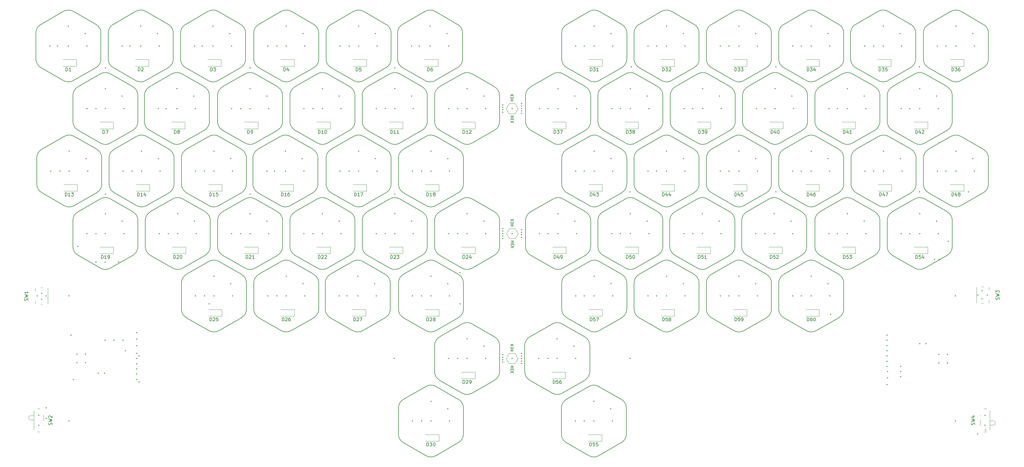
<source format=gto>
%TF.GenerationSoftware,KiCad,Pcbnew,7.0.9*%
%TF.CreationDate,2023-12-25T02:24:28+05:30*%
%TF.ProjectId,HiveKB,48697665-4b42-42e6-9b69-6361645f7063,rev?*%
%TF.SameCoordinates,Original*%
%TF.FileFunction,Legend,Top*%
%TF.FilePolarity,Positive*%
%FSLAX46Y46*%
G04 Gerber Fmt 4.6, Leading zero omitted, Abs format (unit mm)*
G04 Created by KiCad (PCBNEW 7.0.9) date 2023-12-25 02:24:28*
%MOMM*%
%LPD*%
G01*
G04 APERTURE LIST*
%ADD10C,0.150000*%
%ADD11C,0.120000*%
%ADD12C,0.350000*%
G04 APERTURE END LIST*
D10*
X352492322Y-86587989D02*
X352492322Y-85587989D01*
X352492322Y-85587989D02*
X352730417Y-85587989D01*
X352730417Y-85587989D02*
X352873274Y-85635608D01*
X352873274Y-85635608D02*
X352968512Y-85730846D01*
X352968512Y-85730846D02*
X353016131Y-85826084D01*
X353016131Y-85826084D02*
X353063750Y-86016560D01*
X353063750Y-86016560D02*
X353063750Y-86159417D01*
X353063750Y-86159417D02*
X353016131Y-86349893D01*
X353016131Y-86349893D02*
X352968512Y-86445131D01*
X352968512Y-86445131D02*
X352873274Y-86540370D01*
X352873274Y-86540370D02*
X352730417Y-86587989D01*
X352730417Y-86587989D02*
X352492322Y-86587989D01*
X353397084Y-85587989D02*
X354016131Y-85587989D01*
X354016131Y-85587989D02*
X353682798Y-85968941D01*
X353682798Y-85968941D02*
X353825655Y-85968941D01*
X353825655Y-85968941D02*
X353920893Y-86016560D01*
X353920893Y-86016560D02*
X353968512Y-86064179D01*
X353968512Y-86064179D02*
X354016131Y-86159417D01*
X354016131Y-86159417D02*
X354016131Y-86397512D01*
X354016131Y-86397512D02*
X353968512Y-86492750D01*
X353968512Y-86492750D02*
X353920893Y-86540370D01*
X353920893Y-86540370D02*
X353825655Y-86587989D01*
X353825655Y-86587989D02*
X353539941Y-86587989D01*
X353539941Y-86587989D02*
X353444703Y-86540370D01*
X353444703Y-86540370D02*
X353397084Y-86492750D01*
X354873274Y-85587989D02*
X354682798Y-85587989D01*
X354682798Y-85587989D02*
X354587560Y-85635608D01*
X354587560Y-85635608D02*
X354539941Y-85683227D01*
X354539941Y-85683227D02*
X354444703Y-85826084D01*
X354444703Y-85826084D02*
X354397084Y-86016560D01*
X354397084Y-86016560D02*
X354397084Y-86397512D01*
X354397084Y-86397512D02*
X354444703Y-86492750D01*
X354444703Y-86492750D02*
X354492322Y-86540370D01*
X354492322Y-86540370D02*
X354587560Y-86587989D01*
X354587560Y-86587989D02*
X354778036Y-86587989D01*
X354778036Y-86587989D02*
X354873274Y-86540370D01*
X354873274Y-86540370D02*
X354920893Y-86492750D01*
X354920893Y-86492750D02*
X354968512Y-86397512D01*
X354968512Y-86397512D02*
X354968512Y-86159417D01*
X354968512Y-86159417D02*
X354920893Y-86064179D01*
X354920893Y-86064179D02*
X354873274Y-86016560D01*
X354873274Y-86016560D02*
X354778036Y-85968941D01*
X354778036Y-85968941D02*
X354587560Y-85968941D01*
X354587560Y-85968941D02*
X354492322Y-86016560D01*
X354492322Y-86016560D02*
X354444703Y-86064179D01*
X354444703Y-86064179D02*
X354397084Y-86159417D01*
X175418276Y-86587993D02*
X175418276Y-85587993D01*
X175418276Y-85587993D02*
X175656371Y-85587993D01*
X175656371Y-85587993D02*
X175799228Y-85635612D01*
X175799228Y-85635612D02*
X175894466Y-85730850D01*
X175894466Y-85730850D02*
X175942085Y-85826088D01*
X175942085Y-85826088D02*
X175989704Y-86016564D01*
X175989704Y-86016564D02*
X175989704Y-86159421D01*
X175989704Y-86159421D02*
X175942085Y-86349897D01*
X175942085Y-86349897D02*
X175894466Y-86445135D01*
X175894466Y-86445135D02*
X175799228Y-86540374D01*
X175799228Y-86540374D02*
X175656371Y-86587993D01*
X175656371Y-86587993D02*
X175418276Y-86587993D01*
X176894466Y-85587993D02*
X176418276Y-85587993D01*
X176418276Y-85587993D02*
X176370657Y-86064183D01*
X176370657Y-86064183D02*
X176418276Y-86016564D01*
X176418276Y-86016564D02*
X176513514Y-85968945D01*
X176513514Y-85968945D02*
X176751609Y-85968945D01*
X176751609Y-85968945D02*
X176846847Y-86016564D01*
X176846847Y-86016564D02*
X176894466Y-86064183D01*
X176894466Y-86064183D02*
X176942085Y-86159421D01*
X176942085Y-86159421D02*
X176942085Y-86397516D01*
X176942085Y-86397516D02*
X176894466Y-86492754D01*
X176894466Y-86492754D02*
X176846847Y-86540374D01*
X176846847Y-86540374D02*
X176751609Y-86587993D01*
X176751609Y-86587993D02*
X176513514Y-86587993D01*
X176513514Y-86587993D02*
X176418276Y-86540374D01*
X176418276Y-86540374D02*
X176370657Y-86492754D01*
X298492322Y-142446633D02*
X298492322Y-141446633D01*
X298492322Y-141446633D02*
X298730417Y-141446633D01*
X298730417Y-141446633D02*
X298873274Y-141494252D01*
X298873274Y-141494252D02*
X298968512Y-141589490D01*
X298968512Y-141589490D02*
X299016131Y-141684728D01*
X299016131Y-141684728D02*
X299063750Y-141875204D01*
X299063750Y-141875204D02*
X299063750Y-142018061D01*
X299063750Y-142018061D02*
X299016131Y-142208537D01*
X299016131Y-142208537D02*
X298968512Y-142303775D01*
X298968512Y-142303775D02*
X298873274Y-142399014D01*
X298873274Y-142399014D02*
X298730417Y-142446633D01*
X298730417Y-142446633D02*
X298492322Y-142446633D01*
X299968512Y-141446633D02*
X299492322Y-141446633D01*
X299492322Y-141446633D02*
X299444703Y-141922823D01*
X299444703Y-141922823D02*
X299492322Y-141875204D01*
X299492322Y-141875204D02*
X299587560Y-141827585D01*
X299587560Y-141827585D02*
X299825655Y-141827585D01*
X299825655Y-141827585D02*
X299920893Y-141875204D01*
X299920893Y-141875204D02*
X299968512Y-141922823D01*
X299968512Y-141922823D02*
X300016131Y-142018061D01*
X300016131Y-142018061D02*
X300016131Y-142256156D01*
X300016131Y-142256156D02*
X299968512Y-142351394D01*
X299968512Y-142351394D02*
X299920893Y-142399014D01*
X299920893Y-142399014D02*
X299825655Y-142446633D01*
X299825655Y-142446633D02*
X299587560Y-142446633D01*
X299587560Y-142446633D02*
X299492322Y-142399014D01*
X299492322Y-142399014D02*
X299444703Y-142351394D01*
X300397084Y-141541871D02*
X300444703Y-141494252D01*
X300444703Y-141494252D02*
X300539941Y-141446633D01*
X300539941Y-141446633D02*
X300778036Y-141446633D01*
X300778036Y-141446633D02*
X300873274Y-141494252D01*
X300873274Y-141494252D02*
X300920893Y-141541871D01*
X300920893Y-141541871D02*
X300968512Y-141637109D01*
X300968512Y-141637109D02*
X300968512Y-141732347D01*
X300968512Y-141732347D02*
X300920893Y-141875204D01*
X300920893Y-141875204D02*
X300349465Y-142446633D01*
X300349465Y-142446633D02*
X300968512Y-142446633D01*
X234242322Y-105207537D02*
X234242322Y-104207537D01*
X234242322Y-104207537D02*
X234480417Y-104207537D01*
X234480417Y-104207537D02*
X234623274Y-104255156D01*
X234623274Y-104255156D02*
X234718512Y-104350394D01*
X234718512Y-104350394D02*
X234766131Y-104445632D01*
X234766131Y-104445632D02*
X234813750Y-104636108D01*
X234813750Y-104636108D02*
X234813750Y-104778965D01*
X234813750Y-104778965D02*
X234766131Y-104969441D01*
X234766131Y-104969441D02*
X234718512Y-105064679D01*
X234718512Y-105064679D02*
X234623274Y-105159918D01*
X234623274Y-105159918D02*
X234480417Y-105207537D01*
X234480417Y-105207537D02*
X234242322Y-105207537D01*
X235147084Y-104207537D02*
X235766131Y-104207537D01*
X235766131Y-104207537D02*
X235432798Y-104588489D01*
X235432798Y-104588489D02*
X235575655Y-104588489D01*
X235575655Y-104588489D02*
X235670893Y-104636108D01*
X235670893Y-104636108D02*
X235718512Y-104683727D01*
X235718512Y-104683727D02*
X235766131Y-104778965D01*
X235766131Y-104778965D02*
X235766131Y-105017060D01*
X235766131Y-105017060D02*
X235718512Y-105112298D01*
X235718512Y-105112298D02*
X235670893Y-105159918D01*
X235670893Y-105159918D02*
X235575655Y-105207537D01*
X235575655Y-105207537D02*
X235289941Y-105207537D01*
X235289941Y-105207537D02*
X235194703Y-105159918D01*
X235194703Y-105159918D02*
X235147084Y-105112298D01*
X236099465Y-104207537D02*
X236766131Y-104207537D01*
X236766131Y-104207537D02*
X236337560Y-105207537D01*
X222193871Y-132763238D02*
X221393871Y-132763238D01*
X221774823Y-132763238D02*
X221774823Y-132306095D01*
X222193871Y-132306095D02*
X221393871Y-132306095D01*
X221774823Y-131925143D02*
X221774823Y-131658477D01*
X222193871Y-131544191D02*
X222193871Y-131925143D01*
X222193871Y-131925143D02*
X221393871Y-131925143D01*
X221393871Y-131925143D02*
X221393871Y-131544191D01*
X221393871Y-131277524D02*
X222193871Y-130744190D01*
X221393871Y-130744190D02*
X222193871Y-131277524D01*
X221469280Y-137220381D02*
X222269280Y-137220381D01*
X221888328Y-137220381D02*
X221888328Y-137677524D01*
X221469280Y-137677524D02*
X222269280Y-137677524D01*
X221888328Y-138058476D02*
X221888328Y-138325142D01*
X221469280Y-138439428D02*
X221469280Y-138058476D01*
X221469280Y-138058476D02*
X222269280Y-138058476D01*
X222269280Y-138058476D02*
X222269280Y-138439428D01*
X222269280Y-138706095D02*
X221469280Y-139239429D01*
X222269280Y-139239429D02*
X221469280Y-138706095D01*
X309492322Y-123827085D02*
X309492322Y-122827085D01*
X309492322Y-122827085D02*
X309730417Y-122827085D01*
X309730417Y-122827085D02*
X309873274Y-122874704D01*
X309873274Y-122874704D02*
X309968512Y-122969942D01*
X309968512Y-122969942D02*
X310016131Y-123065180D01*
X310016131Y-123065180D02*
X310063750Y-123255656D01*
X310063750Y-123255656D02*
X310063750Y-123398513D01*
X310063750Y-123398513D02*
X310016131Y-123588989D01*
X310016131Y-123588989D02*
X309968512Y-123684227D01*
X309968512Y-123684227D02*
X309873274Y-123779466D01*
X309873274Y-123779466D02*
X309730417Y-123827085D01*
X309730417Y-123827085D02*
X309492322Y-123827085D01*
X310920893Y-123160418D02*
X310920893Y-123827085D01*
X310682798Y-122779466D02*
X310444703Y-123493751D01*
X310444703Y-123493751D02*
X311063750Y-123493751D01*
X311873274Y-122827085D02*
X311682798Y-122827085D01*
X311682798Y-122827085D02*
X311587560Y-122874704D01*
X311587560Y-122874704D02*
X311539941Y-122922323D01*
X311539941Y-122922323D02*
X311444703Y-123065180D01*
X311444703Y-123065180D02*
X311397084Y-123255656D01*
X311397084Y-123255656D02*
X311397084Y-123636608D01*
X311397084Y-123636608D02*
X311444703Y-123731846D01*
X311444703Y-123731846D02*
X311492322Y-123779466D01*
X311492322Y-123779466D02*
X311587560Y-123827085D01*
X311587560Y-123827085D02*
X311778036Y-123827085D01*
X311778036Y-123827085D02*
X311873274Y-123779466D01*
X311873274Y-123779466D02*
X311920893Y-123731846D01*
X311920893Y-123731846D02*
X311968512Y-123636608D01*
X311968512Y-123636608D02*
X311968512Y-123398513D01*
X311968512Y-123398513D02*
X311920893Y-123303275D01*
X311920893Y-123303275D02*
X311873274Y-123255656D01*
X311873274Y-123255656D02*
X311778036Y-123208037D01*
X311778036Y-123208037D02*
X311587560Y-123208037D01*
X311587560Y-123208037D02*
X311492322Y-123255656D01*
X311492322Y-123255656D02*
X311444703Y-123303275D01*
X311444703Y-123303275D02*
X311397084Y-123398513D01*
X266492322Y-123827085D02*
X266492322Y-122827085D01*
X266492322Y-122827085D02*
X266730417Y-122827085D01*
X266730417Y-122827085D02*
X266873274Y-122874704D01*
X266873274Y-122874704D02*
X266968512Y-122969942D01*
X266968512Y-122969942D02*
X267016131Y-123065180D01*
X267016131Y-123065180D02*
X267063750Y-123255656D01*
X267063750Y-123255656D02*
X267063750Y-123398513D01*
X267063750Y-123398513D02*
X267016131Y-123588989D01*
X267016131Y-123588989D02*
X266968512Y-123684227D01*
X266968512Y-123684227D02*
X266873274Y-123779466D01*
X266873274Y-123779466D02*
X266730417Y-123827085D01*
X266730417Y-123827085D02*
X266492322Y-123827085D01*
X267920893Y-123160418D02*
X267920893Y-123827085D01*
X267682798Y-122779466D02*
X267444703Y-123493751D01*
X267444703Y-123493751D02*
X268063750Y-123493751D01*
X268873274Y-123160418D02*
X268873274Y-123827085D01*
X268635179Y-122779466D02*
X268397084Y-123493751D01*
X268397084Y-123493751D02*
X269016131Y-123493751D01*
X132168279Y-86587991D02*
X132168279Y-85587991D01*
X132168279Y-85587991D02*
X132406374Y-85587991D01*
X132406374Y-85587991D02*
X132549231Y-85635610D01*
X132549231Y-85635610D02*
X132644469Y-85730848D01*
X132644469Y-85730848D02*
X132692088Y-85826086D01*
X132692088Y-85826086D02*
X132739707Y-86016562D01*
X132739707Y-86016562D02*
X132739707Y-86159419D01*
X132739707Y-86159419D02*
X132692088Y-86349895D01*
X132692088Y-86349895D02*
X132644469Y-86445133D01*
X132644469Y-86445133D02*
X132549231Y-86540372D01*
X132549231Y-86540372D02*
X132406374Y-86587991D01*
X132406374Y-86587991D02*
X132168279Y-86587991D01*
X133073041Y-85587991D02*
X133692088Y-85587991D01*
X133692088Y-85587991D02*
X133358755Y-85968943D01*
X133358755Y-85968943D02*
X133501612Y-85968943D01*
X133501612Y-85968943D02*
X133596850Y-86016562D01*
X133596850Y-86016562D02*
X133644469Y-86064181D01*
X133644469Y-86064181D02*
X133692088Y-86159419D01*
X133692088Y-86159419D02*
X133692088Y-86397514D01*
X133692088Y-86397514D02*
X133644469Y-86492752D01*
X133644469Y-86492752D02*
X133596850Y-86540372D01*
X133596850Y-86540372D02*
X133501612Y-86587991D01*
X133501612Y-86587991D02*
X133215898Y-86587991D01*
X133215898Y-86587991D02*
X133120660Y-86540372D01*
X133120660Y-86540372D02*
X133073041Y-86492752D01*
X320242322Y-142446633D02*
X320242322Y-141446633D01*
X320242322Y-141446633D02*
X320480417Y-141446633D01*
X320480417Y-141446633D02*
X320623274Y-141494252D01*
X320623274Y-141494252D02*
X320718512Y-141589490D01*
X320718512Y-141589490D02*
X320766131Y-141684728D01*
X320766131Y-141684728D02*
X320813750Y-141875204D01*
X320813750Y-141875204D02*
X320813750Y-142018061D01*
X320813750Y-142018061D02*
X320766131Y-142208537D01*
X320766131Y-142208537D02*
X320718512Y-142303775D01*
X320718512Y-142303775D02*
X320623274Y-142399014D01*
X320623274Y-142399014D02*
X320480417Y-142446633D01*
X320480417Y-142446633D02*
X320242322Y-142446633D01*
X321718512Y-141446633D02*
X321242322Y-141446633D01*
X321242322Y-141446633D02*
X321194703Y-141922823D01*
X321194703Y-141922823D02*
X321242322Y-141875204D01*
X321242322Y-141875204D02*
X321337560Y-141827585D01*
X321337560Y-141827585D02*
X321575655Y-141827585D01*
X321575655Y-141827585D02*
X321670893Y-141875204D01*
X321670893Y-141875204D02*
X321718512Y-141922823D01*
X321718512Y-141922823D02*
X321766131Y-142018061D01*
X321766131Y-142018061D02*
X321766131Y-142256156D01*
X321766131Y-142256156D02*
X321718512Y-142351394D01*
X321718512Y-142351394D02*
X321670893Y-142399014D01*
X321670893Y-142399014D02*
X321575655Y-142446633D01*
X321575655Y-142446633D02*
X321337560Y-142446633D01*
X321337560Y-142446633D02*
X321242322Y-142399014D01*
X321242322Y-142399014D02*
X321194703Y-142351394D01*
X322099465Y-141446633D02*
X322718512Y-141446633D01*
X322718512Y-141446633D02*
X322385179Y-141827585D01*
X322385179Y-141827585D02*
X322528036Y-141827585D01*
X322528036Y-141827585D02*
X322623274Y-141875204D01*
X322623274Y-141875204D02*
X322670893Y-141922823D01*
X322670893Y-141922823D02*
X322718512Y-142018061D01*
X322718512Y-142018061D02*
X322718512Y-142256156D01*
X322718512Y-142256156D02*
X322670893Y-142351394D01*
X322670893Y-142351394D02*
X322623274Y-142399014D01*
X322623274Y-142399014D02*
X322528036Y-142446633D01*
X322528036Y-142446633D02*
X322242322Y-142446633D01*
X322242322Y-142446633D02*
X322147084Y-142399014D01*
X322147084Y-142399014D02*
X322099465Y-142351394D01*
X244867322Y-198305277D02*
X244867322Y-197305277D01*
X244867322Y-197305277D02*
X245105417Y-197305277D01*
X245105417Y-197305277D02*
X245248274Y-197352896D01*
X245248274Y-197352896D02*
X245343512Y-197448134D01*
X245343512Y-197448134D02*
X245391131Y-197543372D01*
X245391131Y-197543372D02*
X245438750Y-197733848D01*
X245438750Y-197733848D02*
X245438750Y-197876705D01*
X245438750Y-197876705D02*
X245391131Y-198067181D01*
X245391131Y-198067181D02*
X245343512Y-198162419D01*
X245343512Y-198162419D02*
X245248274Y-198257658D01*
X245248274Y-198257658D02*
X245105417Y-198305277D01*
X245105417Y-198305277D02*
X244867322Y-198305277D01*
X246343512Y-197305277D02*
X245867322Y-197305277D01*
X245867322Y-197305277D02*
X245819703Y-197781467D01*
X245819703Y-197781467D02*
X245867322Y-197733848D01*
X245867322Y-197733848D02*
X245962560Y-197686229D01*
X245962560Y-197686229D02*
X246200655Y-197686229D01*
X246200655Y-197686229D02*
X246295893Y-197733848D01*
X246295893Y-197733848D02*
X246343512Y-197781467D01*
X246343512Y-197781467D02*
X246391131Y-197876705D01*
X246391131Y-197876705D02*
X246391131Y-198114800D01*
X246391131Y-198114800D02*
X246343512Y-198210038D01*
X246343512Y-198210038D02*
X246295893Y-198257658D01*
X246295893Y-198257658D02*
X246200655Y-198305277D01*
X246200655Y-198305277D02*
X245962560Y-198305277D01*
X245962560Y-198305277D02*
X245867322Y-198257658D01*
X245867322Y-198257658D02*
X245819703Y-198210038D01*
X247295893Y-197305277D02*
X246819703Y-197305277D01*
X246819703Y-197305277D02*
X246772084Y-197781467D01*
X246772084Y-197781467D02*
X246819703Y-197733848D01*
X246819703Y-197733848D02*
X246914941Y-197686229D01*
X246914941Y-197686229D02*
X247153036Y-197686229D01*
X247153036Y-197686229D02*
X247248274Y-197733848D01*
X247248274Y-197733848D02*
X247295893Y-197781467D01*
X247295893Y-197781467D02*
X247343512Y-197876705D01*
X247343512Y-197876705D02*
X247343512Y-198114800D01*
X247343512Y-198114800D02*
X247295893Y-198210038D01*
X247295893Y-198210038D02*
X247248274Y-198257658D01*
X247248274Y-198257658D02*
X247153036Y-198305277D01*
X247153036Y-198305277D02*
X246914941Y-198305277D01*
X246914941Y-198305277D02*
X246819703Y-198257658D01*
X246819703Y-198257658D02*
X246772084Y-198210038D01*
X185692082Y-142446596D02*
X185692082Y-141446596D01*
X185692082Y-141446596D02*
X185930177Y-141446596D01*
X185930177Y-141446596D02*
X186073034Y-141494215D01*
X186073034Y-141494215D02*
X186168272Y-141589453D01*
X186168272Y-141589453D02*
X186215891Y-141684691D01*
X186215891Y-141684691D02*
X186263510Y-141875167D01*
X186263510Y-141875167D02*
X186263510Y-142018024D01*
X186263510Y-142018024D02*
X186215891Y-142208500D01*
X186215891Y-142208500D02*
X186168272Y-142303738D01*
X186168272Y-142303738D02*
X186073034Y-142398977D01*
X186073034Y-142398977D02*
X185930177Y-142446596D01*
X185930177Y-142446596D02*
X185692082Y-142446596D01*
X186644463Y-141541834D02*
X186692082Y-141494215D01*
X186692082Y-141494215D02*
X186787320Y-141446596D01*
X186787320Y-141446596D02*
X187025415Y-141446596D01*
X187025415Y-141446596D02*
X187120653Y-141494215D01*
X187120653Y-141494215D02*
X187168272Y-141541834D01*
X187168272Y-141541834D02*
X187215891Y-141637072D01*
X187215891Y-141637072D02*
X187215891Y-141732310D01*
X187215891Y-141732310D02*
X187168272Y-141875167D01*
X187168272Y-141875167D02*
X186596844Y-142446596D01*
X186596844Y-142446596D02*
X187215891Y-142446596D01*
X187549225Y-141446596D02*
X188168272Y-141446596D01*
X188168272Y-141446596D02*
X187834939Y-141827548D01*
X187834939Y-141827548D02*
X187977796Y-141827548D01*
X187977796Y-141827548D02*
X188073034Y-141875167D01*
X188073034Y-141875167D02*
X188120653Y-141922786D01*
X188120653Y-141922786D02*
X188168272Y-142018024D01*
X188168272Y-142018024D02*
X188168272Y-142256119D01*
X188168272Y-142256119D02*
X188120653Y-142351357D01*
X188120653Y-142351357D02*
X188073034Y-142398977D01*
X188073034Y-142398977D02*
X187977796Y-142446596D01*
X187977796Y-142446596D02*
X187692082Y-142446596D01*
X187692082Y-142446596D02*
X187596844Y-142398977D01*
X187596844Y-142398977D02*
X187549225Y-142351357D01*
X196668275Y-86587991D02*
X196668275Y-85587991D01*
X196668275Y-85587991D02*
X196906370Y-85587991D01*
X196906370Y-85587991D02*
X197049227Y-85635610D01*
X197049227Y-85635610D02*
X197144465Y-85730848D01*
X197144465Y-85730848D02*
X197192084Y-85826086D01*
X197192084Y-85826086D02*
X197239703Y-86016562D01*
X197239703Y-86016562D02*
X197239703Y-86159419D01*
X197239703Y-86159419D02*
X197192084Y-86349895D01*
X197192084Y-86349895D02*
X197144465Y-86445133D01*
X197144465Y-86445133D02*
X197049227Y-86540372D01*
X197049227Y-86540372D02*
X196906370Y-86587991D01*
X196906370Y-86587991D02*
X196668275Y-86587991D01*
X198096846Y-85587991D02*
X197906370Y-85587991D01*
X197906370Y-85587991D02*
X197811132Y-85635610D01*
X197811132Y-85635610D02*
X197763513Y-85683229D01*
X197763513Y-85683229D02*
X197668275Y-85826086D01*
X197668275Y-85826086D02*
X197620656Y-86016562D01*
X197620656Y-86016562D02*
X197620656Y-86397514D01*
X197620656Y-86397514D02*
X197668275Y-86492752D01*
X197668275Y-86492752D02*
X197715894Y-86540372D01*
X197715894Y-86540372D02*
X197811132Y-86587991D01*
X197811132Y-86587991D02*
X198001608Y-86587991D01*
X198001608Y-86587991D02*
X198096846Y-86540372D01*
X198096846Y-86540372D02*
X198144465Y-86492752D01*
X198144465Y-86492752D02*
X198192084Y-86397514D01*
X198192084Y-86397514D02*
X198192084Y-86159419D01*
X198192084Y-86159419D02*
X198144465Y-86064181D01*
X198144465Y-86064181D02*
X198096846Y-86016562D01*
X198096846Y-86016562D02*
X198001608Y-85968943D01*
X198001608Y-85968943D02*
X197811132Y-85968943D01*
X197811132Y-85968943D02*
X197715894Y-86016562D01*
X197715894Y-86016562D02*
X197668275Y-86064181D01*
X197668275Y-86064181D02*
X197620656Y-86159419D01*
X89168277Y-86587994D02*
X89168277Y-85587994D01*
X89168277Y-85587994D02*
X89406372Y-85587994D01*
X89406372Y-85587994D02*
X89549229Y-85635613D01*
X89549229Y-85635613D02*
X89644467Y-85730851D01*
X89644467Y-85730851D02*
X89692086Y-85826089D01*
X89692086Y-85826089D02*
X89739705Y-86016565D01*
X89739705Y-86016565D02*
X89739705Y-86159422D01*
X89739705Y-86159422D02*
X89692086Y-86349898D01*
X89692086Y-86349898D02*
X89644467Y-86445136D01*
X89644467Y-86445136D02*
X89549229Y-86540375D01*
X89549229Y-86540375D02*
X89406372Y-86587994D01*
X89406372Y-86587994D02*
X89168277Y-86587994D01*
X90692086Y-86587994D02*
X90120658Y-86587994D01*
X90406372Y-86587994D02*
X90406372Y-85587994D01*
X90406372Y-85587994D02*
X90311134Y-85730851D01*
X90311134Y-85730851D02*
X90215896Y-85826089D01*
X90215896Y-85826089D02*
X90120658Y-85873708D01*
X131942085Y-161066094D02*
X131942085Y-160066094D01*
X131942085Y-160066094D02*
X132180180Y-160066094D01*
X132180180Y-160066094D02*
X132323037Y-160113713D01*
X132323037Y-160113713D02*
X132418275Y-160208951D01*
X132418275Y-160208951D02*
X132465894Y-160304189D01*
X132465894Y-160304189D02*
X132513513Y-160494665D01*
X132513513Y-160494665D02*
X132513513Y-160637522D01*
X132513513Y-160637522D02*
X132465894Y-160827998D01*
X132465894Y-160827998D02*
X132418275Y-160923236D01*
X132418275Y-160923236D02*
X132323037Y-161018475D01*
X132323037Y-161018475D02*
X132180180Y-161066094D01*
X132180180Y-161066094D02*
X131942085Y-161066094D01*
X132894466Y-160161332D02*
X132942085Y-160113713D01*
X132942085Y-160113713D02*
X133037323Y-160066094D01*
X133037323Y-160066094D02*
X133275418Y-160066094D01*
X133275418Y-160066094D02*
X133370656Y-160113713D01*
X133370656Y-160113713D02*
X133418275Y-160161332D01*
X133418275Y-160161332D02*
X133465894Y-160256570D01*
X133465894Y-160256570D02*
X133465894Y-160351808D01*
X133465894Y-160351808D02*
X133418275Y-160494665D01*
X133418275Y-160494665D02*
X132846847Y-161066094D01*
X132846847Y-161066094D02*
X133465894Y-161066094D01*
X134370656Y-160066094D02*
X133894466Y-160066094D01*
X133894466Y-160066094D02*
X133846847Y-160542284D01*
X133846847Y-160542284D02*
X133894466Y-160494665D01*
X133894466Y-160494665D02*
X133989704Y-160447046D01*
X133989704Y-160447046D02*
X134227799Y-160447046D01*
X134227799Y-160447046D02*
X134323037Y-160494665D01*
X134323037Y-160494665D02*
X134370656Y-160542284D01*
X134370656Y-160542284D02*
X134418275Y-160637522D01*
X134418275Y-160637522D02*
X134418275Y-160875617D01*
X134418275Y-160875617D02*
X134370656Y-160970855D01*
X134370656Y-160970855D02*
X134323037Y-161018475D01*
X134323037Y-161018475D02*
X134227799Y-161066094D01*
X134227799Y-161066094D02*
X133989704Y-161066094D01*
X133989704Y-161066094D02*
X133894466Y-161018475D01*
X133894466Y-161018475D02*
X133846847Y-160970855D01*
X341742322Y-105207537D02*
X341742322Y-104207537D01*
X341742322Y-104207537D02*
X341980417Y-104207537D01*
X341980417Y-104207537D02*
X342123274Y-104255156D01*
X342123274Y-104255156D02*
X342218512Y-104350394D01*
X342218512Y-104350394D02*
X342266131Y-104445632D01*
X342266131Y-104445632D02*
X342313750Y-104636108D01*
X342313750Y-104636108D02*
X342313750Y-104778965D01*
X342313750Y-104778965D02*
X342266131Y-104969441D01*
X342266131Y-104969441D02*
X342218512Y-105064679D01*
X342218512Y-105064679D02*
X342123274Y-105159918D01*
X342123274Y-105159918D02*
X341980417Y-105207537D01*
X341980417Y-105207537D02*
X341742322Y-105207537D01*
X343170893Y-104540870D02*
X343170893Y-105207537D01*
X342932798Y-104159918D02*
X342694703Y-104874203D01*
X342694703Y-104874203D02*
X343313750Y-104874203D01*
X343647084Y-104302775D02*
X343694703Y-104255156D01*
X343694703Y-104255156D02*
X343789941Y-104207537D01*
X343789941Y-104207537D02*
X344028036Y-104207537D01*
X344028036Y-104207537D02*
X344123274Y-104255156D01*
X344123274Y-104255156D02*
X344170893Y-104302775D01*
X344170893Y-104302775D02*
X344218512Y-104398013D01*
X344218512Y-104398013D02*
X344218512Y-104493251D01*
X344218512Y-104493251D02*
X344170893Y-104636108D01*
X344170893Y-104636108D02*
X343599465Y-105207537D01*
X343599465Y-105207537D02*
X344218512Y-105207537D01*
X266492322Y-161066181D02*
X266492322Y-160066181D01*
X266492322Y-160066181D02*
X266730417Y-160066181D01*
X266730417Y-160066181D02*
X266873274Y-160113800D01*
X266873274Y-160113800D02*
X266968512Y-160209038D01*
X266968512Y-160209038D02*
X267016131Y-160304276D01*
X267016131Y-160304276D02*
X267063750Y-160494752D01*
X267063750Y-160494752D02*
X267063750Y-160637609D01*
X267063750Y-160637609D02*
X267016131Y-160828085D01*
X267016131Y-160828085D02*
X266968512Y-160923323D01*
X266968512Y-160923323D02*
X266873274Y-161018562D01*
X266873274Y-161018562D02*
X266730417Y-161066181D01*
X266730417Y-161066181D02*
X266492322Y-161066181D01*
X267968512Y-160066181D02*
X267492322Y-160066181D01*
X267492322Y-160066181D02*
X267444703Y-160542371D01*
X267444703Y-160542371D02*
X267492322Y-160494752D01*
X267492322Y-160494752D02*
X267587560Y-160447133D01*
X267587560Y-160447133D02*
X267825655Y-160447133D01*
X267825655Y-160447133D02*
X267920893Y-160494752D01*
X267920893Y-160494752D02*
X267968512Y-160542371D01*
X267968512Y-160542371D02*
X268016131Y-160637609D01*
X268016131Y-160637609D02*
X268016131Y-160875704D01*
X268016131Y-160875704D02*
X267968512Y-160970942D01*
X267968512Y-160970942D02*
X267920893Y-161018562D01*
X267920893Y-161018562D02*
X267825655Y-161066181D01*
X267825655Y-161066181D02*
X267587560Y-161066181D01*
X267587560Y-161066181D02*
X267492322Y-161018562D01*
X267492322Y-161018562D02*
X267444703Y-160970942D01*
X268587560Y-160494752D02*
X268492322Y-160447133D01*
X268492322Y-160447133D02*
X268444703Y-160399514D01*
X268444703Y-160399514D02*
X268397084Y-160304276D01*
X268397084Y-160304276D02*
X268397084Y-160256657D01*
X268397084Y-160256657D02*
X268444703Y-160161419D01*
X268444703Y-160161419D02*
X268492322Y-160113800D01*
X268492322Y-160113800D02*
X268587560Y-160066181D01*
X268587560Y-160066181D02*
X268778036Y-160066181D01*
X268778036Y-160066181D02*
X268873274Y-160113800D01*
X268873274Y-160113800D02*
X268920893Y-160161419D01*
X268920893Y-160161419D02*
X268968512Y-160256657D01*
X268968512Y-160256657D02*
X268968512Y-160304276D01*
X268968512Y-160304276D02*
X268920893Y-160399514D01*
X268920893Y-160399514D02*
X268873274Y-160447133D01*
X268873274Y-160447133D02*
X268778036Y-160494752D01*
X268778036Y-160494752D02*
X268587560Y-160494752D01*
X268587560Y-160494752D02*
X268492322Y-160542371D01*
X268492322Y-160542371D02*
X268444703Y-160589990D01*
X268444703Y-160589990D02*
X268397084Y-160685228D01*
X268397084Y-160685228D02*
X268397084Y-160875704D01*
X268397084Y-160875704D02*
X268444703Y-160970942D01*
X268444703Y-160970942D02*
X268492322Y-161018562D01*
X268492322Y-161018562D02*
X268587560Y-161066181D01*
X268587560Y-161066181D02*
X268778036Y-161066181D01*
X268778036Y-161066181D02*
X268873274Y-161018562D01*
X268873274Y-161018562D02*
X268920893Y-160970942D01*
X268920893Y-160970942D02*
X268968512Y-160875704D01*
X268968512Y-160875704D02*
X268968512Y-160685228D01*
X268968512Y-160685228D02*
X268920893Y-160589990D01*
X268920893Y-160589990D02*
X268873274Y-160542371D01*
X268873274Y-160542371D02*
X268778036Y-160494752D01*
X309492322Y-161066181D02*
X309492322Y-160066181D01*
X309492322Y-160066181D02*
X309730417Y-160066181D01*
X309730417Y-160066181D02*
X309873274Y-160113800D01*
X309873274Y-160113800D02*
X309968512Y-160209038D01*
X309968512Y-160209038D02*
X310016131Y-160304276D01*
X310016131Y-160304276D02*
X310063750Y-160494752D01*
X310063750Y-160494752D02*
X310063750Y-160637609D01*
X310063750Y-160637609D02*
X310016131Y-160828085D01*
X310016131Y-160828085D02*
X309968512Y-160923323D01*
X309968512Y-160923323D02*
X309873274Y-161018562D01*
X309873274Y-161018562D02*
X309730417Y-161066181D01*
X309730417Y-161066181D02*
X309492322Y-161066181D01*
X310920893Y-160066181D02*
X310730417Y-160066181D01*
X310730417Y-160066181D02*
X310635179Y-160113800D01*
X310635179Y-160113800D02*
X310587560Y-160161419D01*
X310587560Y-160161419D02*
X310492322Y-160304276D01*
X310492322Y-160304276D02*
X310444703Y-160494752D01*
X310444703Y-160494752D02*
X310444703Y-160875704D01*
X310444703Y-160875704D02*
X310492322Y-160970942D01*
X310492322Y-160970942D02*
X310539941Y-161018562D01*
X310539941Y-161018562D02*
X310635179Y-161066181D01*
X310635179Y-161066181D02*
X310825655Y-161066181D01*
X310825655Y-161066181D02*
X310920893Y-161018562D01*
X310920893Y-161018562D02*
X310968512Y-160970942D01*
X310968512Y-160970942D02*
X311016131Y-160875704D01*
X311016131Y-160875704D02*
X311016131Y-160637609D01*
X311016131Y-160637609D02*
X310968512Y-160542371D01*
X310968512Y-160542371D02*
X310920893Y-160494752D01*
X310920893Y-160494752D02*
X310825655Y-160447133D01*
X310825655Y-160447133D02*
X310635179Y-160447133D01*
X310635179Y-160447133D02*
X310539941Y-160494752D01*
X310539941Y-160494752D02*
X310492322Y-160542371D01*
X310492322Y-160542371D02*
X310444703Y-160637609D01*
X311635179Y-160066181D02*
X311730417Y-160066181D01*
X311730417Y-160066181D02*
X311825655Y-160113800D01*
X311825655Y-160113800D02*
X311873274Y-160161419D01*
X311873274Y-160161419D02*
X311920893Y-160256657D01*
X311920893Y-160256657D02*
X311968512Y-160447133D01*
X311968512Y-160447133D02*
X311968512Y-160685228D01*
X311968512Y-160685228D02*
X311920893Y-160875704D01*
X311920893Y-160875704D02*
X311873274Y-160970942D01*
X311873274Y-160970942D02*
X311825655Y-161018562D01*
X311825655Y-161018562D02*
X311730417Y-161066181D01*
X311730417Y-161066181D02*
X311635179Y-161066181D01*
X311635179Y-161066181D02*
X311539941Y-161018562D01*
X311539941Y-161018562D02*
X311492322Y-160970942D01*
X311492322Y-160970942D02*
X311444703Y-160875704D01*
X311444703Y-160875704D02*
X311397084Y-160685228D01*
X311397084Y-160685228D02*
X311397084Y-160447133D01*
X311397084Y-160447133D02*
X311444703Y-160256657D01*
X311444703Y-160256657D02*
X311492322Y-160161419D01*
X311492322Y-160161419D02*
X311539941Y-160113800D01*
X311539941Y-160113800D02*
X311635179Y-160066181D01*
X309492322Y-86587989D02*
X309492322Y-85587989D01*
X309492322Y-85587989D02*
X309730417Y-85587989D01*
X309730417Y-85587989D02*
X309873274Y-85635608D01*
X309873274Y-85635608D02*
X309968512Y-85730846D01*
X309968512Y-85730846D02*
X310016131Y-85826084D01*
X310016131Y-85826084D02*
X310063750Y-86016560D01*
X310063750Y-86016560D02*
X310063750Y-86159417D01*
X310063750Y-86159417D02*
X310016131Y-86349893D01*
X310016131Y-86349893D02*
X309968512Y-86445131D01*
X309968512Y-86445131D02*
X309873274Y-86540370D01*
X309873274Y-86540370D02*
X309730417Y-86587989D01*
X309730417Y-86587989D02*
X309492322Y-86587989D01*
X310397084Y-85587989D02*
X311016131Y-85587989D01*
X311016131Y-85587989D02*
X310682798Y-85968941D01*
X310682798Y-85968941D02*
X310825655Y-85968941D01*
X310825655Y-85968941D02*
X310920893Y-86016560D01*
X310920893Y-86016560D02*
X310968512Y-86064179D01*
X310968512Y-86064179D02*
X311016131Y-86159417D01*
X311016131Y-86159417D02*
X311016131Y-86397512D01*
X311016131Y-86397512D02*
X310968512Y-86492750D01*
X310968512Y-86492750D02*
X310920893Y-86540370D01*
X310920893Y-86540370D02*
X310825655Y-86587989D01*
X310825655Y-86587989D02*
X310539941Y-86587989D01*
X310539941Y-86587989D02*
X310444703Y-86540370D01*
X310444703Y-86540370D02*
X310397084Y-86492750D01*
X311873274Y-85921322D02*
X311873274Y-86587989D01*
X311635179Y-85540370D02*
X311397084Y-86254655D01*
X311397084Y-86254655D02*
X312016131Y-86254655D01*
X320242322Y-105207537D02*
X320242322Y-104207537D01*
X320242322Y-104207537D02*
X320480417Y-104207537D01*
X320480417Y-104207537D02*
X320623274Y-104255156D01*
X320623274Y-104255156D02*
X320718512Y-104350394D01*
X320718512Y-104350394D02*
X320766131Y-104445632D01*
X320766131Y-104445632D02*
X320813750Y-104636108D01*
X320813750Y-104636108D02*
X320813750Y-104778965D01*
X320813750Y-104778965D02*
X320766131Y-104969441D01*
X320766131Y-104969441D02*
X320718512Y-105064679D01*
X320718512Y-105064679D02*
X320623274Y-105159918D01*
X320623274Y-105159918D02*
X320480417Y-105207537D01*
X320480417Y-105207537D02*
X320242322Y-105207537D01*
X321670893Y-104540870D02*
X321670893Y-105207537D01*
X321432798Y-104159918D02*
X321194703Y-104874203D01*
X321194703Y-104874203D02*
X321813750Y-104874203D01*
X322718512Y-105207537D02*
X322147084Y-105207537D01*
X322432798Y-105207537D02*
X322432798Y-104207537D01*
X322432798Y-104207537D02*
X322337560Y-104350394D01*
X322337560Y-104350394D02*
X322242322Y-104445632D01*
X322242322Y-104445632D02*
X322147084Y-104493251D01*
X196442087Y-123826989D02*
X196442087Y-122826989D01*
X196442087Y-122826989D02*
X196680182Y-122826989D01*
X196680182Y-122826989D02*
X196823039Y-122874608D01*
X196823039Y-122874608D02*
X196918277Y-122969846D01*
X196918277Y-122969846D02*
X196965896Y-123065084D01*
X196965896Y-123065084D02*
X197013515Y-123255560D01*
X197013515Y-123255560D02*
X197013515Y-123398417D01*
X197013515Y-123398417D02*
X196965896Y-123588893D01*
X196965896Y-123588893D02*
X196918277Y-123684131D01*
X196918277Y-123684131D02*
X196823039Y-123779370D01*
X196823039Y-123779370D02*
X196680182Y-123826989D01*
X196680182Y-123826989D02*
X196442087Y-123826989D01*
X197965896Y-123826989D02*
X197394468Y-123826989D01*
X197680182Y-123826989D02*
X197680182Y-122826989D01*
X197680182Y-122826989D02*
X197584944Y-122969846D01*
X197584944Y-122969846D02*
X197489706Y-123065084D01*
X197489706Y-123065084D02*
X197394468Y-123112703D01*
X198537325Y-123255560D02*
X198442087Y-123207941D01*
X198442087Y-123207941D02*
X198394468Y-123160322D01*
X198394468Y-123160322D02*
X198346849Y-123065084D01*
X198346849Y-123065084D02*
X198346849Y-123017465D01*
X198346849Y-123017465D02*
X198394468Y-122922227D01*
X198394468Y-122922227D02*
X198442087Y-122874608D01*
X198442087Y-122874608D02*
X198537325Y-122826989D01*
X198537325Y-122826989D02*
X198727801Y-122826989D01*
X198727801Y-122826989D02*
X198823039Y-122874608D01*
X198823039Y-122874608D02*
X198870658Y-122922227D01*
X198870658Y-122922227D02*
X198918277Y-123017465D01*
X198918277Y-123017465D02*
X198918277Y-123065084D01*
X198918277Y-123065084D02*
X198870658Y-123160322D01*
X198870658Y-123160322D02*
X198823039Y-123207941D01*
X198823039Y-123207941D02*
X198727801Y-123255560D01*
X198727801Y-123255560D02*
X198537325Y-123255560D01*
X198537325Y-123255560D02*
X198442087Y-123303179D01*
X198442087Y-123303179D02*
X198394468Y-123350798D01*
X198394468Y-123350798D02*
X198346849Y-123446036D01*
X198346849Y-123446036D02*
X198346849Y-123636512D01*
X198346849Y-123636512D02*
X198394468Y-123731750D01*
X198394468Y-123731750D02*
X198442087Y-123779370D01*
X198442087Y-123779370D02*
X198537325Y-123826989D01*
X198537325Y-123826989D02*
X198727801Y-123826989D01*
X198727801Y-123826989D02*
X198823039Y-123779370D01*
X198823039Y-123779370D02*
X198870658Y-123731750D01*
X198870658Y-123731750D02*
X198918277Y-123636512D01*
X198918277Y-123636512D02*
X198918277Y-123446036D01*
X198918277Y-123446036D02*
X198870658Y-123350798D01*
X198870658Y-123350798D02*
X198823039Y-123303179D01*
X198823039Y-123303179D02*
X198727801Y-123255560D01*
X153918275Y-86587991D02*
X153918275Y-85587991D01*
X153918275Y-85587991D02*
X154156370Y-85587991D01*
X154156370Y-85587991D02*
X154299227Y-85635610D01*
X154299227Y-85635610D02*
X154394465Y-85730848D01*
X154394465Y-85730848D02*
X154442084Y-85826086D01*
X154442084Y-85826086D02*
X154489703Y-86016562D01*
X154489703Y-86016562D02*
X154489703Y-86159419D01*
X154489703Y-86159419D02*
X154442084Y-86349895D01*
X154442084Y-86349895D02*
X154394465Y-86445133D01*
X154394465Y-86445133D02*
X154299227Y-86540372D01*
X154299227Y-86540372D02*
X154156370Y-86587991D01*
X154156370Y-86587991D02*
X153918275Y-86587991D01*
X155346846Y-85921324D02*
X155346846Y-86587991D01*
X155108751Y-85540372D02*
X154870656Y-86254657D01*
X154870656Y-86254657D02*
X155489703Y-86254657D01*
X298742322Y-105207537D02*
X298742322Y-104207537D01*
X298742322Y-104207537D02*
X298980417Y-104207537D01*
X298980417Y-104207537D02*
X299123274Y-104255156D01*
X299123274Y-104255156D02*
X299218512Y-104350394D01*
X299218512Y-104350394D02*
X299266131Y-104445632D01*
X299266131Y-104445632D02*
X299313750Y-104636108D01*
X299313750Y-104636108D02*
X299313750Y-104778965D01*
X299313750Y-104778965D02*
X299266131Y-104969441D01*
X299266131Y-104969441D02*
X299218512Y-105064679D01*
X299218512Y-105064679D02*
X299123274Y-105159918D01*
X299123274Y-105159918D02*
X298980417Y-105207537D01*
X298980417Y-105207537D02*
X298742322Y-105207537D01*
X300170893Y-104540870D02*
X300170893Y-105207537D01*
X299932798Y-104159918D02*
X299694703Y-104874203D01*
X299694703Y-104874203D02*
X300313750Y-104874203D01*
X300885179Y-104207537D02*
X300980417Y-104207537D01*
X300980417Y-104207537D02*
X301075655Y-104255156D01*
X301075655Y-104255156D02*
X301123274Y-104302775D01*
X301123274Y-104302775D02*
X301170893Y-104398013D01*
X301170893Y-104398013D02*
X301218512Y-104588489D01*
X301218512Y-104588489D02*
X301218512Y-104826584D01*
X301218512Y-104826584D02*
X301170893Y-105017060D01*
X301170893Y-105017060D02*
X301123274Y-105112298D01*
X301123274Y-105112298D02*
X301075655Y-105159918D01*
X301075655Y-105159918D02*
X300980417Y-105207537D01*
X300980417Y-105207537D02*
X300885179Y-105207537D01*
X300885179Y-105207537D02*
X300789941Y-105159918D01*
X300789941Y-105159918D02*
X300742322Y-105112298D01*
X300742322Y-105112298D02*
X300694703Y-105017060D01*
X300694703Y-105017060D02*
X300647084Y-104826584D01*
X300647084Y-104826584D02*
X300647084Y-104588489D01*
X300647084Y-104588489D02*
X300694703Y-104398013D01*
X300694703Y-104398013D02*
X300742322Y-104302775D01*
X300742322Y-104302775D02*
X300789941Y-104255156D01*
X300789941Y-104255156D02*
X300885179Y-104207537D01*
X143168274Y-105207493D02*
X143168274Y-104207493D01*
X143168274Y-104207493D02*
X143406369Y-104207493D01*
X143406369Y-104207493D02*
X143549226Y-104255112D01*
X143549226Y-104255112D02*
X143644464Y-104350350D01*
X143644464Y-104350350D02*
X143692083Y-104445588D01*
X143692083Y-104445588D02*
X143739702Y-104636064D01*
X143739702Y-104636064D02*
X143739702Y-104778921D01*
X143739702Y-104778921D02*
X143692083Y-104969397D01*
X143692083Y-104969397D02*
X143644464Y-105064635D01*
X143644464Y-105064635D02*
X143549226Y-105159874D01*
X143549226Y-105159874D02*
X143406369Y-105207493D01*
X143406369Y-105207493D02*
X143168274Y-105207493D01*
X144215893Y-105207493D02*
X144406369Y-105207493D01*
X144406369Y-105207493D02*
X144501607Y-105159874D01*
X144501607Y-105159874D02*
X144549226Y-105112254D01*
X144549226Y-105112254D02*
X144644464Y-104969397D01*
X144644464Y-104969397D02*
X144692083Y-104778921D01*
X144692083Y-104778921D02*
X144692083Y-104397969D01*
X144692083Y-104397969D02*
X144644464Y-104302731D01*
X144644464Y-104302731D02*
X144596845Y-104255112D01*
X144596845Y-104255112D02*
X144501607Y-104207493D01*
X144501607Y-104207493D02*
X144311131Y-104207493D01*
X144311131Y-104207493D02*
X144215893Y-104255112D01*
X144215893Y-104255112D02*
X144168274Y-104302731D01*
X144168274Y-104302731D02*
X144120655Y-104397969D01*
X144120655Y-104397969D02*
X144120655Y-104636064D01*
X144120655Y-104636064D02*
X144168274Y-104731302D01*
X144168274Y-104731302D02*
X144215893Y-104778921D01*
X144215893Y-104778921D02*
X144311131Y-104826540D01*
X144311131Y-104826540D02*
X144501607Y-104826540D01*
X144501607Y-104826540D02*
X144596845Y-104778921D01*
X144596845Y-104778921D02*
X144644464Y-104731302D01*
X144644464Y-104731302D02*
X144692083Y-104636064D01*
X287992322Y-86587989D02*
X287992322Y-85587989D01*
X287992322Y-85587989D02*
X288230417Y-85587989D01*
X288230417Y-85587989D02*
X288373274Y-85635608D01*
X288373274Y-85635608D02*
X288468512Y-85730846D01*
X288468512Y-85730846D02*
X288516131Y-85826084D01*
X288516131Y-85826084D02*
X288563750Y-86016560D01*
X288563750Y-86016560D02*
X288563750Y-86159417D01*
X288563750Y-86159417D02*
X288516131Y-86349893D01*
X288516131Y-86349893D02*
X288468512Y-86445131D01*
X288468512Y-86445131D02*
X288373274Y-86540370D01*
X288373274Y-86540370D02*
X288230417Y-86587989D01*
X288230417Y-86587989D02*
X287992322Y-86587989D01*
X288897084Y-85587989D02*
X289516131Y-85587989D01*
X289516131Y-85587989D02*
X289182798Y-85968941D01*
X289182798Y-85968941D02*
X289325655Y-85968941D01*
X289325655Y-85968941D02*
X289420893Y-86016560D01*
X289420893Y-86016560D02*
X289468512Y-86064179D01*
X289468512Y-86064179D02*
X289516131Y-86159417D01*
X289516131Y-86159417D02*
X289516131Y-86397512D01*
X289516131Y-86397512D02*
X289468512Y-86492750D01*
X289468512Y-86492750D02*
X289420893Y-86540370D01*
X289420893Y-86540370D02*
X289325655Y-86587989D01*
X289325655Y-86587989D02*
X289039941Y-86587989D01*
X289039941Y-86587989D02*
X288944703Y-86540370D01*
X288944703Y-86540370D02*
X288897084Y-86492750D01*
X289849465Y-85587989D02*
X290468512Y-85587989D01*
X290468512Y-85587989D02*
X290135179Y-85968941D01*
X290135179Y-85968941D02*
X290278036Y-85968941D01*
X290278036Y-85968941D02*
X290373274Y-86016560D01*
X290373274Y-86016560D02*
X290420893Y-86064179D01*
X290420893Y-86064179D02*
X290468512Y-86159417D01*
X290468512Y-86159417D02*
X290468512Y-86397512D01*
X290468512Y-86397512D02*
X290420893Y-86492750D01*
X290420893Y-86492750D02*
X290373274Y-86540370D01*
X290373274Y-86540370D02*
X290278036Y-86587989D01*
X290278036Y-86587989D02*
X289992322Y-86587989D01*
X289992322Y-86587989D02*
X289897084Y-86540370D01*
X289897084Y-86540370D02*
X289849465Y-86492750D01*
X196442083Y-161066092D02*
X196442083Y-160066092D01*
X196442083Y-160066092D02*
X196680178Y-160066092D01*
X196680178Y-160066092D02*
X196823035Y-160113711D01*
X196823035Y-160113711D02*
X196918273Y-160208949D01*
X196918273Y-160208949D02*
X196965892Y-160304187D01*
X196965892Y-160304187D02*
X197013511Y-160494663D01*
X197013511Y-160494663D02*
X197013511Y-160637520D01*
X197013511Y-160637520D02*
X196965892Y-160827996D01*
X196965892Y-160827996D02*
X196918273Y-160923234D01*
X196918273Y-160923234D02*
X196823035Y-161018473D01*
X196823035Y-161018473D02*
X196680178Y-161066092D01*
X196680178Y-161066092D02*
X196442083Y-161066092D01*
X197394464Y-160161330D02*
X197442083Y-160113711D01*
X197442083Y-160113711D02*
X197537321Y-160066092D01*
X197537321Y-160066092D02*
X197775416Y-160066092D01*
X197775416Y-160066092D02*
X197870654Y-160113711D01*
X197870654Y-160113711D02*
X197918273Y-160161330D01*
X197918273Y-160161330D02*
X197965892Y-160256568D01*
X197965892Y-160256568D02*
X197965892Y-160351806D01*
X197965892Y-160351806D02*
X197918273Y-160494663D01*
X197918273Y-160494663D02*
X197346845Y-161066092D01*
X197346845Y-161066092D02*
X197965892Y-161066092D01*
X198537321Y-160494663D02*
X198442083Y-160447044D01*
X198442083Y-160447044D02*
X198394464Y-160399425D01*
X198394464Y-160399425D02*
X198346845Y-160304187D01*
X198346845Y-160304187D02*
X198346845Y-160256568D01*
X198346845Y-160256568D02*
X198394464Y-160161330D01*
X198394464Y-160161330D02*
X198442083Y-160113711D01*
X198442083Y-160113711D02*
X198537321Y-160066092D01*
X198537321Y-160066092D02*
X198727797Y-160066092D01*
X198727797Y-160066092D02*
X198823035Y-160113711D01*
X198823035Y-160113711D02*
X198870654Y-160161330D01*
X198870654Y-160161330D02*
X198918273Y-160256568D01*
X198918273Y-160256568D02*
X198918273Y-160304187D01*
X198918273Y-160304187D02*
X198870654Y-160399425D01*
X198870654Y-160399425D02*
X198823035Y-160447044D01*
X198823035Y-160447044D02*
X198727797Y-160494663D01*
X198727797Y-160494663D02*
X198537321Y-160494663D01*
X198537321Y-160494663D02*
X198442083Y-160542282D01*
X198442083Y-160542282D02*
X198394464Y-160589901D01*
X198394464Y-160589901D02*
X198346845Y-160685139D01*
X198346845Y-160685139D02*
X198346845Y-160875615D01*
X198346845Y-160875615D02*
X198394464Y-160970853D01*
X198394464Y-160970853D02*
X198442083Y-161018473D01*
X198442083Y-161018473D02*
X198537321Y-161066092D01*
X198537321Y-161066092D02*
X198727797Y-161066092D01*
X198727797Y-161066092D02*
X198823035Y-161018473D01*
X198823035Y-161018473D02*
X198870654Y-160970853D01*
X198870654Y-160970853D02*
X198918273Y-160875615D01*
X198918273Y-160875615D02*
X198918273Y-160685139D01*
X198918273Y-160685139D02*
X198870654Y-160589901D01*
X198870654Y-160589901D02*
X198823035Y-160542282D01*
X198823035Y-160542282D02*
X198727797Y-160494663D01*
X121192085Y-142446594D02*
X121192085Y-141446594D01*
X121192085Y-141446594D02*
X121430180Y-141446594D01*
X121430180Y-141446594D02*
X121573037Y-141494213D01*
X121573037Y-141494213D02*
X121668275Y-141589451D01*
X121668275Y-141589451D02*
X121715894Y-141684689D01*
X121715894Y-141684689D02*
X121763513Y-141875165D01*
X121763513Y-141875165D02*
X121763513Y-142018022D01*
X121763513Y-142018022D02*
X121715894Y-142208498D01*
X121715894Y-142208498D02*
X121668275Y-142303736D01*
X121668275Y-142303736D02*
X121573037Y-142398975D01*
X121573037Y-142398975D02*
X121430180Y-142446594D01*
X121430180Y-142446594D02*
X121192085Y-142446594D01*
X122144466Y-141541832D02*
X122192085Y-141494213D01*
X122192085Y-141494213D02*
X122287323Y-141446594D01*
X122287323Y-141446594D02*
X122525418Y-141446594D01*
X122525418Y-141446594D02*
X122620656Y-141494213D01*
X122620656Y-141494213D02*
X122668275Y-141541832D01*
X122668275Y-141541832D02*
X122715894Y-141637070D01*
X122715894Y-141637070D02*
X122715894Y-141732308D01*
X122715894Y-141732308D02*
X122668275Y-141875165D01*
X122668275Y-141875165D02*
X122096847Y-142446594D01*
X122096847Y-142446594D02*
X122715894Y-142446594D01*
X123334942Y-141446594D02*
X123430180Y-141446594D01*
X123430180Y-141446594D02*
X123525418Y-141494213D01*
X123525418Y-141494213D02*
X123573037Y-141541832D01*
X123573037Y-141541832D02*
X123620656Y-141637070D01*
X123620656Y-141637070D02*
X123668275Y-141827546D01*
X123668275Y-141827546D02*
X123668275Y-142065641D01*
X123668275Y-142065641D02*
X123620656Y-142256117D01*
X123620656Y-142256117D02*
X123573037Y-142351355D01*
X123573037Y-142351355D02*
X123525418Y-142398975D01*
X123525418Y-142398975D02*
X123430180Y-142446594D01*
X123430180Y-142446594D02*
X123334942Y-142446594D01*
X123334942Y-142446594D02*
X123239704Y-142398975D01*
X123239704Y-142398975D02*
X123192085Y-142351355D01*
X123192085Y-142351355D02*
X123144466Y-142256117D01*
X123144466Y-142256117D02*
X123096847Y-142065641D01*
X123096847Y-142065641D02*
X123096847Y-141827546D01*
X123096847Y-141827546D02*
X123144466Y-141637070D01*
X123144466Y-141637070D02*
X123192085Y-141541832D01*
X123192085Y-141541832D02*
X123239704Y-141494213D01*
X123239704Y-141494213D02*
X123334942Y-141446594D01*
X341742322Y-142446633D02*
X341742322Y-141446633D01*
X341742322Y-141446633D02*
X341980417Y-141446633D01*
X341980417Y-141446633D02*
X342123274Y-141494252D01*
X342123274Y-141494252D02*
X342218512Y-141589490D01*
X342218512Y-141589490D02*
X342266131Y-141684728D01*
X342266131Y-141684728D02*
X342313750Y-141875204D01*
X342313750Y-141875204D02*
X342313750Y-142018061D01*
X342313750Y-142018061D02*
X342266131Y-142208537D01*
X342266131Y-142208537D02*
X342218512Y-142303775D01*
X342218512Y-142303775D02*
X342123274Y-142399014D01*
X342123274Y-142399014D02*
X341980417Y-142446633D01*
X341980417Y-142446633D02*
X341742322Y-142446633D01*
X343218512Y-141446633D02*
X342742322Y-141446633D01*
X342742322Y-141446633D02*
X342694703Y-141922823D01*
X342694703Y-141922823D02*
X342742322Y-141875204D01*
X342742322Y-141875204D02*
X342837560Y-141827585D01*
X342837560Y-141827585D02*
X343075655Y-141827585D01*
X343075655Y-141827585D02*
X343170893Y-141875204D01*
X343170893Y-141875204D02*
X343218512Y-141922823D01*
X343218512Y-141922823D02*
X343266131Y-142018061D01*
X343266131Y-142018061D02*
X343266131Y-142256156D01*
X343266131Y-142256156D02*
X343218512Y-142351394D01*
X343218512Y-142351394D02*
X343170893Y-142399014D01*
X343170893Y-142399014D02*
X343075655Y-142446633D01*
X343075655Y-142446633D02*
X342837560Y-142446633D01*
X342837560Y-142446633D02*
X342742322Y-142399014D01*
X342742322Y-142399014D02*
X342694703Y-142351394D01*
X344123274Y-141779966D02*
X344123274Y-142446633D01*
X343885179Y-141399014D02*
X343647084Y-142113299D01*
X343647084Y-142113299D02*
X344266131Y-142113299D01*
X255742322Y-142446633D02*
X255742322Y-141446633D01*
X255742322Y-141446633D02*
X255980417Y-141446633D01*
X255980417Y-141446633D02*
X256123274Y-141494252D01*
X256123274Y-141494252D02*
X256218512Y-141589490D01*
X256218512Y-141589490D02*
X256266131Y-141684728D01*
X256266131Y-141684728D02*
X256313750Y-141875204D01*
X256313750Y-141875204D02*
X256313750Y-142018061D01*
X256313750Y-142018061D02*
X256266131Y-142208537D01*
X256266131Y-142208537D02*
X256218512Y-142303775D01*
X256218512Y-142303775D02*
X256123274Y-142399014D01*
X256123274Y-142399014D02*
X255980417Y-142446633D01*
X255980417Y-142446633D02*
X255742322Y-142446633D01*
X257218512Y-141446633D02*
X256742322Y-141446633D01*
X256742322Y-141446633D02*
X256694703Y-141922823D01*
X256694703Y-141922823D02*
X256742322Y-141875204D01*
X256742322Y-141875204D02*
X256837560Y-141827585D01*
X256837560Y-141827585D02*
X257075655Y-141827585D01*
X257075655Y-141827585D02*
X257170893Y-141875204D01*
X257170893Y-141875204D02*
X257218512Y-141922823D01*
X257218512Y-141922823D02*
X257266131Y-142018061D01*
X257266131Y-142018061D02*
X257266131Y-142256156D01*
X257266131Y-142256156D02*
X257218512Y-142351394D01*
X257218512Y-142351394D02*
X257170893Y-142399014D01*
X257170893Y-142399014D02*
X257075655Y-142446633D01*
X257075655Y-142446633D02*
X256837560Y-142446633D01*
X256837560Y-142446633D02*
X256742322Y-142399014D01*
X256742322Y-142399014D02*
X256694703Y-142351394D01*
X257885179Y-141446633D02*
X257980417Y-141446633D01*
X257980417Y-141446633D02*
X258075655Y-141494252D01*
X258075655Y-141494252D02*
X258123274Y-141541871D01*
X258123274Y-141541871D02*
X258170893Y-141637109D01*
X258170893Y-141637109D02*
X258218512Y-141827585D01*
X258218512Y-141827585D02*
X258218512Y-142065680D01*
X258218512Y-142065680D02*
X258170893Y-142256156D01*
X258170893Y-142256156D02*
X258123274Y-142351394D01*
X258123274Y-142351394D02*
X258075655Y-142399014D01*
X258075655Y-142399014D02*
X257980417Y-142446633D01*
X257980417Y-142446633D02*
X257885179Y-142446633D01*
X257885179Y-142446633D02*
X257789941Y-142399014D01*
X257789941Y-142399014D02*
X257742322Y-142351394D01*
X257742322Y-142351394D02*
X257694703Y-142256156D01*
X257694703Y-142256156D02*
X257647084Y-142065680D01*
X257647084Y-142065680D02*
X257647084Y-141827585D01*
X257647084Y-141827585D02*
X257694703Y-141637109D01*
X257694703Y-141637109D02*
X257742322Y-141541871D01*
X257742322Y-141541871D02*
X257789941Y-141494252D01*
X257789941Y-141494252D02*
X257885179Y-141446633D01*
X164192086Y-105207494D02*
X164192086Y-104207494D01*
X164192086Y-104207494D02*
X164430181Y-104207494D01*
X164430181Y-104207494D02*
X164573038Y-104255113D01*
X164573038Y-104255113D02*
X164668276Y-104350351D01*
X164668276Y-104350351D02*
X164715895Y-104445589D01*
X164715895Y-104445589D02*
X164763514Y-104636065D01*
X164763514Y-104636065D02*
X164763514Y-104778922D01*
X164763514Y-104778922D02*
X164715895Y-104969398D01*
X164715895Y-104969398D02*
X164668276Y-105064636D01*
X164668276Y-105064636D02*
X164573038Y-105159875D01*
X164573038Y-105159875D02*
X164430181Y-105207494D01*
X164430181Y-105207494D02*
X164192086Y-105207494D01*
X165715895Y-105207494D02*
X165144467Y-105207494D01*
X165430181Y-105207494D02*
X165430181Y-104207494D01*
X165430181Y-104207494D02*
X165334943Y-104350351D01*
X165334943Y-104350351D02*
X165239705Y-104445589D01*
X165239705Y-104445589D02*
X165144467Y-104493208D01*
X166334943Y-104207494D02*
X166430181Y-104207494D01*
X166430181Y-104207494D02*
X166525419Y-104255113D01*
X166525419Y-104255113D02*
X166573038Y-104302732D01*
X166573038Y-104302732D02*
X166620657Y-104397970D01*
X166620657Y-104397970D02*
X166668276Y-104588446D01*
X166668276Y-104588446D02*
X166668276Y-104826541D01*
X166668276Y-104826541D02*
X166620657Y-105017017D01*
X166620657Y-105017017D02*
X166573038Y-105112255D01*
X166573038Y-105112255D02*
X166525419Y-105159875D01*
X166525419Y-105159875D02*
X166430181Y-105207494D01*
X166430181Y-105207494D02*
X166334943Y-105207494D01*
X166334943Y-105207494D02*
X166239705Y-105159875D01*
X166239705Y-105159875D02*
X166192086Y-105112255D01*
X166192086Y-105112255D02*
X166144467Y-105017017D01*
X166144467Y-105017017D02*
X166096848Y-104826541D01*
X166096848Y-104826541D02*
X166096848Y-104588446D01*
X166096848Y-104588446D02*
X166144467Y-104397970D01*
X166144467Y-104397970D02*
X166192086Y-104302732D01*
X166192086Y-104302732D02*
X166239705Y-104255113D01*
X166239705Y-104255113D02*
X166334943Y-104207494D01*
X100168276Y-105207494D02*
X100168276Y-104207494D01*
X100168276Y-104207494D02*
X100406371Y-104207494D01*
X100406371Y-104207494D02*
X100549228Y-104255113D01*
X100549228Y-104255113D02*
X100644466Y-104350351D01*
X100644466Y-104350351D02*
X100692085Y-104445589D01*
X100692085Y-104445589D02*
X100739704Y-104636065D01*
X100739704Y-104636065D02*
X100739704Y-104778922D01*
X100739704Y-104778922D02*
X100692085Y-104969398D01*
X100692085Y-104969398D02*
X100644466Y-105064636D01*
X100644466Y-105064636D02*
X100549228Y-105159875D01*
X100549228Y-105159875D02*
X100406371Y-105207494D01*
X100406371Y-105207494D02*
X100168276Y-105207494D01*
X101073038Y-104207494D02*
X101739704Y-104207494D01*
X101739704Y-104207494D02*
X101311133Y-105207494D01*
X110668272Y-86587986D02*
X110668272Y-85587986D01*
X110668272Y-85587986D02*
X110906367Y-85587986D01*
X110906367Y-85587986D02*
X111049224Y-85635605D01*
X111049224Y-85635605D02*
X111144462Y-85730843D01*
X111144462Y-85730843D02*
X111192081Y-85826081D01*
X111192081Y-85826081D02*
X111239700Y-86016557D01*
X111239700Y-86016557D02*
X111239700Y-86159414D01*
X111239700Y-86159414D02*
X111192081Y-86349890D01*
X111192081Y-86349890D02*
X111144462Y-86445128D01*
X111144462Y-86445128D02*
X111049224Y-86540367D01*
X111049224Y-86540367D02*
X110906367Y-86587986D01*
X110906367Y-86587986D02*
X110668272Y-86587986D01*
X111620653Y-85683224D02*
X111668272Y-85635605D01*
X111668272Y-85635605D02*
X111763510Y-85587986D01*
X111763510Y-85587986D02*
X112001605Y-85587986D01*
X112001605Y-85587986D02*
X112096843Y-85635605D01*
X112096843Y-85635605D02*
X112144462Y-85683224D01*
X112144462Y-85683224D02*
X112192081Y-85778462D01*
X112192081Y-85778462D02*
X112192081Y-85873700D01*
X112192081Y-85873700D02*
X112144462Y-86016557D01*
X112144462Y-86016557D02*
X111573034Y-86587986D01*
X111573034Y-86587986D02*
X112192081Y-86587986D01*
X153442083Y-161066097D02*
X153442083Y-160066097D01*
X153442083Y-160066097D02*
X153680178Y-160066097D01*
X153680178Y-160066097D02*
X153823035Y-160113716D01*
X153823035Y-160113716D02*
X153918273Y-160208954D01*
X153918273Y-160208954D02*
X153965892Y-160304192D01*
X153965892Y-160304192D02*
X154013511Y-160494668D01*
X154013511Y-160494668D02*
X154013511Y-160637525D01*
X154013511Y-160637525D02*
X153965892Y-160828001D01*
X153965892Y-160828001D02*
X153918273Y-160923239D01*
X153918273Y-160923239D02*
X153823035Y-161018478D01*
X153823035Y-161018478D02*
X153680178Y-161066097D01*
X153680178Y-161066097D02*
X153442083Y-161066097D01*
X154394464Y-160161335D02*
X154442083Y-160113716D01*
X154442083Y-160113716D02*
X154537321Y-160066097D01*
X154537321Y-160066097D02*
X154775416Y-160066097D01*
X154775416Y-160066097D02*
X154870654Y-160113716D01*
X154870654Y-160113716D02*
X154918273Y-160161335D01*
X154918273Y-160161335D02*
X154965892Y-160256573D01*
X154965892Y-160256573D02*
X154965892Y-160351811D01*
X154965892Y-160351811D02*
X154918273Y-160494668D01*
X154918273Y-160494668D02*
X154346845Y-161066097D01*
X154346845Y-161066097D02*
X154965892Y-161066097D01*
X155823035Y-160066097D02*
X155632559Y-160066097D01*
X155632559Y-160066097D02*
X155537321Y-160113716D01*
X155537321Y-160113716D02*
X155489702Y-160161335D01*
X155489702Y-160161335D02*
X155394464Y-160304192D01*
X155394464Y-160304192D02*
X155346845Y-160494668D01*
X155346845Y-160494668D02*
X155346845Y-160875620D01*
X155346845Y-160875620D02*
X155394464Y-160970858D01*
X155394464Y-160970858D02*
X155442083Y-161018478D01*
X155442083Y-161018478D02*
X155537321Y-161066097D01*
X155537321Y-161066097D02*
X155727797Y-161066097D01*
X155727797Y-161066097D02*
X155823035Y-161018478D01*
X155823035Y-161018478D02*
X155870654Y-160970858D01*
X155870654Y-160970858D02*
X155918273Y-160875620D01*
X155918273Y-160875620D02*
X155918273Y-160637525D01*
X155918273Y-160637525D02*
X155870654Y-160542287D01*
X155870654Y-160542287D02*
X155823035Y-160494668D01*
X155823035Y-160494668D02*
X155727797Y-160447049D01*
X155727797Y-160447049D02*
X155537321Y-160447049D01*
X155537321Y-160447049D02*
X155442083Y-160494668D01*
X155442083Y-160494668D02*
X155394464Y-160542287D01*
X155394464Y-160542287D02*
X155346845Y-160637525D01*
X234242322Y-142446633D02*
X234242322Y-141446633D01*
X234242322Y-141446633D02*
X234480417Y-141446633D01*
X234480417Y-141446633D02*
X234623274Y-141494252D01*
X234623274Y-141494252D02*
X234718512Y-141589490D01*
X234718512Y-141589490D02*
X234766131Y-141684728D01*
X234766131Y-141684728D02*
X234813750Y-141875204D01*
X234813750Y-141875204D02*
X234813750Y-142018061D01*
X234813750Y-142018061D02*
X234766131Y-142208537D01*
X234766131Y-142208537D02*
X234718512Y-142303775D01*
X234718512Y-142303775D02*
X234623274Y-142399014D01*
X234623274Y-142399014D02*
X234480417Y-142446633D01*
X234480417Y-142446633D02*
X234242322Y-142446633D01*
X235670893Y-141779966D02*
X235670893Y-142446633D01*
X235432798Y-141399014D02*
X235194703Y-142113299D01*
X235194703Y-142113299D02*
X235813750Y-142113299D01*
X236242322Y-142446633D02*
X236432798Y-142446633D01*
X236432798Y-142446633D02*
X236528036Y-142399014D01*
X236528036Y-142399014D02*
X236575655Y-142351394D01*
X236575655Y-142351394D02*
X236670893Y-142208537D01*
X236670893Y-142208537D02*
X236718512Y-142018061D01*
X236718512Y-142018061D02*
X236718512Y-141637109D01*
X236718512Y-141637109D02*
X236670893Y-141541871D01*
X236670893Y-141541871D02*
X236623274Y-141494252D01*
X236623274Y-141494252D02*
X236528036Y-141446633D01*
X236528036Y-141446633D02*
X236337560Y-141446633D01*
X236337560Y-141446633D02*
X236242322Y-141494252D01*
X236242322Y-141494252D02*
X236194703Y-141541871D01*
X236194703Y-141541871D02*
X236147084Y-141637109D01*
X236147084Y-141637109D02*
X236147084Y-141875204D01*
X236147084Y-141875204D02*
X236194703Y-141970442D01*
X236194703Y-141970442D02*
X236242322Y-142018061D01*
X236242322Y-142018061D02*
X236337560Y-142065680D01*
X236337560Y-142065680D02*
X236528036Y-142065680D01*
X236528036Y-142065680D02*
X236623274Y-142018061D01*
X236623274Y-142018061D02*
X236670893Y-141970442D01*
X236670893Y-141970442D02*
X236718512Y-141875204D01*
X255742322Y-105207537D02*
X255742322Y-104207537D01*
X255742322Y-104207537D02*
X255980417Y-104207537D01*
X255980417Y-104207537D02*
X256123274Y-104255156D01*
X256123274Y-104255156D02*
X256218512Y-104350394D01*
X256218512Y-104350394D02*
X256266131Y-104445632D01*
X256266131Y-104445632D02*
X256313750Y-104636108D01*
X256313750Y-104636108D02*
X256313750Y-104778965D01*
X256313750Y-104778965D02*
X256266131Y-104969441D01*
X256266131Y-104969441D02*
X256218512Y-105064679D01*
X256218512Y-105064679D02*
X256123274Y-105159918D01*
X256123274Y-105159918D02*
X255980417Y-105207537D01*
X255980417Y-105207537D02*
X255742322Y-105207537D01*
X256647084Y-104207537D02*
X257266131Y-104207537D01*
X257266131Y-104207537D02*
X256932798Y-104588489D01*
X256932798Y-104588489D02*
X257075655Y-104588489D01*
X257075655Y-104588489D02*
X257170893Y-104636108D01*
X257170893Y-104636108D02*
X257218512Y-104683727D01*
X257218512Y-104683727D02*
X257266131Y-104778965D01*
X257266131Y-104778965D02*
X257266131Y-105017060D01*
X257266131Y-105017060D02*
X257218512Y-105112298D01*
X257218512Y-105112298D02*
X257170893Y-105159918D01*
X257170893Y-105159918D02*
X257075655Y-105207537D01*
X257075655Y-105207537D02*
X256789941Y-105207537D01*
X256789941Y-105207537D02*
X256694703Y-105159918D01*
X256694703Y-105159918D02*
X256647084Y-105112298D01*
X257837560Y-104636108D02*
X257742322Y-104588489D01*
X257742322Y-104588489D02*
X257694703Y-104540870D01*
X257694703Y-104540870D02*
X257647084Y-104445632D01*
X257647084Y-104445632D02*
X257647084Y-104398013D01*
X257647084Y-104398013D02*
X257694703Y-104302775D01*
X257694703Y-104302775D02*
X257742322Y-104255156D01*
X257742322Y-104255156D02*
X257837560Y-104207537D01*
X257837560Y-104207537D02*
X258028036Y-104207537D01*
X258028036Y-104207537D02*
X258123274Y-104255156D01*
X258123274Y-104255156D02*
X258170893Y-104302775D01*
X258170893Y-104302775D02*
X258218512Y-104398013D01*
X258218512Y-104398013D02*
X258218512Y-104445632D01*
X258218512Y-104445632D02*
X258170893Y-104540870D01*
X258170893Y-104540870D02*
X258123274Y-104588489D01*
X258123274Y-104588489D02*
X258028036Y-104636108D01*
X258028036Y-104636108D02*
X257837560Y-104636108D01*
X257837560Y-104636108D02*
X257742322Y-104683727D01*
X257742322Y-104683727D02*
X257694703Y-104731346D01*
X257694703Y-104731346D02*
X257647084Y-104826584D01*
X257647084Y-104826584D02*
X257647084Y-105017060D01*
X257647084Y-105017060D02*
X257694703Y-105112298D01*
X257694703Y-105112298D02*
X257742322Y-105159918D01*
X257742322Y-105159918D02*
X257837560Y-105207537D01*
X257837560Y-105207537D02*
X258028036Y-105207537D01*
X258028036Y-105207537D02*
X258123274Y-105159918D01*
X258123274Y-105159918D02*
X258170893Y-105112298D01*
X258170893Y-105112298D02*
X258218512Y-105017060D01*
X258218512Y-105017060D02*
X258218512Y-104826584D01*
X258218512Y-104826584D02*
X258170893Y-104731346D01*
X258170893Y-104731346D02*
X258123274Y-104683727D01*
X258123274Y-104683727D02*
X258028036Y-104636108D01*
X99692083Y-142446595D02*
X99692083Y-141446595D01*
X99692083Y-141446595D02*
X99930178Y-141446595D01*
X99930178Y-141446595D02*
X100073035Y-141494214D01*
X100073035Y-141494214D02*
X100168273Y-141589452D01*
X100168273Y-141589452D02*
X100215892Y-141684690D01*
X100215892Y-141684690D02*
X100263511Y-141875166D01*
X100263511Y-141875166D02*
X100263511Y-142018023D01*
X100263511Y-142018023D02*
X100215892Y-142208499D01*
X100215892Y-142208499D02*
X100168273Y-142303737D01*
X100168273Y-142303737D02*
X100073035Y-142398976D01*
X100073035Y-142398976D02*
X99930178Y-142446595D01*
X99930178Y-142446595D02*
X99692083Y-142446595D01*
X101215892Y-142446595D02*
X100644464Y-142446595D01*
X100930178Y-142446595D02*
X100930178Y-141446595D01*
X100930178Y-141446595D02*
X100834940Y-141589452D01*
X100834940Y-141589452D02*
X100739702Y-141684690D01*
X100739702Y-141684690D02*
X100644464Y-141732309D01*
X101692083Y-142446595D02*
X101882559Y-142446595D01*
X101882559Y-142446595D02*
X101977797Y-142398976D01*
X101977797Y-142398976D02*
X102025416Y-142351356D01*
X102025416Y-142351356D02*
X102120654Y-142208499D01*
X102120654Y-142208499D02*
X102168273Y-142018023D01*
X102168273Y-142018023D02*
X102168273Y-141637071D01*
X102168273Y-141637071D02*
X102120654Y-141541833D01*
X102120654Y-141541833D02*
X102073035Y-141494214D01*
X102073035Y-141494214D02*
X101977797Y-141446595D01*
X101977797Y-141446595D02*
X101787321Y-141446595D01*
X101787321Y-141446595D02*
X101692083Y-141494214D01*
X101692083Y-141494214D02*
X101644464Y-141541833D01*
X101644464Y-141541833D02*
X101596845Y-141637071D01*
X101596845Y-141637071D02*
X101596845Y-141875166D01*
X101596845Y-141875166D02*
X101644464Y-141970404D01*
X101644464Y-141970404D02*
X101692083Y-142018023D01*
X101692083Y-142018023D02*
X101787321Y-142065642D01*
X101787321Y-142065642D02*
X101977797Y-142065642D01*
X101977797Y-142065642D02*
X102073035Y-142018023D01*
X102073035Y-142018023D02*
X102120654Y-141970404D01*
X102120654Y-141970404D02*
X102168273Y-141875166D01*
X207192088Y-105207493D02*
X207192088Y-104207493D01*
X207192088Y-104207493D02*
X207430183Y-104207493D01*
X207430183Y-104207493D02*
X207573040Y-104255112D01*
X207573040Y-104255112D02*
X207668278Y-104350350D01*
X207668278Y-104350350D02*
X207715897Y-104445588D01*
X207715897Y-104445588D02*
X207763516Y-104636064D01*
X207763516Y-104636064D02*
X207763516Y-104778921D01*
X207763516Y-104778921D02*
X207715897Y-104969397D01*
X207715897Y-104969397D02*
X207668278Y-105064635D01*
X207668278Y-105064635D02*
X207573040Y-105159874D01*
X207573040Y-105159874D02*
X207430183Y-105207493D01*
X207430183Y-105207493D02*
X207192088Y-105207493D01*
X208715897Y-105207493D02*
X208144469Y-105207493D01*
X208430183Y-105207493D02*
X208430183Y-104207493D01*
X208430183Y-104207493D02*
X208334945Y-104350350D01*
X208334945Y-104350350D02*
X208239707Y-104445588D01*
X208239707Y-104445588D02*
X208144469Y-104493207D01*
X209096850Y-104302731D02*
X209144469Y-104255112D01*
X209144469Y-104255112D02*
X209239707Y-104207493D01*
X209239707Y-104207493D02*
X209477802Y-104207493D01*
X209477802Y-104207493D02*
X209573040Y-104255112D01*
X209573040Y-104255112D02*
X209620659Y-104302731D01*
X209620659Y-104302731D02*
X209668278Y-104397969D01*
X209668278Y-104397969D02*
X209668278Y-104493207D01*
X209668278Y-104493207D02*
X209620659Y-104636064D01*
X209620659Y-104636064D02*
X209049231Y-105207493D01*
X209049231Y-105207493D02*
X209668278Y-105207493D01*
X174942085Y-123826993D02*
X174942085Y-122826993D01*
X174942085Y-122826993D02*
X175180180Y-122826993D01*
X175180180Y-122826993D02*
X175323037Y-122874612D01*
X175323037Y-122874612D02*
X175418275Y-122969850D01*
X175418275Y-122969850D02*
X175465894Y-123065088D01*
X175465894Y-123065088D02*
X175513513Y-123255564D01*
X175513513Y-123255564D02*
X175513513Y-123398421D01*
X175513513Y-123398421D02*
X175465894Y-123588897D01*
X175465894Y-123588897D02*
X175418275Y-123684135D01*
X175418275Y-123684135D02*
X175323037Y-123779374D01*
X175323037Y-123779374D02*
X175180180Y-123826993D01*
X175180180Y-123826993D02*
X174942085Y-123826993D01*
X176465894Y-123826993D02*
X175894466Y-123826993D01*
X176180180Y-123826993D02*
X176180180Y-122826993D01*
X176180180Y-122826993D02*
X176084942Y-122969850D01*
X176084942Y-122969850D02*
X175989704Y-123065088D01*
X175989704Y-123065088D02*
X175894466Y-123112707D01*
X176799228Y-122826993D02*
X177465894Y-122826993D01*
X177465894Y-122826993D02*
X177037323Y-123826993D01*
X277242322Y-105207537D02*
X277242322Y-104207537D01*
X277242322Y-104207537D02*
X277480417Y-104207537D01*
X277480417Y-104207537D02*
X277623274Y-104255156D01*
X277623274Y-104255156D02*
X277718512Y-104350394D01*
X277718512Y-104350394D02*
X277766131Y-104445632D01*
X277766131Y-104445632D02*
X277813750Y-104636108D01*
X277813750Y-104636108D02*
X277813750Y-104778965D01*
X277813750Y-104778965D02*
X277766131Y-104969441D01*
X277766131Y-104969441D02*
X277718512Y-105064679D01*
X277718512Y-105064679D02*
X277623274Y-105159918D01*
X277623274Y-105159918D02*
X277480417Y-105207537D01*
X277480417Y-105207537D02*
X277242322Y-105207537D01*
X278147084Y-104207537D02*
X278766131Y-104207537D01*
X278766131Y-104207537D02*
X278432798Y-104588489D01*
X278432798Y-104588489D02*
X278575655Y-104588489D01*
X278575655Y-104588489D02*
X278670893Y-104636108D01*
X278670893Y-104636108D02*
X278718512Y-104683727D01*
X278718512Y-104683727D02*
X278766131Y-104778965D01*
X278766131Y-104778965D02*
X278766131Y-105017060D01*
X278766131Y-105017060D02*
X278718512Y-105112298D01*
X278718512Y-105112298D02*
X278670893Y-105159918D01*
X278670893Y-105159918D02*
X278575655Y-105207537D01*
X278575655Y-105207537D02*
X278289941Y-105207537D01*
X278289941Y-105207537D02*
X278194703Y-105159918D01*
X278194703Y-105159918D02*
X278147084Y-105112298D01*
X279242322Y-105207537D02*
X279432798Y-105207537D01*
X279432798Y-105207537D02*
X279528036Y-105159918D01*
X279528036Y-105159918D02*
X279575655Y-105112298D01*
X279575655Y-105112298D02*
X279670893Y-104969441D01*
X279670893Y-104969441D02*
X279718512Y-104778965D01*
X279718512Y-104778965D02*
X279718512Y-104398013D01*
X279718512Y-104398013D02*
X279670893Y-104302775D01*
X279670893Y-104302775D02*
X279623274Y-104255156D01*
X279623274Y-104255156D02*
X279528036Y-104207537D01*
X279528036Y-104207537D02*
X279337560Y-104207537D01*
X279337560Y-104207537D02*
X279242322Y-104255156D01*
X279242322Y-104255156D02*
X279194703Y-104302775D01*
X279194703Y-104302775D02*
X279147084Y-104398013D01*
X279147084Y-104398013D02*
X279147084Y-104636108D01*
X279147084Y-104636108D02*
X279194703Y-104731346D01*
X279194703Y-104731346D02*
X279242322Y-104778965D01*
X279242322Y-104778965D02*
X279337560Y-104826584D01*
X279337560Y-104826584D02*
X279528036Y-104826584D01*
X279528036Y-104826584D02*
X279623274Y-104778965D01*
X279623274Y-104778965D02*
X279670893Y-104731346D01*
X279670893Y-104731346D02*
X279718512Y-104636108D01*
X153192088Y-123826991D02*
X153192088Y-122826991D01*
X153192088Y-122826991D02*
X153430183Y-122826991D01*
X153430183Y-122826991D02*
X153573040Y-122874610D01*
X153573040Y-122874610D02*
X153668278Y-122969848D01*
X153668278Y-122969848D02*
X153715897Y-123065086D01*
X153715897Y-123065086D02*
X153763516Y-123255562D01*
X153763516Y-123255562D02*
X153763516Y-123398419D01*
X153763516Y-123398419D02*
X153715897Y-123588895D01*
X153715897Y-123588895D02*
X153668278Y-123684133D01*
X153668278Y-123684133D02*
X153573040Y-123779372D01*
X153573040Y-123779372D02*
X153430183Y-123826991D01*
X153430183Y-123826991D02*
X153192088Y-123826991D01*
X154715897Y-123826991D02*
X154144469Y-123826991D01*
X154430183Y-123826991D02*
X154430183Y-122826991D01*
X154430183Y-122826991D02*
X154334945Y-122969848D01*
X154334945Y-122969848D02*
X154239707Y-123065086D01*
X154239707Y-123065086D02*
X154144469Y-123112705D01*
X155573040Y-122826991D02*
X155382564Y-122826991D01*
X155382564Y-122826991D02*
X155287326Y-122874610D01*
X155287326Y-122874610D02*
X155239707Y-122922229D01*
X155239707Y-122922229D02*
X155144469Y-123065086D01*
X155144469Y-123065086D02*
X155096850Y-123255562D01*
X155096850Y-123255562D02*
X155096850Y-123636514D01*
X155096850Y-123636514D02*
X155144469Y-123731752D01*
X155144469Y-123731752D02*
X155192088Y-123779372D01*
X155192088Y-123779372D02*
X155287326Y-123826991D01*
X155287326Y-123826991D02*
X155477802Y-123826991D01*
X155477802Y-123826991D02*
X155573040Y-123779372D01*
X155573040Y-123779372D02*
X155620659Y-123731752D01*
X155620659Y-123731752D02*
X155668278Y-123636514D01*
X155668278Y-123636514D02*
X155668278Y-123398419D01*
X155668278Y-123398419D02*
X155620659Y-123303181D01*
X155620659Y-123303181D02*
X155573040Y-123255562D01*
X155573040Y-123255562D02*
X155477802Y-123207943D01*
X155477802Y-123207943D02*
X155287326Y-123207943D01*
X155287326Y-123207943D02*
X155192088Y-123255562D01*
X155192088Y-123255562D02*
X155144469Y-123303181D01*
X155144469Y-123303181D02*
X155096850Y-123398419D01*
X164192083Y-142446595D02*
X164192083Y-141446595D01*
X164192083Y-141446595D02*
X164430178Y-141446595D01*
X164430178Y-141446595D02*
X164573035Y-141494214D01*
X164573035Y-141494214D02*
X164668273Y-141589452D01*
X164668273Y-141589452D02*
X164715892Y-141684690D01*
X164715892Y-141684690D02*
X164763511Y-141875166D01*
X164763511Y-141875166D02*
X164763511Y-142018023D01*
X164763511Y-142018023D02*
X164715892Y-142208499D01*
X164715892Y-142208499D02*
X164668273Y-142303737D01*
X164668273Y-142303737D02*
X164573035Y-142398976D01*
X164573035Y-142398976D02*
X164430178Y-142446595D01*
X164430178Y-142446595D02*
X164192083Y-142446595D01*
X165144464Y-141541833D02*
X165192083Y-141494214D01*
X165192083Y-141494214D02*
X165287321Y-141446595D01*
X165287321Y-141446595D02*
X165525416Y-141446595D01*
X165525416Y-141446595D02*
X165620654Y-141494214D01*
X165620654Y-141494214D02*
X165668273Y-141541833D01*
X165668273Y-141541833D02*
X165715892Y-141637071D01*
X165715892Y-141637071D02*
X165715892Y-141732309D01*
X165715892Y-141732309D02*
X165668273Y-141875166D01*
X165668273Y-141875166D02*
X165096845Y-142446595D01*
X165096845Y-142446595D02*
X165715892Y-142446595D01*
X166096845Y-141541833D02*
X166144464Y-141494214D01*
X166144464Y-141494214D02*
X166239702Y-141446595D01*
X166239702Y-141446595D02*
X166477797Y-141446595D01*
X166477797Y-141446595D02*
X166573035Y-141494214D01*
X166573035Y-141494214D02*
X166620654Y-141541833D01*
X166620654Y-141541833D02*
X166668273Y-141637071D01*
X166668273Y-141637071D02*
X166668273Y-141732309D01*
X166668273Y-141732309D02*
X166620654Y-141875166D01*
X166620654Y-141875166D02*
X166049226Y-142446595D01*
X166049226Y-142446595D02*
X166668273Y-142446595D01*
X185692086Y-105207489D02*
X185692086Y-104207489D01*
X185692086Y-104207489D02*
X185930181Y-104207489D01*
X185930181Y-104207489D02*
X186073038Y-104255108D01*
X186073038Y-104255108D02*
X186168276Y-104350346D01*
X186168276Y-104350346D02*
X186215895Y-104445584D01*
X186215895Y-104445584D02*
X186263514Y-104636060D01*
X186263514Y-104636060D02*
X186263514Y-104778917D01*
X186263514Y-104778917D02*
X186215895Y-104969393D01*
X186215895Y-104969393D02*
X186168276Y-105064631D01*
X186168276Y-105064631D02*
X186073038Y-105159870D01*
X186073038Y-105159870D02*
X185930181Y-105207489D01*
X185930181Y-105207489D02*
X185692086Y-105207489D01*
X187215895Y-105207489D02*
X186644467Y-105207489D01*
X186930181Y-105207489D02*
X186930181Y-104207489D01*
X186930181Y-104207489D02*
X186834943Y-104350346D01*
X186834943Y-104350346D02*
X186739705Y-104445584D01*
X186739705Y-104445584D02*
X186644467Y-104493203D01*
X188168276Y-105207489D02*
X187596848Y-105207489D01*
X187882562Y-105207489D02*
X187882562Y-104207489D01*
X187882562Y-104207489D02*
X187787324Y-104350346D01*
X187787324Y-104350346D02*
X187692086Y-104445584D01*
X187692086Y-104445584D02*
X187596848Y-104493203D01*
X244992322Y-161066181D02*
X244992322Y-160066181D01*
X244992322Y-160066181D02*
X245230417Y-160066181D01*
X245230417Y-160066181D02*
X245373274Y-160113800D01*
X245373274Y-160113800D02*
X245468512Y-160209038D01*
X245468512Y-160209038D02*
X245516131Y-160304276D01*
X245516131Y-160304276D02*
X245563750Y-160494752D01*
X245563750Y-160494752D02*
X245563750Y-160637609D01*
X245563750Y-160637609D02*
X245516131Y-160828085D01*
X245516131Y-160828085D02*
X245468512Y-160923323D01*
X245468512Y-160923323D02*
X245373274Y-161018562D01*
X245373274Y-161018562D02*
X245230417Y-161066181D01*
X245230417Y-161066181D02*
X244992322Y-161066181D01*
X246468512Y-160066181D02*
X245992322Y-160066181D01*
X245992322Y-160066181D02*
X245944703Y-160542371D01*
X245944703Y-160542371D02*
X245992322Y-160494752D01*
X245992322Y-160494752D02*
X246087560Y-160447133D01*
X246087560Y-160447133D02*
X246325655Y-160447133D01*
X246325655Y-160447133D02*
X246420893Y-160494752D01*
X246420893Y-160494752D02*
X246468512Y-160542371D01*
X246468512Y-160542371D02*
X246516131Y-160637609D01*
X246516131Y-160637609D02*
X246516131Y-160875704D01*
X246516131Y-160875704D02*
X246468512Y-160970942D01*
X246468512Y-160970942D02*
X246420893Y-161018562D01*
X246420893Y-161018562D02*
X246325655Y-161066181D01*
X246325655Y-161066181D02*
X246087560Y-161066181D01*
X246087560Y-161066181D02*
X245992322Y-161018562D01*
X245992322Y-161018562D02*
X245944703Y-160970942D01*
X246849465Y-160066181D02*
X247516131Y-160066181D01*
X247516131Y-160066181D02*
X247087560Y-161066181D01*
X266492322Y-86587989D02*
X266492322Y-85587989D01*
X266492322Y-85587989D02*
X266730417Y-85587989D01*
X266730417Y-85587989D02*
X266873274Y-85635608D01*
X266873274Y-85635608D02*
X266968512Y-85730846D01*
X266968512Y-85730846D02*
X267016131Y-85826084D01*
X267016131Y-85826084D02*
X267063750Y-86016560D01*
X267063750Y-86016560D02*
X267063750Y-86159417D01*
X267063750Y-86159417D02*
X267016131Y-86349893D01*
X267016131Y-86349893D02*
X266968512Y-86445131D01*
X266968512Y-86445131D02*
X266873274Y-86540370D01*
X266873274Y-86540370D02*
X266730417Y-86587989D01*
X266730417Y-86587989D02*
X266492322Y-86587989D01*
X267397084Y-85587989D02*
X268016131Y-85587989D01*
X268016131Y-85587989D02*
X267682798Y-85968941D01*
X267682798Y-85968941D02*
X267825655Y-85968941D01*
X267825655Y-85968941D02*
X267920893Y-86016560D01*
X267920893Y-86016560D02*
X267968512Y-86064179D01*
X267968512Y-86064179D02*
X268016131Y-86159417D01*
X268016131Y-86159417D02*
X268016131Y-86397512D01*
X268016131Y-86397512D02*
X267968512Y-86492750D01*
X267968512Y-86492750D02*
X267920893Y-86540370D01*
X267920893Y-86540370D02*
X267825655Y-86587989D01*
X267825655Y-86587989D02*
X267539941Y-86587989D01*
X267539941Y-86587989D02*
X267444703Y-86540370D01*
X267444703Y-86540370D02*
X267397084Y-86492750D01*
X268397084Y-85683227D02*
X268444703Y-85635608D01*
X268444703Y-85635608D02*
X268539941Y-85587989D01*
X268539941Y-85587989D02*
X268778036Y-85587989D01*
X268778036Y-85587989D02*
X268873274Y-85635608D01*
X268873274Y-85635608D02*
X268920893Y-85683227D01*
X268920893Y-85683227D02*
X268968512Y-85778465D01*
X268968512Y-85778465D02*
X268968512Y-85873703D01*
X268968512Y-85873703D02*
X268920893Y-86016560D01*
X268920893Y-86016560D02*
X268349465Y-86587989D01*
X268349465Y-86587989D02*
X268968512Y-86587989D01*
X77844824Y-154944702D02*
X77892443Y-154801845D01*
X77892443Y-154801845D02*
X77892443Y-154563750D01*
X77892443Y-154563750D02*
X77844824Y-154468512D01*
X77844824Y-154468512D02*
X77797204Y-154420893D01*
X77797204Y-154420893D02*
X77701966Y-154373274D01*
X77701966Y-154373274D02*
X77606728Y-154373274D01*
X77606728Y-154373274D02*
X77511490Y-154420893D01*
X77511490Y-154420893D02*
X77463871Y-154468512D01*
X77463871Y-154468512D02*
X77416252Y-154563750D01*
X77416252Y-154563750D02*
X77368633Y-154754226D01*
X77368633Y-154754226D02*
X77321014Y-154849464D01*
X77321014Y-154849464D02*
X77273395Y-154897083D01*
X77273395Y-154897083D02*
X77178157Y-154944702D01*
X77178157Y-154944702D02*
X77082919Y-154944702D01*
X77082919Y-154944702D02*
X76987681Y-154897083D01*
X76987681Y-154897083D02*
X76940062Y-154849464D01*
X76940062Y-154849464D02*
X76892443Y-154754226D01*
X76892443Y-154754226D02*
X76892443Y-154516131D01*
X76892443Y-154516131D02*
X76940062Y-154373274D01*
X76892443Y-154039940D02*
X77892443Y-153801845D01*
X77892443Y-153801845D02*
X77178157Y-153611369D01*
X77178157Y-153611369D02*
X77892443Y-153420893D01*
X77892443Y-153420893D02*
X76892443Y-153182798D01*
X77892443Y-152278036D02*
X77892443Y-152849464D01*
X77892443Y-152563750D02*
X76892443Y-152563750D01*
X76892443Y-152563750D02*
X77035300Y-152658988D01*
X77035300Y-152658988D02*
X77130538Y-152754226D01*
X77130538Y-152754226D02*
X77178157Y-152849464D01*
X330867322Y-86587989D02*
X330867322Y-85587989D01*
X330867322Y-85587989D02*
X331105417Y-85587989D01*
X331105417Y-85587989D02*
X331248274Y-85635608D01*
X331248274Y-85635608D02*
X331343512Y-85730846D01*
X331343512Y-85730846D02*
X331391131Y-85826084D01*
X331391131Y-85826084D02*
X331438750Y-86016560D01*
X331438750Y-86016560D02*
X331438750Y-86159417D01*
X331438750Y-86159417D02*
X331391131Y-86349893D01*
X331391131Y-86349893D02*
X331343512Y-86445131D01*
X331343512Y-86445131D02*
X331248274Y-86540370D01*
X331248274Y-86540370D02*
X331105417Y-86587989D01*
X331105417Y-86587989D02*
X330867322Y-86587989D01*
X331772084Y-85587989D02*
X332391131Y-85587989D01*
X332391131Y-85587989D02*
X332057798Y-85968941D01*
X332057798Y-85968941D02*
X332200655Y-85968941D01*
X332200655Y-85968941D02*
X332295893Y-86016560D01*
X332295893Y-86016560D02*
X332343512Y-86064179D01*
X332343512Y-86064179D02*
X332391131Y-86159417D01*
X332391131Y-86159417D02*
X332391131Y-86397512D01*
X332391131Y-86397512D02*
X332343512Y-86492750D01*
X332343512Y-86492750D02*
X332295893Y-86540370D01*
X332295893Y-86540370D02*
X332200655Y-86587989D01*
X332200655Y-86587989D02*
X331914941Y-86587989D01*
X331914941Y-86587989D02*
X331819703Y-86540370D01*
X331819703Y-86540370D02*
X331772084Y-86492750D01*
X333295893Y-85587989D02*
X332819703Y-85587989D01*
X332819703Y-85587989D02*
X332772084Y-86064179D01*
X332772084Y-86064179D02*
X332819703Y-86016560D01*
X332819703Y-86016560D02*
X332914941Y-85968941D01*
X332914941Y-85968941D02*
X333153036Y-85968941D01*
X333153036Y-85968941D02*
X333248274Y-86016560D01*
X333248274Y-86016560D02*
X333295893Y-86064179D01*
X333295893Y-86064179D02*
X333343512Y-86159417D01*
X333343512Y-86159417D02*
X333343512Y-86397512D01*
X333343512Y-86397512D02*
X333295893Y-86492750D01*
X333295893Y-86492750D02*
X333248274Y-86540370D01*
X333248274Y-86540370D02*
X333153036Y-86587989D01*
X333153036Y-86587989D02*
X332914941Y-86587989D01*
X332914941Y-86587989D02*
X332819703Y-86540370D01*
X332819703Y-86540370D02*
X332772084Y-86492750D01*
X352492322Y-123827085D02*
X352492322Y-122827085D01*
X352492322Y-122827085D02*
X352730417Y-122827085D01*
X352730417Y-122827085D02*
X352873274Y-122874704D01*
X352873274Y-122874704D02*
X352968512Y-122969942D01*
X352968512Y-122969942D02*
X353016131Y-123065180D01*
X353016131Y-123065180D02*
X353063750Y-123255656D01*
X353063750Y-123255656D02*
X353063750Y-123398513D01*
X353063750Y-123398513D02*
X353016131Y-123588989D01*
X353016131Y-123588989D02*
X352968512Y-123684227D01*
X352968512Y-123684227D02*
X352873274Y-123779466D01*
X352873274Y-123779466D02*
X352730417Y-123827085D01*
X352730417Y-123827085D02*
X352492322Y-123827085D01*
X353920893Y-123160418D02*
X353920893Y-123827085D01*
X353682798Y-122779466D02*
X353444703Y-123493751D01*
X353444703Y-123493751D02*
X354063750Y-123493751D01*
X354587560Y-123255656D02*
X354492322Y-123208037D01*
X354492322Y-123208037D02*
X354444703Y-123160418D01*
X354444703Y-123160418D02*
X354397084Y-123065180D01*
X354397084Y-123065180D02*
X354397084Y-123017561D01*
X354397084Y-123017561D02*
X354444703Y-122922323D01*
X354444703Y-122922323D02*
X354492322Y-122874704D01*
X354492322Y-122874704D02*
X354587560Y-122827085D01*
X354587560Y-122827085D02*
X354778036Y-122827085D01*
X354778036Y-122827085D02*
X354873274Y-122874704D01*
X354873274Y-122874704D02*
X354920893Y-122922323D01*
X354920893Y-122922323D02*
X354968512Y-123017561D01*
X354968512Y-123017561D02*
X354968512Y-123065180D01*
X354968512Y-123065180D02*
X354920893Y-123160418D01*
X354920893Y-123160418D02*
X354873274Y-123208037D01*
X354873274Y-123208037D02*
X354778036Y-123255656D01*
X354778036Y-123255656D02*
X354587560Y-123255656D01*
X354587560Y-123255656D02*
X354492322Y-123303275D01*
X354492322Y-123303275D02*
X354444703Y-123350894D01*
X354444703Y-123350894D02*
X354397084Y-123446132D01*
X354397084Y-123446132D02*
X354397084Y-123636608D01*
X354397084Y-123636608D02*
X354444703Y-123731846D01*
X354444703Y-123731846D02*
X354492322Y-123779466D01*
X354492322Y-123779466D02*
X354587560Y-123827085D01*
X354587560Y-123827085D02*
X354778036Y-123827085D01*
X354778036Y-123827085D02*
X354873274Y-123779466D01*
X354873274Y-123779466D02*
X354920893Y-123731846D01*
X354920893Y-123731846D02*
X354968512Y-123636608D01*
X354968512Y-123636608D02*
X354968512Y-123446132D01*
X354968512Y-123446132D02*
X354920893Y-123350894D01*
X354920893Y-123350894D02*
X354873274Y-123303275D01*
X354873274Y-123303275D02*
X354778036Y-123255656D01*
X207192085Y-142446595D02*
X207192085Y-141446595D01*
X207192085Y-141446595D02*
X207430180Y-141446595D01*
X207430180Y-141446595D02*
X207573037Y-141494214D01*
X207573037Y-141494214D02*
X207668275Y-141589452D01*
X207668275Y-141589452D02*
X207715894Y-141684690D01*
X207715894Y-141684690D02*
X207763513Y-141875166D01*
X207763513Y-141875166D02*
X207763513Y-142018023D01*
X207763513Y-142018023D02*
X207715894Y-142208499D01*
X207715894Y-142208499D02*
X207668275Y-142303737D01*
X207668275Y-142303737D02*
X207573037Y-142398976D01*
X207573037Y-142398976D02*
X207430180Y-142446595D01*
X207430180Y-142446595D02*
X207192085Y-142446595D01*
X208144466Y-141541833D02*
X208192085Y-141494214D01*
X208192085Y-141494214D02*
X208287323Y-141446595D01*
X208287323Y-141446595D02*
X208525418Y-141446595D01*
X208525418Y-141446595D02*
X208620656Y-141494214D01*
X208620656Y-141494214D02*
X208668275Y-141541833D01*
X208668275Y-141541833D02*
X208715894Y-141637071D01*
X208715894Y-141637071D02*
X208715894Y-141732309D01*
X208715894Y-141732309D02*
X208668275Y-141875166D01*
X208668275Y-141875166D02*
X208096847Y-142446595D01*
X208096847Y-142446595D02*
X208715894Y-142446595D01*
X209573037Y-141779928D02*
X209573037Y-142446595D01*
X209334942Y-141398976D02*
X209096847Y-142113261D01*
X209096847Y-142113261D02*
X209715894Y-142113261D01*
X287992322Y-123827085D02*
X287992322Y-122827085D01*
X287992322Y-122827085D02*
X288230417Y-122827085D01*
X288230417Y-122827085D02*
X288373274Y-122874704D01*
X288373274Y-122874704D02*
X288468512Y-122969942D01*
X288468512Y-122969942D02*
X288516131Y-123065180D01*
X288516131Y-123065180D02*
X288563750Y-123255656D01*
X288563750Y-123255656D02*
X288563750Y-123398513D01*
X288563750Y-123398513D02*
X288516131Y-123588989D01*
X288516131Y-123588989D02*
X288468512Y-123684227D01*
X288468512Y-123684227D02*
X288373274Y-123779466D01*
X288373274Y-123779466D02*
X288230417Y-123827085D01*
X288230417Y-123827085D02*
X287992322Y-123827085D01*
X289420893Y-123160418D02*
X289420893Y-123827085D01*
X289182798Y-122779466D02*
X288944703Y-123493751D01*
X288944703Y-123493751D02*
X289563750Y-123493751D01*
X290420893Y-122827085D02*
X289944703Y-122827085D01*
X289944703Y-122827085D02*
X289897084Y-123303275D01*
X289897084Y-123303275D02*
X289944703Y-123255656D01*
X289944703Y-123255656D02*
X290039941Y-123208037D01*
X290039941Y-123208037D02*
X290278036Y-123208037D01*
X290278036Y-123208037D02*
X290373274Y-123255656D01*
X290373274Y-123255656D02*
X290420893Y-123303275D01*
X290420893Y-123303275D02*
X290468512Y-123398513D01*
X290468512Y-123398513D02*
X290468512Y-123636608D01*
X290468512Y-123636608D02*
X290420893Y-123731846D01*
X290420893Y-123731846D02*
X290373274Y-123779466D01*
X290373274Y-123779466D02*
X290278036Y-123827085D01*
X290278036Y-123827085D02*
X290039941Y-123827085D01*
X290039941Y-123827085D02*
X289944703Y-123779466D01*
X289944703Y-123779466D02*
X289897084Y-123731846D01*
X207192082Y-179685696D02*
X207192082Y-178685696D01*
X207192082Y-178685696D02*
X207430177Y-178685696D01*
X207430177Y-178685696D02*
X207573034Y-178733315D01*
X207573034Y-178733315D02*
X207668272Y-178828553D01*
X207668272Y-178828553D02*
X207715891Y-178923791D01*
X207715891Y-178923791D02*
X207763510Y-179114267D01*
X207763510Y-179114267D02*
X207763510Y-179257124D01*
X207763510Y-179257124D02*
X207715891Y-179447600D01*
X207715891Y-179447600D02*
X207668272Y-179542838D01*
X207668272Y-179542838D02*
X207573034Y-179638077D01*
X207573034Y-179638077D02*
X207430177Y-179685696D01*
X207430177Y-179685696D02*
X207192082Y-179685696D01*
X208144463Y-178780934D02*
X208192082Y-178733315D01*
X208192082Y-178733315D02*
X208287320Y-178685696D01*
X208287320Y-178685696D02*
X208525415Y-178685696D01*
X208525415Y-178685696D02*
X208620653Y-178733315D01*
X208620653Y-178733315D02*
X208668272Y-178780934D01*
X208668272Y-178780934D02*
X208715891Y-178876172D01*
X208715891Y-178876172D02*
X208715891Y-178971410D01*
X208715891Y-178971410D02*
X208668272Y-179114267D01*
X208668272Y-179114267D02*
X208096844Y-179685696D01*
X208096844Y-179685696D02*
X208715891Y-179685696D01*
X209192082Y-179685696D02*
X209382558Y-179685696D01*
X209382558Y-179685696D02*
X209477796Y-179638077D01*
X209477796Y-179638077D02*
X209525415Y-179590457D01*
X209525415Y-179590457D02*
X209620653Y-179447600D01*
X209620653Y-179447600D02*
X209668272Y-179257124D01*
X209668272Y-179257124D02*
X209668272Y-178876172D01*
X209668272Y-178876172D02*
X209620653Y-178780934D01*
X209620653Y-178780934D02*
X209573034Y-178733315D01*
X209573034Y-178733315D02*
X209477796Y-178685696D01*
X209477796Y-178685696D02*
X209287320Y-178685696D01*
X209287320Y-178685696D02*
X209192082Y-178733315D01*
X209192082Y-178733315D02*
X209144463Y-178780934D01*
X209144463Y-178780934D02*
X209096844Y-178876172D01*
X209096844Y-178876172D02*
X209096844Y-179114267D01*
X209096844Y-179114267D02*
X209144463Y-179209505D01*
X209144463Y-179209505D02*
X209192082Y-179257124D01*
X209192082Y-179257124D02*
X209287320Y-179304743D01*
X209287320Y-179304743D02*
X209477796Y-179304743D01*
X209477796Y-179304743D02*
X209573034Y-179257124D01*
X209573034Y-179257124D02*
X209620653Y-179209505D01*
X209620653Y-179209505D02*
X209668272Y-179114267D01*
X84990444Y-191954747D02*
X85038063Y-191811890D01*
X85038063Y-191811890D02*
X85038063Y-191573795D01*
X85038063Y-191573795D02*
X84990444Y-191478557D01*
X84990444Y-191478557D02*
X84942824Y-191430938D01*
X84942824Y-191430938D02*
X84847586Y-191383319D01*
X84847586Y-191383319D02*
X84752348Y-191383319D01*
X84752348Y-191383319D02*
X84657110Y-191430938D01*
X84657110Y-191430938D02*
X84609491Y-191478557D01*
X84609491Y-191478557D02*
X84561872Y-191573795D01*
X84561872Y-191573795D02*
X84514253Y-191764271D01*
X84514253Y-191764271D02*
X84466634Y-191859509D01*
X84466634Y-191859509D02*
X84419015Y-191907128D01*
X84419015Y-191907128D02*
X84323777Y-191954747D01*
X84323777Y-191954747D02*
X84228539Y-191954747D01*
X84228539Y-191954747D02*
X84133301Y-191907128D01*
X84133301Y-191907128D02*
X84085682Y-191859509D01*
X84085682Y-191859509D02*
X84038063Y-191764271D01*
X84038063Y-191764271D02*
X84038063Y-191526176D01*
X84038063Y-191526176D02*
X84085682Y-191383319D01*
X84038063Y-191049985D02*
X85038063Y-190811890D01*
X85038063Y-190811890D02*
X84323777Y-190621414D01*
X84323777Y-190621414D02*
X85038063Y-190430938D01*
X85038063Y-190430938D02*
X84038063Y-190192843D01*
X84133301Y-189859509D02*
X84085682Y-189811890D01*
X84085682Y-189811890D02*
X84038063Y-189716652D01*
X84038063Y-189716652D02*
X84038063Y-189478557D01*
X84038063Y-189478557D02*
X84085682Y-189383319D01*
X84085682Y-189383319D02*
X84133301Y-189335700D01*
X84133301Y-189335700D02*
X84228539Y-189288081D01*
X84228539Y-189288081D02*
X84323777Y-189288081D01*
X84323777Y-189288081D02*
X84466634Y-189335700D01*
X84466634Y-189335700D02*
X85038063Y-189907128D01*
X85038063Y-189907128D02*
X85038063Y-189288081D01*
X221419280Y-174459501D02*
X222219280Y-174459501D01*
X221838328Y-174459501D02*
X221838328Y-174916644D01*
X221419280Y-174916644D02*
X222219280Y-174916644D01*
X221838328Y-175297596D02*
X221838328Y-175564262D01*
X221419280Y-175678548D02*
X221419280Y-175297596D01*
X221419280Y-175297596D02*
X222219280Y-175297596D01*
X222219280Y-175297596D02*
X222219280Y-175678548D01*
X222219280Y-175945215D02*
X221419280Y-176478549D01*
X222219280Y-176478549D02*
X221419280Y-175945215D01*
X222143871Y-170002358D02*
X221343871Y-170002358D01*
X221724823Y-170002358D02*
X221724823Y-169545215D01*
X222143871Y-169545215D02*
X221343871Y-169545215D01*
X221724823Y-169164263D02*
X221724823Y-168897597D01*
X222143871Y-168783311D02*
X222143871Y-169164263D01*
X222143871Y-169164263D02*
X221343871Y-169164263D01*
X221343871Y-169164263D02*
X221343871Y-168783311D01*
X221343871Y-168516644D02*
X222143871Y-167983310D01*
X221343871Y-167983310D02*
X222143871Y-168516644D01*
X330992322Y-123827085D02*
X330992322Y-122827085D01*
X330992322Y-122827085D02*
X331230417Y-122827085D01*
X331230417Y-122827085D02*
X331373274Y-122874704D01*
X331373274Y-122874704D02*
X331468512Y-122969942D01*
X331468512Y-122969942D02*
X331516131Y-123065180D01*
X331516131Y-123065180D02*
X331563750Y-123255656D01*
X331563750Y-123255656D02*
X331563750Y-123398513D01*
X331563750Y-123398513D02*
X331516131Y-123588989D01*
X331516131Y-123588989D02*
X331468512Y-123684227D01*
X331468512Y-123684227D02*
X331373274Y-123779466D01*
X331373274Y-123779466D02*
X331230417Y-123827085D01*
X331230417Y-123827085D02*
X330992322Y-123827085D01*
X332420893Y-123160418D02*
X332420893Y-123827085D01*
X332182798Y-122779466D02*
X331944703Y-123493751D01*
X331944703Y-123493751D02*
X332563750Y-123493751D01*
X332849465Y-122827085D02*
X333516131Y-122827085D01*
X333516131Y-122827085D02*
X333087560Y-123827085D01*
X287992322Y-161066181D02*
X287992322Y-160066181D01*
X287992322Y-160066181D02*
X288230417Y-160066181D01*
X288230417Y-160066181D02*
X288373274Y-160113800D01*
X288373274Y-160113800D02*
X288468512Y-160209038D01*
X288468512Y-160209038D02*
X288516131Y-160304276D01*
X288516131Y-160304276D02*
X288563750Y-160494752D01*
X288563750Y-160494752D02*
X288563750Y-160637609D01*
X288563750Y-160637609D02*
X288516131Y-160828085D01*
X288516131Y-160828085D02*
X288468512Y-160923323D01*
X288468512Y-160923323D02*
X288373274Y-161018562D01*
X288373274Y-161018562D02*
X288230417Y-161066181D01*
X288230417Y-161066181D02*
X287992322Y-161066181D01*
X289468512Y-160066181D02*
X288992322Y-160066181D01*
X288992322Y-160066181D02*
X288944703Y-160542371D01*
X288944703Y-160542371D02*
X288992322Y-160494752D01*
X288992322Y-160494752D02*
X289087560Y-160447133D01*
X289087560Y-160447133D02*
X289325655Y-160447133D01*
X289325655Y-160447133D02*
X289420893Y-160494752D01*
X289420893Y-160494752D02*
X289468512Y-160542371D01*
X289468512Y-160542371D02*
X289516131Y-160637609D01*
X289516131Y-160637609D02*
X289516131Y-160875704D01*
X289516131Y-160875704D02*
X289468512Y-160970942D01*
X289468512Y-160970942D02*
X289420893Y-161018562D01*
X289420893Y-161018562D02*
X289325655Y-161066181D01*
X289325655Y-161066181D02*
X289087560Y-161066181D01*
X289087560Y-161066181D02*
X288992322Y-161018562D01*
X288992322Y-161018562D02*
X288944703Y-160970942D01*
X289992322Y-161066181D02*
X290182798Y-161066181D01*
X290182798Y-161066181D02*
X290278036Y-161018562D01*
X290278036Y-161018562D02*
X290325655Y-160970942D01*
X290325655Y-160970942D02*
X290420893Y-160828085D01*
X290420893Y-160828085D02*
X290468512Y-160637609D01*
X290468512Y-160637609D02*
X290468512Y-160256657D01*
X290468512Y-160256657D02*
X290420893Y-160161419D01*
X290420893Y-160161419D02*
X290373274Y-160113800D01*
X290373274Y-160113800D02*
X290278036Y-160066181D01*
X290278036Y-160066181D02*
X290087560Y-160066181D01*
X290087560Y-160066181D02*
X289992322Y-160113800D01*
X289992322Y-160113800D02*
X289944703Y-160161419D01*
X289944703Y-160161419D02*
X289897084Y-160256657D01*
X289897084Y-160256657D02*
X289897084Y-160494752D01*
X289897084Y-160494752D02*
X289944703Y-160589990D01*
X289944703Y-160589990D02*
X289992322Y-160637609D01*
X289992322Y-160637609D02*
X290087560Y-160685228D01*
X290087560Y-160685228D02*
X290278036Y-160685228D01*
X290278036Y-160685228D02*
X290373274Y-160637609D01*
X290373274Y-160637609D02*
X290420893Y-160589990D01*
X290420893Y-160589990D02*
X290468512Y-160494752D01*
X88942088Y-123826993D02*
X88942088Y-122826993D01*
X88942088Y-122826993D02*
X89180183Y-122826993D01*
X89180183Y-122826993D02*
X89323040Y-122874612D01*
X89323040Y-122874612D02*
X89418278Y-122969850D01*
X89418278Y-122969850D02*
X89465897Y-123065088D01*
X89465897Y-123065088D02*
X89513516Y-123255564D01*
X89513516Y-123255564D02*
X89513516Y-123398421D01*
X89513516Y-123398421D02*
X89465897Y-123588897D01*
X89465897Y-123588897D02*
X89418278Y-123684135D01*
X89418278Y-123684135D02*
X89323040Y-123779374D01*
X89323040Y-123779374D02*
X89180183Y-123826993D01*
X89180183Y-123826993D02*
X88942088Y-123826993D01*
X90465897Y-123826993D02*
X89894469Y-123826993D01*
X90180183Y-123826993D02*
X90180183Y-122826993D01*
X90180183Y-122826993D02*
X90084945Y-122969850D01*
X90084945Y-122969850D02*
X89989707Y-123065088D01*
X89989707Y-123065088D02*
X89894469Y-123112707D01*
X90799231Y-122826993D02*
X91418278Y-122826993D01*
X91418278Y-122826993D02*
X91084945Y-123207945D01*
X91084945Y-123207945D02*
X91227802Y-123207945D01*
X91227802Y-123207945D02*
X91323040Y-123255564D01*
X91323040Y-123255564D02*
X91370659Y-123303183D01*
X91370659Y-123303183D02*
X91418278Y-123398421D01*
X91418278Y-123398421D02*
X91418278Y-123636516D01*
X91418278Y-123636516D02*
X91370659Y-123731754D01*
X91370659Y-123731754D02*
X91323040Y-123779374D01*
X91323040Y-123779374D02*
X91227802Y-123826993D01*
X91227802Y-123826993D02*
X90942088Y-123826993D01*
X90942088Y-123826993D02*
X90846850Y-123779374D01*
X90846850Y-123779374D02*
X90799231Y-123731754D01*
X233992322Y-179685729D02*
X233992322Y-178685729D01*
X233992322Y-178685729D02*
X234230417Y-178685729D01*
X234230417Y-178685729D02*
X234373274Y-178733348D01*
X234373274Y-178733348D02*
X234468512Y-178828586D01*
X234468512Y-178828586D02*
X234516131Y-178923824D01*
X234516131Y-178923824D02*
X234563750Y-179114300D01*
X234563750Y-179114300D02*
X234563750Y-179257157D01*
X234563750Y-179257157D02*
X234516131Y-179447633D01*
X234516131Y-179447633D02*
X234468512Y-179542871D01*
X234468512Y-179542871D02*
X234373274Y-179638110D01*
X234373274Y-179638110D02*
X234230417Y-179685729D01*
X234230417Y-179685729D02*
X233992322Y-179685729D01*
X235468512Y-178685729D02*
X234992322Y-178685729D01*
X234992322Y-178685729D02*
X234944703Y-179161919D01*
X234944703Y-179161919D02*
X234992322Y-179114300D01*
X234992322Y-179114300D02*
X235087560Y-179066681D01*
X235087560Y-179066681D02*
X235325655Y-179066681D01*
X235325655Y-179066681D02*
X235420893Y-179114300D01*
X235420893Y-179114300D02*
X235468512Y-179161919D01*
X235468512Y-179161919D02*
X235516131Y-179257157D01*
X235516131Y-179257157D02*
X235516131Y-179495252D01*
X235516131Y-179495252D02*
X235468512Y-179590490D01*
X235468512Y-179590490D02*
X235420893Y-179638110D01*
X235420893Y-179638110D02*
X235325655Y-179685729D01*
X235325655Y-179685729D02*
X235087560Y-179685729D01*
X235087560Y-179685729D02*
X234992322Y-179638110D01*
X234992322Y-179638110D02*
X234944703Y-179590490D01*
X236373274Y-178685729D02*
X236182798Y-178685729D01*
X236182798Y-178685729D02*
X236087560Y-178733348D01*
X236087560Y-178733348D02*
X236039941Y-178780967D01*
X236039941Y-178780967D02*
X235944703Y-178923824D01*
X235944703Y-178923824D02*
X235897084Y-179114300D01*
X235897084Y-179114300D02*
X235897084Y-179495252D01*
X235897084Y-179495252D02*
X235944703Y-179590490D01*
X235944703Y-179590490D02*
X235992322Y-179638110D01*
X235992322Y-179638110D02*
X236087560Y-179685729D01*
X236087560Y-179685729D02*
X236278036Y-179685729D01*
X236278036Y-179685729D02*
X236373274Y-179638110D01*
X236373274Y-179638110D02*
X236420893Y-179590490D01*
X236420893Y-179590490D02*
X236468512Y-179495252D01*
X236468512Y-179495252D02*
X236468512Y-179257157D01*
X236468512Y-179257157D02*
X236420893Y-179161919D01*
X236420893Y-179161919D02*
X236373274Y-179114300D01*
X236373274Y-179114300D02*
X236278036Y-179066681D01*
X236278036Y-179066681D02*
X236087560Y-179066681D01*
X236087560Y-179066681D02*
X235992322Y-179114300D01*
X235992322Y-179114300D02*
X235944703Y-179161919D01*
X235944703Y-179161919D02*
X235897084Y-179257157D01*
X244992322Y-123827085D02*
X244992322Y-122827085D01*
X244992322Y-122827085D02*
X245230417Y-122827085D01*
X245230417Y-122827085D02*
X245373274Y-122874704D01*
X245373274Y-122874704D02*
X245468512Y-122969942D01*
X245468512Y-122969942D02*
X245516131Y-123065180D01*
X245516131Y-123065180D02*
X245563750Y-123255656D01*
X245563750Y-123255656D02*
X245563750Y-123398513D01*
X245563750Y-123398513D02*
X245516131Y-123588989D01*
X245516131Y-123588989D02*
X245468512Y-123684227D01*
X245468512Y-123684227D02*
X245373274Y-123779466D01*
X245373274Y-123779466D02*
X245230417Y-123827085D01*
X245230417Y-123827085D02*
X244992322Y-123827085D01*
X246420893Y-123160418D02*
X246420893Y-123827085D01*
X246182798Y-122779466D02*
X245944703Y-123493751D01*
X245944703Y-123493751D02*
X246563750Y-123493751D01*
X246849465Y-122827085D02*
X247468512Y-122827085D01*
X247468512Y-122827085D02*
X247135179Y-123208037D01*
X247135179Y-123208037D02*
X247278036Y-123208037D01*
X247278036Y-123208037D02*
X247373274Y-123255656D01*
X247373274Y-123255656D02*
X247420893Y-123303275D01*
X247420893Y-123303275D02*
X247468512Y-123398513D01*
X247468512Y-123398513D02*
X247468512Y-123636608D01*
X247468512Y-123636608D02*
X247420893Y-123731846D01*
X247420893Y-123731846D02*
X247373274Y-123779466D01*
X247373274Y-123779466D02*
X247278036Y-123827085D01*
X247278036Y-123827085D02*
X246992322Y-123827085D01*
X246992322Y-123827085D02*
X246897084Y-123779466D01*
X246897084Y-123779466D02*
X246849465Y-123731846D01*
X244992322Y-86587989D02*
X244992322Y-85587989D01*
X244992322Y-85587989D02*
X245230417Y-85587989D01*
X245230417Y-85587989D02*
X245373274Y-85635608D01*
X245373274Y-85635608D02*
X245468512Y-85730846D01*
X245468512Y-85730846D02*
X245516131Y-85826084D01*
X245516131Y-85826084D02*
X245563750Y-86016560D01*
X245563750Y-86016560D02*
X245563750Y-86159417D01*
X245563750Y-86159417D02*
X245516131Y-86349893D01*
X245516131Y-86349893D02*
X245468512Y-86445131D01*
X245468512Y-86445131D02*
X245373274Y-86540370D01*
X245373274Y-86540370D02*
X245230417Y-86587989D01*
X245230417Y-86587989D02*
X244992322Y-86587989D01*
X245897084Y-85587989D02*
X246516131Y-85587989D01*
X246516131Y-85587989D02*
X246182798Y-85968941D01*
X246182798Y-85968941D02*
X246325655Y-85968941D01*
X246325655Y-85968941D02*
X246420893Y-86016560D01*
X246420893Y-86016560D02*
X246468512Y-86064179D01*
X246468512Y-86064179D02*
X246516131Y-86159417D01*
X246516131Y-86159417D02*
X246516131Y-86397512D01*
X246516131Y-86397512D02*
X246468512Y-86492750D01*
X246468512Y-86492750D02*
X246420893Y-86540370D01*
X246420893Y-86540370D02*
X246325655Y-86587989D01*
X246325655Y-86587989D02*
X246039941Y-86587989D01*
X246039941Y-86587989D02*
X245944703Y-86540370D01*
X245944703Y-86540370D02*
X245897084Y-86492750D01*
X247468512Y-86587989D02*
X246897084Y-86587989D01*
X247182798Y-86587989D02*
X247182798Y-85587989D01*
X247182798Y-85587989D02*
X247087560Y-85730846D01*
X247087560Y-85730846D02*
X246992322Y-85826084D01*
X246992322Y-85826084D02*
X246897084Y-85873703D01*
X359262116Y-191954747D02*
X359309735Y-191811890D01*
X359309735Y-191811890D02*
X359309735Y-191573795D01*
X359309735Y-191573795D02*
X359262116Y-191478557D01*
X359262116Y-191478557D02*
X359214496Y-191430938D01*
X359214496Y-191430938D02*
X359119258Y-191383319D01*
X359119258Y-191383319D02*
X359024020Y-191383319D01*
X359024020Y-191383319D02*
X358928782Y-191430938D01*
X358928782Y-191430938D02*
X358881163Y-191478557D01*
X358881163Y-191478557D02*
X358833544Y-191573795D01*
X358833544Y-191573795D02*
X358785925Y-191764271D01*
X358785925Y-191764271D02*
X358738306Y-191859509D01*
X358738306Y-191859509D02*
X358690687Y-191907128D01*
X358690687Y-191907128D02*
X358595449Y-191954747D01*
X358595449Y-191954747D02*
X358500211Y-191954747D01*
X358500211Y-191954747D02*
X358404973Y-191907128D01*
X358404973Y-191907128D02*
X358357354Y-191859509D01*
X358357354Y-191859509D02*
X358309735Y-191764271D01*
X358309735Y-191764271D02*
X358309735Y-191526176D01*
X358309735Y-191526176D02*
X358357354Y-191383319D01*
X358309735Y-191049985D02*
X359309735Y-190811890D01*
X359309735Y-190811890D02*
X358595449Y-190621414D01*
X358595449Y-190621414D02*
X359309735Y-190430938D01*
X359309735Y-190430938D02*
X358309735Y-190192843D01*
X358643068Y-189383319D02*
X359309735Y-189383319D01*
X358262116Y-189621414D02*
X358976401Y-189859509D01*
X358976401Y-189859509D02*
X358976401Y-189240462D01*
X196442085Y-198305191D02*
X196442085Y-197305191D01*
X196442085Y-197305191D02*
X196680180Y-197305191D01*
X196680180Y-197305191D02*
X196823037Y-197352810D01*
X196823037Y-197352810D02*
X196918275Y-197448048D01*
X196918275Y-197448048D02*
X196965894Y-197543286D01*
X196965894Y-197543286D02*
X197013513Y-197733762D01*
X197013513Y-197733762D02*
X197013513Y-197876619D01*
X197013513Y-197876619D02*
X196965894Y-198067095D01*
X196965894Y-198067095D02*
X196918275Y-198162333D01*
X196918275Y-198162333D02*
X196823037Y-198257572D01*
X196823037Y-198257572D02*
X196680180Y-198305191D01*
X196680180Y-198305191D02*
X196442085Y-198305191D01*
X197346847Y-197305191D02*
X197965894Y-197305191D01*
X197965894Y-197305191D02*
X197632561Y-197686143D01*
X197632561Y-197686143D02*
X197775418Y-197686143D01*
X197775418Y-197686143D02*
X197870656Y-197733762D01*
X197870656Y-197733762D02*
X197918275Y-197781381D01*
X197918275Y-197781381D02*
X197965894Y-197876619D01*
X197965894Y-197876619D02*
X197965894Y-198114714D01*
X197965894Y-198114714D02*
X197918275Y-198209952D01*
X197918275Y-198209952D02*
X197870656Y-198257572D01*
X197870656Y-198257572D02*
X197775418Y-198305191D01*
X197775418Y-198305191D02*
X197489704Y-198305191D01*
X197489704Y-198305191D02*
X197394466Y-198257572D01*
X197394466Y-198257572D02*
X197346847Y-198209952D01*
X198584942Y-197305191D02*
X198680180Y-197305191D01*
X198680180Y-197305191D02*
X198775418Y-197352810D01*
X198775418Y-197352810D02*
X198823037Y-197400429D01*
X198823037Y-197400429D02*
X198870656Y-197495667D01*
X198870656Y-197495667D02*
X198918275Y-197686143D01*
X198918275Y-197686143D02*
X198918275Y-197924238D01*
X198918275Y-197924238D02*
X198870656Y-198114714D01*
X198870656Y-198114714D02*
X198823037Y-198209952D01*
X198823037Y-198209952D02*
X198775418Y-198257572D01*
X198775418Y-198257572D02*
X198680180Y-198305191D01*
X198680180Y-198305191D02*
X198584942Y-198305191D01*
X198584942Y-198305191D02*
X198489704Y-198257572D01*
X198489704Y-198257572D02*
X198442085Y-198209952D01*
X198442085Y-198209952D02*
X198394466Y-198114714D01*
X198394466Y-198114714D02*
X198346847Y-197924238D01*
X198346847Y-197924238D02*
X198346847Y-197686143D01*
X198346847Y-197686143D02*
X198394466Y-197495667D01*
X198394466Y-197495667D02*
X198442085Y-197400429D01*
X198442085Y-197400429D02*
X198489704Y-197352810D01*
X198489704Y-197352810D02*
X198584942Y-197305191D01*
X142692083Y-142446597D02*
X142692083Y-141446597D01*
X142692083Y-141446597D02*
X142930178Y-141446597D01*
X142930178Y-141446597D02*
X143073035Y-141494216D01*
X143073035Y-141494216D02*
X143168273Y-141589454D01*
X143168273Y-141589454D02*
X143215892Y-141684692D01*
X143215892Y-141684692D02*
X143263511Y-141875168D01*
X143263511Y-141875168D02*
X143263511Y-142018025D01*
X143263511Y-142018025D02*
X143215892Y-142208501D01*
X143215892Y-142208501D02*
X143168273Y-142303739D01*
X143168273Y-142303739D02*
X143073035Y-142398978D01*
X143073035Y-142398978D02*
X142930178Y-142446597D01*
X142930178Y-142446597D02*
X142692083Y-142446597D01*
X143644464Y-141541835D02*
X143692083Y-141494216D01*
X143692083Y-141494216D02*
X143787321Y-141446597D01*
X143787321Y-141446597D02*
X144025416Y-141446597D01*
X144025416Y-141446597D02*
X144120654Y-141494216D01*
X144120654Y-141494216D02*
X144168273Y-141541835D01*
X144168273Y-141541835D02*
X144215892Y-141637073D01*
X144215892Y-141637073D02*
X144215892Y-141732311D01*
X144215892Y-141732311D02*
X144168273Y-141875168D01*
X144168273Y-141875168D02*
X143596845Y-142446597D01*
X143596845Y-142446597D02*
X144215892Y-142446597D01*
X145168273Y-142446597D02*
X144596845Y-142446597D01*
X144882559Y-142446597D02*
X144882559Y-141446597D01*
X144882559Y-141446597D02*
X144787321Y-141589454D01*
X144787321Y-141589454D02*
X144692083Y-141684692D01*
X144692083Y-141684692D02*
X144596845Y-141732311D01*
X366554613Y-154647147D02*
X366602232Y-154504290D01*
X366602232Y-154504290D02*
X366602232Y-154266195D01*
X366602232Y-154266195D02*
X366554613Y-154170957D01*
X366554613Y-154170957D02*
X366506993Y-154123338D01*
X366506993Y-154123338D02*
X366411755Y-154075719D01*
X366411755Y-154075719D02*
X366316517Y-154075719D01*
X366316517Y-154075719D02*
X366221279Y-154123338D01*
X366221279Y-154123338D02*
X366173660Y-154170957D01*
X366173660Y-154170957D02*
X366126041Y-154266195D01*
X366126041Y-154266195D02*
X366078422Y-154456671D01*
X366078422Y-154456671D02*
X366030803Y-154551909D01*
X366030803Y-154551909D02*
X365983184Y-154599528D01*
X365983184Y-154599528D02*
X365887946Y-154647147D01*
X365887946Y-154647147D02*
X365792708Y-154647147D01*
X365792708Y-154647147D02*
X365697470Y-154599528D01*
X365697470Y-154599528D02*
X365649851Y-154551909D01*
X365649851Y-154551909D02*
X365602232Y-154456671D01*
X365602232Y-154456671D02*
X365602232Y-154218576D01*
X365602232Y-154218576D02*
X365649851Y-154075719D01*
X365602232Y-153742385D02*
X366602232Y-153504290D01*
X366602232Y-153504290D02*
X365887946Y-153313814D01*
X365887946Y-153313814D02*
X366602232Y-153123338D01*
X366602232Y-153123338D02*
X365602232Y-152885243D01*
X365602232Y-152599528D02*
X365602232Y-151980481D01*
X365602232Y-151980481D02*
X365983184Y-152313814D01*
X365983184Y-152313814D02*
X365983184Y-152170957D01*
X365983184Y-152170957D02*
X366030803Y-152075719D01*
X366030803Y-152075719D02*
X366078422Y-152028100D01*
X366078422Y-152028100D02*
X366173660Y-151980481D01*
X366173660Y-151980481D02*
X366411755Y-151980481D01*
X366411755Y-151980481D02*
X366506993Y-152028100D01*
X366506993Y-152028100D02*
X366554613Y-152075719D01*
X366554613Y-152075719D02*
X366602232Y-152170957D01*
X366602232Y-152170957D02*
X366602232Y-152456671D01*
X366602232Y-152456671D02*
X366554613Y-152551909D01*
X366554613Y-152551909D02*
X366506993Y-152599528D01*
X131942084Y-123826994D02*
X131942084Y-122826994D01*
X131942084Y-122826994D02*
X132180179Y-122826994D01*
X132180179Y-122826994D02*
X132323036Y-122874613D01*
X132323036Y-122874613D02*
X132418274Y-122969851D01*
X132418274Y-122969851D02*
X132465893Y-123065089D01*
X132465893Y-123065089D02*
X132513512Y-123255565D01*
X132513512Y-123255565D02*
X132513512Y-123398422D01*
X132513512Y-123398422D02*
X132465893Y-123588898D01*
X132465893Y-123588898D02*
X132418274Y-123684136D01*
X132418274Y-123684136D02*
X132323036Y-123779375D01*
X132323036Y-123779375D02*
X132180179Y-123826994D01*
X132180179Y-123826994D02*
X131942084Y-123826994D01*
X133465893Y-123826994D02*
X132894465Y-123826994D01*
X133180179Y-123826994D02*
X133180179Y-122826994D01*
X133180179Y-122826994D02*
X133084941Y-122969851D01*
X133084941Y-122969851D02*
X132989703Y-123065089D01*
X132989703Y-123065089D02*
X132894465Y-123112708D01*
X134370655Y-122826994D02*
X133894465Y-122826994D01*
X133894465Y-122826994D02*
X133846846Y-123303184D01*
X133846846Y-123303184D02*
X133894465Y-123255565D01*
X133894465Y-123255565D02*
X133989703Y-123207946D01*
X133989703Y-123207946D02*
X134227798Y-123207946D01*
X134227798Y-123207946D02*
X134323036Y-123255565D01*
X134323036Y-123255565D02*
X134370655Y-123303184D01*
X134370655Y-123303184D02*
X134418274Y-123398422D01*
X134418274Y-123398422D02*
X134418274Y-123636517D01*
X134418274Y-123636517D02*
X134370655Y-123731755D01*
X134370655Y-123731755D02*
X134323036Y-123779375D01*
X134323036Y-123779375D02*
X134227798Y-123826994D01*
X134227798Y-123826994D02*
X133989703Y-123826994D01*
X133989703Y-123826994D02*
X133894465Y-123779375D01*
X133894465Y-123779375D02*
X133846846Y-123731755D01*
X277117322Y-142446633D02*
X277117322Y-141446633D01*
X277117322Y-141446633D02*
X277355417Y-141446633D01*
X277355417Y-141446633D02*
X277498274Y-141494252D01*
X277498274Y-141494252D02*
X277593512Y-141589490D01*
X277593512Y-141589490D02*
X277641131Y-141684728D01*
X277641131Y-141684728D02*
X277688750Y-141875204D01*
X277688750Y-141875204D02*
X277688750Y-142018061D01*
X277688750Y-142018061D02*
X277641131Y-142208537D01*
X277641131Y-142208537D02*
X277593512Y-142303775D01*
X277593512Y-142303775D02*
X277498274Y-142399014D01*
X277498274Y-142399014D02*
X277355417Y-142446633D01*
X277355417Y-142446633D02*
X277117322Y-142446633D01*
X278593512Y-141446633D02*
X278117322Y-141446633D01*
X278117322Y-141446633D02*
X278069703Y-141922823D01*
X278069703Y-141922823D02*
X278117322Y-141875204D01*
X278117322Y-141875204D02*
X278212560Y-141827585D01*
X278212560Y-141827585D02*
X278450655Y-141827585D01*
X278450655Y-141827585D02*
X278545893Y-141875204D01*
X278545893Y-141875204D02*
X278593512Y-141922823D01*
X278593512Y-141922823D02*
X278641131Y-142018061D01*
X278641131Y-142018061D02*
X278641131Y-142256156D01*
X278641131Y-142256156D02*
X278593512Y-142351394D01*
X278593512Y-142351394D02*
X278545893Y-142399014D01*
X278545893Y-142399014D02*
X278450655Y-142446633D01*
X278450655Y-142446633D02*
X278212560Y-142446633D01*
X278212560Y-142446633D02*
X278117322Y-142399014D01*
X278117322Y-142399014D02*
X278069703Y-142351394D01*
X279593512Y-142446633D02*
X279022084Y-142446633D01*
X279307798Y-142446633D02*
X279307798Y-141446633D01*
X279307798Y-141446633D02*
X279212560Y-141589490D01*
X279212560Y-141589490D02*
X279117322Y-141684728D01*
X279117322Y-141684728D02*
X279022084Y-141732347D01*
X110442090Y-123826994D02*
X110442090Y-122826994D01*
X110442090Y-122826994D02*
X110680185Y-122826994D01*
X110680185Y-122826994D02*
X110823042Y-122874613D01*
X110823042Y-122874613D02*
X110918280Y-122969851D01*
X110918280Y-122969851D02*
X110965899Y-123065089D01*
X110965899Y-123065089D02*
X111013518Y-123255565D01*
X111013518Y-123255565D02*
X111013518Y-123398422D01*
X111013518Y-123398422D02*
X110965899Y-123588898D01*
X110965899Y-123588898D02*
X110918280Y-123684136D01*
X110918280Y-123684136D02*
X110823042Y-123779375D01*
X110823042Y-123779375D02*
X110680185Y-123826994D01*
X110680185Y-123826994D02*
X110442090Y-123826994D01*
X111965899Y-123826994D02*
X111394471Y-123826994D01*
X111680185Y-123826994D02*
X111680185Y-122826994D01*
X111680185Y-122826994D02*
X111584947Y-122969851D01*
X111584947Y-122969851D02*
X111489709Y-123065089D01*
X111489709Y-123065089D02*
X111394471Y-123112708D01*
X112823042Y-123160327D02*
X112823042Y-123826994D01*
X112584947Y-122779375D02*
X112346852Y-123493660D01*
X112346852Y-123493660D02*
X112965899Y-123493660D01*
X221419280Y-99981261D02*
X222219280Y-99981261D01*
X221838328Y-99981261D02*
X221838328Y-100438404D01*
X221419280Y-100438404D02*
X222219280Y-100438404D01*
X221838328Y-100819356D02*
X221838328Y-101086022D01*
X221419280Y-101200308D02*
X221419280Y-100819356D01*
X221419280Y-100819356D02*
X222219280Y-100819356D01*
X222219280Y-100819356D02*
X222219280Y-101200308D01*
X222219280Y-101466975D02*
X221419280Y-102000309D01*
X222219280Y-102000309D02*
X221419280Y-101466975D01*
X222143871Y-95524118D02*
X221343871Y-95524118D01*
X221724823Y-95524118D02*
X221724823Y-95066975D01*
X222143871Y-95066975D02*
X221343871Y-95066975D01*
X221724823Y-94686023D02*
X221724823Y-94419357D01*
X222143871Y-94305071D02*
X222143871Y-94686023D01*
X222143871Y-94686023D02*
X221343871Y-94686023D01*
X221343871Y-94686023D02*
X221343871Y-94305071D01*
X221343871Y-94038404D02*
X222143871Y-93505070D01*
X221343871Y-93505070D02*
X222143871Y-94038404D01*
X121418276Y-105207491D02*
X121418276Y-104207491D01*
X121418276Y-104207491D02*
X121656371Y-104207491D01*
X121656371Y-104207491D02*
X121799228Y-104255110D01*
X121799228Y-104255110D02*
X121894466Y-104350348D01*
X121894466Y-104350348D02*
X121942085Y-104445586D01*
X121942085Y-104445586D02*
X121989704Y-104636062D01*
X121989704Y-104636062D02*
X121989704Y-104778919D01*
X121989704Y-104778919D02*
X121942085Y-104969395D01*
X121942085Y-104969395D02*
X121894466Y-105064633D01*
X121894466Y-105064633D02*
X121799228Y-105159872D01*
X121799228Y-105159872D02*
X121656371Y-105207491D01*
X121656371Y-105207491D02*
X121418276Y-105207491D01*
X122561133Y-104636062D02*
X122465895Y-104588443D01*
X122465895Y-104588443D02*
X122418276Y-104540824D01*
X122418276Y-104540824D02*
X122370657Y-104445586D01*
X122370657Y-104445586D02*
X122370657Y-104397967D01*
X122370657Y-104397967D02*
X122418276Y-104302729D01*
X122418276Y-104302729D02*
X122465895Y-104255110D01*
X122465895Y-104255110D02*
X122561133Y-104207491D01*
X122561133Y-104207491D02*
X122751609Y-104207491D01*
X122751609Y-104207491D02*
X122846847Y-104255110D01*
X122846847Y-104255110D02*
X122894466Y-104302729D01*
X122894466Y-104302729D02*
X122942085Y-104397967D01*
X122942085Y-104397967D02*
X122942085Y-104445586D01*
X122942085Y-104445586D02*
X122894466Y-104540824D01*
X122894466Y-104540824D02*
X122846847Y-104588443D01*
X122846847Y-104588443D02*
X122751609Y-104636062D01*
X122751609Y-104636062D02*
X122561133Y-104636062D01*
X122561133Y-104636062D02*
X122465895Y-104683681D01*
X122465895Y-104683681D02*
X122418276Y-104731300D01*
X122418276Y-104731300D02*
X122370657Y-104826538D01*
X122370657Y-104826538D02*
X122370657Y-105017014D01*
X122370657Y-105017014D02*
X122418276Y-105112252D01*
X122418276Y-105112252D02*
X122465895Y-105159872D01*
X122465895Y-105159872D02*
X122561133Y-105207491D01*
X122561133Y-105207491D02*
X122751609Y-105207491D01*
X122751609Y-105207491D02*
X122846847Y-105159872D01*
X122846847Y-105159872D02*
X122894466Y-105112252D01*
X122894466Y-105112252D02*
X122942085Y-105017014D01*
X122942085Y-105017014D02*
X122942085Y-104826538D01*
X122942085Y-104826538D02*
X122894466Y-104731300D01*
X122894466Y-104731300D02*
X122846847Y-104683681D01*
X122846847Y-104683681D02*
X122751609Y-104636062D01*
X174692085Y-161066094D02*
X174692085Y-160066094D01*
X174692085Y-160066094D02*
X174930180Y-160066094D01*
X174930180Y-160066094D02*
X175073037Y-160113713D01*
X175073037Y-160113713D02*
X175168275Y-160208951D01*
X175168275Y-160208951D02*
X175215894Y-160304189D01*
X175215894Y-160304189D02*
X175263513Y-160494665D01*
X175263513Y-160494665D02*
X175263513Y-160637522D01*
X175263513Y-160637522D02*
X175215894Y-160827998D01*
X175215894Y-160827998D02*
X175168275Y-160923236D01*
X175168275Y-160923236D02*
X175073037Y-161018475D01*
X175073037Y-161018475D02*
X174930180Y-161066094D01*
X174930180Y-161066094D02*
X174692085Y-161066094D01*
X175644466Y-160161332D02*
X175692085Y-160113713D01*
X175692085Y-160113713D02*
X175787323Y-160066094D01*
X175787323Y-160066094D02*
X176025418Y-160066094D01*
X176025418Y-160066094D02*
X176120656Y-160113713D01*
X176120656Y-160113713D02*
X176168275Y-160161332D01*
X176168275Y-160161332D02*
X176215894Y-160256570D01*
X176215894Y-160256570D02*
X176215894Y-160351808D01*
X176215894Y-160351808D02*
X176168275Y-160494665D01*
X176168275Y-160494665D02*
X175596847Y-161066094D01*
X175596847Y-161066094D02*
X176215894Y-161066094D01*
X176549228Y-160066094D02*
X177215894Y-160066094D01*
X177215894Y-160066094D02*
X176787323Y-161066094D01*
D11*
%TO.C,D36*%
X356066608Y-85133170D02*
X356066608Y-83133170D01*
X356066608Y-85133170D02*
X352056608Y-85133170D01*
X356066608Y-83133170D02*
X352056608Y-83133170D01*
%TO.C,D5*%
X178516371Y-85133174D02*
X178516371Y-83133174D01*
X178516371Y-85133174D02*
X174506371Y-85133174D01*
X178516371Y-83133174D02*
X174506371Y-83133174D01*
%TO.C,D52*%
X302066608Y-140991814D02*
X302066608Y-138991814D01*
X302066608Y-140991814D02*
X298056608Y-140991814D01*
X302066608Y-138991814D02*
X298056608Y-138991814D01*
%TO.C,D37*%
X237816608Y-103752718D02*
X237816608Y-101752718D01*
X237816608Y-103752718D02*
X233806608Y-103752718D01*
X237816608Y-101752718D02*
X233806608Y-101752718D01*
%TO.C,MB5*%
X220956576Y-133476266D02*
X220081576Y-134991810D01*
X220956576Y-133476266D02*
X222706576Y-133476266D01*
X220956576Y-136507354D02*
X220081576Y-134991810D01*
X220956576Y-136507354D02*
X222706576Y-136507354D01*
X223581576Y-134991810D02*
X222706576Y-133476266D01*
X223581576Y-134991810D02*
X222706576Y-136507354D01*
%TO.C,D46*%
X313066608Y-122372266D02*
X313066608Y-120372266D01*
X313066608Y-122372266D02*
X309056608Y-122372266D01*
X313066608Y-120372266D02*
X309056608Y-120372266D01*
%TO.C,D44*%
X270066608Y-122372266D02*
X270066608Y-120372266D01*
X270066608Y-122372266D02*
X266056608Y-122372266D01*
X270066608Y-120372266D02*
X266056608Y-120372266D01*
%TO.C,D3*%
X135266374Y-85133172D02*
X135266374Y-83133172D01*
X135266374Y-85133172D02*
X131256374Y-85133172D01*
X135266374Y-83133172D02*
X131256374Y-83133172D01*
%TO.C,D53*%
X323816608Y-140991814D02*
X323816608Y-138991814D01*
X323816608Y-140991814D02*
X319806608Y-140991814D01*
X323816608Y-138991814D02*
X319806608Y-138991814D01*
%TO.C,D55*%
X248441608Y-196850458D02*
X248441608Y-194850458D01*
X248441608Y-196850458D02*
X244431608Y-196850458D01*
X248441608Y-194850458D02*
X244431608Y-194850458D01*
%TO.C,D23*%
X189266368Y-140991777D02*
X189266368Y-138991777D01*
X189266368Y-140991777D02*
X185256368Y-140991777D01*
X189266368Y-138991777D02*
X185256368Y-138991777D01*
%TO.C,D6*%
X199766370Y-85133172D02*
X199766370Y-83133172D01*
X199766370Y-85133172D02*
X195756370Y-85133172D01*
X199766370Y-83133172D02*
X195756370Y-83133172D01*
%TO.C,D1*%
X92266372Y-85133175D02*
X92266372Y-83133175D01*
X92266372Y-85133175D02*
X88256372Y-85133175D01*
X92266372Y-83133175D02*
X88256372Y-83133175D01*
%TO.C,D25*%
X135516371Y-159611275D02*
X135516371Y-157611275D01*
X135516371Y-159611275D02*
X131506371Y-159611275D01*
X135516371Y-157611275D02*
X131506371Y-157611275D01*
%TO.C,D42*%
X345316608Y-103752718D02*
X345316608Y-101752718D01*
X345316608Y-103752718D02*
X341306608Y-103752718D01*
X345316608Y-101752718D02*
X341306608Y-101752718D01*
%TO.C,D58*%
X270066608Y-159611362D02*
X270066608Y-157611362D01*
X270066608Y-159611362D02*
X266056608Y-159611362D01*
X270066608Y-157611362D02*
X266056608Y-157611362D01*
%TO.C,D60*%
X313066608Y-159611362D02*
X313066608Y-157611362D01*
X313066608Y-159611362D02*
X309056608Y-159611362D01*
X313066608Y-157611362D02*
X309056608Y-157611362D01*
%TO.C,D34*%
X313066608Y-85133170D02*
X313066608Y-83133170D01*
X313066608Y-85133170D02*
X309056608Y-85133170D01*
X313066608Y-83133170D02*
X309056608Y-83133170D01*
%TO.C,D41*%
X323816608Y-103752718D02*
X323816608Y-101752718D01*
X323816608Y-103752718D02*
X319806608Y-103752718D01*
X323816608Y-101752718D02*
X319806608Y-101752718D01*
%TO.C,D18*%
X200016373Y-122372170D02*
X200016373Y-120372170D01*
X200016373Y-122372170D02*
X196006373Y-122372170D01*
X200016373Y-120372170D02*
X196006373Y-120372170D01*
%TO.C,D4*%
X157016370Y-85133172D02*
X157016370Y-83133172D01*
X157016370Y-85133172D02*
X153006370Y-85133172D01*
X157016370Y-83133172D02*
X153006370Y-83133172D01*
%TO.C,D40*%
X302316608Y-103752718D02*
X302316608Y-101752718D01*
X302316608Y-103752718D02*
X298306608Y-103752718D01*
X302316608Y-101752718D02*
X298306608Y-101752718D01*
%TO.C,D9*%
X146266369Y-103752674D02*
X146266369Y-101752674D01*
X146266369Y-103752674D02*
X142256369Y-103752674D01*
X146266369Y-101752674D02*
X142256369Y-101752674D01*
%TO.C,D33*%
X291566608Y-85133170D02*
X291566608Y-83133170D01*
X291566608Y-85133170D02*
X287556608Y-85133170D01*
X291566608Y-83133170D02*
X287556608Y-83133170D01*
%TO.C,D28*%
X200016369Y-159611273D02*
X200016369Y-157611273D01*
X200016369Y-159611273D02*
X196006369Y-159611273D01*
X200016369Y-157611273D02*
X196006369Y-157611273D01*
%TO.C,D20*%
X124766371Y-140991775D02*
X124766371Y-138991775D01*
X124766371Y-140991775D02*
X120756371Y-140991775D01*
X124766371Y-138991775D02*
X120756371Y-138991775D01*
%TO.C,D54*%
X345316608Y-140991814D02*
X345316608Y-138991814D01*
X345316608Y-140991814D02*
X341306608Y-140991814D01*
X345316608Y-138991814D02*
X341306608Y-138991814D01*
%TO.C,D50*%
X259316608Y-140991814D02*
X259316608Y-138991814D01*
X259316608Y-140991814D02*
X255306608Y-140991814D01*
X259316608Y-138991814D02*
X255306608Y-138991814D01*
%TO.C,D10*%
X167766372Y-103752675D02*
X167766372Y-101752675D01*
X167766372Y-103752675D02*
X163756372Y-103752675D01*
X167766372Y-101752675D02*
X163756372Y-101752675D01*
%TO.C,D7*%
X103266371Y-103752675D02*
X103266371Y-101752675D01*
X103266371Y-103752675D02*
X99256371Y-103752675D01*
X103266371Y-101752675D02*
X99256371Y-101752675D01*
%TO.C,D2*%
X113766367Y-85133167D02*
X113766367Y-83133167D01*
X113766367Y-85133167D02*
X109756367Y-85133167D01*
X113766367Y-83133167D02*
X109756367Y-83133167D01*
%TO.C,D26*%
X157016369Y-159611278D02*
X157016369Y-157611278D01*
X157016369Y-159611278D02*
X153006369Y-159611278D01*
X157016369Y-157611278D02*
X153006369Y-157611278D01*
%TO.C,D49*%
X237816608Y-140991814D02*
X237816608Y-138991814D01*
X237816608Y-140991814D02*
X233806608Y-140991814D01*
X237816608Y-138991814D02*
X233806608Y-138991814D01*
%TO.C,D38*%
X259316608Y-103752718D02*
X259316608Y-101752718D01*
X259316608Y-103752718D02*
X255306608Y-103752718D01*
X259316608Y-101752718D02*
X255306608Y-101752718D01*
%TO.C,D19*%
X103266369Y-140991776D02*
X103266369Y-138991776D01*
X103266369Y-140991776D02*
X99256369Y-140991776D01*
X103266369Y-138991776D02*
X99256369Y-138991776D01*
%TO.C,D12*%
X210766374Y-103752674D02*
X210766374Y-101752674D01*
X210766374Y-103752674D02*
X206756374Y-103752674D01*
X210766374Y-101752674D02*
X206756374Y-101752674D01*
%TO.C,D17*%
X178516371Y-122372174D02*
X178516371Y-120372174D01*
X178516371Y-122372174D02*
X174506371Y-122372174D01*
X178516371Y-120372174D02*
X174506371Y-120372174D01*
%TO.C,D39*%
X280816608Y-103752718D02*
X280816608Y-101752718D01*
X280816608Y-103752718D02*
X276806608Y-103752718D01*
X280816608Y-101752718D02*
X276806608Y-101752718D01*
%TO.C,D16*%
X156766374Y-122372172D02*
X156766374Y-120372172D01*
X156766374Y-122372172D02*
X152756374Y-122372172D01*
X156766374Y-120372172D02*
X152756374Y-120372172D01*
%TO.C,D22*%
X167766369Y-140991776D02*
X167766369Y-138991776D01*
X167766369Y-140991776D02*
X163756369Y-140991776D01*
X167766369Y-138991776D02*
X163756369Y-138991776D01*
%TO.C,D11*%
X189266372Y-103752670D02*
X189266372Y-101752670D01*
X189266372Y-103752670D02*
X185256372Y-103752670D01*
X189266372Y-101752670D02*
X185256372Y-101752670D01*
%TO.C,D57*%
X248566608Y-159611362D02*
X248566608Y-157611362D01*
X248566608Y-159611362D02*
X244556608Y-159611362D01*
X248566608Y-157611362D02*
X244556608Y-157611362D01*
%TO.C,D32*%
X270066608Y-85133170D02*
X270066608Y-83133170D01*
X270066608Y-85133170D02*
X266056608Y-85133170D01*
X270066608Y-83133170D02*
X266056608Y-83133170D01*
%TO.C,SW1*%
X82212624Y-156061370D02*
X81662624Y-156061370D01*
X80087624Y-155036370D02*
X80087624Y-155961370D01*
X80087624Y-151261370D02*
X80087624Y-152186370D01*
X83787624Y-151261370D02*
X83787624Y-155961370D01*
X82212624Y-151161370D02*
X81662624Y-151161370D01*
%TO.C,D35*%
X334441608Y-85133170D02*
X334441608Y-83133170D01*
X334441608Y-85133170D02*
X330431608Y-85133170D01*
X334441608Y-83133170D02*
X330431608Y-83133170D01*
%TO.C,D48*%
X356066608Y-122372266D02*
X356066608Y-120372266D01*
X356066608Y-122372266D02*
X352056608Y-122372266D01*
X356066608Y-120372266D02*
X352056608Y-120372266D01*
%TO.C,D24*%
X210766371Y-140991776D02*
X210766371Y-138991776D01*
X210766371Y-140991776D02*
X206756371Y-140991776D01*
X210766371Y-138991776D02*
X206756371Y-138991776D01*
%TO.C,D45*%
X291566608Y-122372266D02*
X291566608Y-120372266D01*
X291566608Y-122372266D02*
X287556608Y-122372266D01*
X291566608Y-120372266D02*
X287556608Y-120372266D01*
%TO.C,D29*%
X210766368Y-178230877D02*
X210766368Y-176230877D01*
X210766368Y-178230877D02*
X206756368Y-178230877D01*
X210766368Y-176230877D02*
X206756368Y-176230877D01*
%TO.C,SW2*%
X81453244Y-187171415D02*
X80663244Y-187171415D01*
X79653244Y-187771415D02*
X79653244Y-193471415D01*
X82503244Y-189021415D02*
X82503244Y-190721415D01*
X79653244Y-189221415D02*
X78363244Y-189221415D01*
X78363244Y-189221415D02*
X78153244Y-189421415D01*
X78153244Y-189421415D02*
X78153244Y-190321415D01*
X78363244Y-190521415D02*
X78153244Y-190321415D01*
X78363244Y-190521415D02*
X79653244Y-190521415D01*
X82503244Y-192021415D02*
X82503244Y-192221415D01*
X80663244Y-194071415D02*
X81453244Y-194071415D01*
%TO.C,MB5*%
X222656576Y-173746474D02*
X223531576Y-172230930D01*
X222656576Y-173746474D02*
X220906576Y-173746474D01*
X222656576Y-170715386D02*
X223531576Y-172230930D01*
X222656576Y-170715386D02*
X220906576Y-170715386D01*
X220031576Y-172230930D02*
X220906576Y-173746474D01*
X220031576Y-172230930D02*
X220906576Y-170715386D01*
%TO.C,D47*%
X334566608Y-122372266D02*
X334566608Y-120372266D01*
X334566608Y-122372266D02*
X330556608Y-122372266D01*
X334566608Y-120372266D02*
X330556608Y-120372266D01*
%TO.C,D59*%
X291566608Y-159611362D02*
X291566608Y-157611362D01*
X291566608Y-159611362D02*
X287556608Y-159611362D01*
X291566608Y-157611362D02*
X287556608Y-157611362D01*
%TO.C,D13*%
X92516374Y-122372174D02*
X92516374Y-120372174D01*
X92516374Y-122372174D02*
X88506374Y-122372174D01*
X92516374Y-120372174D02*
X88506374Y-120372174D01*
%TO.C,D56*%
X237566608Y-178230910D02*
X237566608Y-176230910D01*
X237566608Y-178230910D02*
X233556608Y-178230910D01*
X237566608Y-176230910D02*
X233556608Y-176230910D01*
%TO.C,D43*%
X248566608Y-122372266D02*
X248566608Y-120372266D01*
X248566608Y-122372266D02*
X244556608Y-122372266D01*
X248566608Y-120372266D02*
X244556608Y-120372266D01*
%TO.C,D31*%
X248566608Y-85133170D02*
X248566608Y-83133170D01*
X248566608Y-85133170D02*
X244556608Y-85133170D01*
X248566608Y-83133170D02*
X244556608Y-83133170D01*
%TO.C,SW4*%
X361984916Y-194071415D02*
X362774916Y-194071415D01*
X363784916Y-193471415D02*
X363784916Y-187771415D01*
X360934916Y-192221415D02*
X360934916Y-190521415D01*
X363784916Y-192021415D02*
X365074916Y-192021415D01*
X365074916Y-192021415D02*
X365284916Y-191821415D01*
X365284916Y-191821415D02*
X365284916Y-190921415D01*
X365074916Y-190721415D02*
X365284916Y-190921415D01*
X365074916Y-190721415D02*
X363784916Y-190721415D01*
X360934916Y-189221415D02*
X360934916Y-189021415D01*
X362774916Y-187171415D02*
X361984916Y-187171415D01*
%TO.C,D30*%
X200016371Y-196850372D02*
X200016371Y-194850372D01*
X200016371Y-196850372D02*
X196006371Y-196850372D01*
X200016371Y-194850372D02*
X196006371Y-194850372D01*
%TO.C,D21*%
X146266369Y-140991778D02*
X146266369Y-138991778D01*
X146266369Y-140991778D02*
X142256369Y-140991778D01*
X146266369Y-138991778D02*
X142256369Y-138991778D01*
%TO.C,SW3*%
X361372413Y-150863815D02*
X361922413Y-150863815D01*
X363497413Y-151888815D02*
X363497413Y-150963815D01*
X363497413Y-155663815D02*
X363497413Y-154738815D01*
X359797413Y-155663815D02*
X359797413Y-150963815D01*
X361372413Y-155763815D02*
X361922413Y-155763815D01*
%TO.C,D15*%
X135516370Y-122372175D02*
X135516370Y-120372175D01*
X135516370Y-122372175D02*
X131506370Y-122372175D01*
X135516370Y-120372175D02*
X131506370Y-120372175D01*
%TO.C,D51*%
X280691608Y-140991814D02*
X280691608Y-138991814D01*
X280691608Y-140991814D02*
X276681608Y-140991814D01*
X280691608Y-138991814D02*
X276681608Y-138991814D01*
%TO.C,D14*%
X114016376Y-122372175D02*
X114016376Y-120372175D01*
X114016376Y-122372175D02*
X110006376Y-122372175D01*
X114016376Y-120372175D02*
X110006376Y-120372175D01*
%TO.C,MB5*%
X222656576Y-99268234D02*
X223531576Y-97752690D01*
X222656576Y-99268234D02*
X220906576Y-99268234D01*
X222656576Y-96237146D02*
X223531576Y-97752690D01*
X222656576Y-96237146D02*
X220906576Y-96237146D01*
X220031576Y-97752690D02*
X220906576Y-99268234D01*
X220031576Y-97752690D02*
X220906576Y-96237146D01*
%TO.C,D8*%
X124516371Y-103752672D02*
X124516371Y-101752672D01*
X124516371Y-103752672D02*
X120506371Y-103752672D01*
X124516371Y-101752672D02*
X120506371Y-101752672D01*
%TO.C,D27*%
X178266371Y-159611275D02*
X178266371Y-157611275D01*
X178266371Y-159611275D02*
X174256371Y-159611275D01*
X178266371Y-157611275D02*
X174256371Y-157611275D01*
D10*
%TO.C,S23*%
X177231368Y-131137964D02*
X177231368Y-138845590D01*
X178731367Y-141443666D02*
X185406368Y-145297479D01*
X185406367Y-124686075D02*
X178731367Y-128539888D01*
X188406367Y-145297479D02*
X195081366Y-141443666D01*
X195081367Y-128539888D02*
X188406366Y-124686075D01*
X196581366Y-138845590D02*
X196581367Y-131137964D01*
X178731367Y-128539888D02*
G75*
G03*
X177231367Y-131137964I1500009J-2598082D01*
G01*
X177231368Y-138845590D02*
G75*
G03*
X178731367Y-141443665I2999971J-16D01*
G01*
X188406365Y-124686076D02*
G75*
G03*
X185406367Y-124686077I-1499998J-2598076D01*
G01*
X185406369Y-145297478D02*
G75*
G03*
X188406367Y-145297477I1499998J2598076D01*
G01*
X196581378Y-131137964D02*
G75*
G03*
X195081367Y-128539888I-3000011J-13D01*
G01*
X195081368Y-141443670D02*
G75*
G03*
X196581366Y-138845590I-1500051J2598103D01*
G01*
%TO.C,S54*%
X333281609Y-131138001D02*
X333281609Y-138845627D01*
X334781608Y-141443703D02*
X341456609Y-145297516D01*
X341456608Y-124686112D02*
X334781608Y-128539925D01*
X344456608Y-145297516D02*
X351131607Y-141443703D01*
X351131608Y-128539925D02*
X344456607Y-124686112D01*
X352631607Y-138845627D02*
X352631608Y-131138001D01*
X334781608Y-128539925D02*
G75*
G03*
X333281608Y-131138001I1500009J-2598082D01*
G01*
X333281609Y-138845627D02*
G75*
G03*
X334781608Y-141443702I2999971J-16D01*
G01*
X344456606Y-124686113D02*
G75*
G03*
X341456608Y-124686114I-1499998J-2598076D01*
G01*
X341456610Y-145297515D02*
G75*
G03*
X344456608Y-145297514I1499998J2598076D01*
G01*
X352631619Y-131138001D02*
G75*
G03*
X351131608Y-128539925I-3000011J-13D01*
G01*
X351131609Y-141443707D02*
G75*
G03*
X352631607Y-138845627I-1500051J2598103D01*
G01*
%TO.C,S29*%
X198731371Y-168377062D02*
X198731371Y-176084688D01*
X200231370Y-178682764D02*
X206906371Y-182536577D01*
X206906370Y-161925173D02*
X200231370Y-165778986D01*
X209906370Y-182536577D02*
X216581369Y-178682764D01*
X216581370Y-165778986D02*
X209906369Y-161925173D01*
X218081369Y-176084688D02*
X218081370Y-168377062D01*
X200231370Y-165778986D02*
G75*
G03*
X198731370Y-168377062I1500009J-2598082D01*
G01*
X198731371Y-176084688D02*
G75*
G03*
X200231370Y-178682763I2999971J-16D01*
G01*
X209906368Y-161925174D02*
G75*
G03*
X206906370Y-161925175I-1499998J-2598076D01*
G01*
X206906372Y-182536576D02*
G75*
G03*
X209906370Y-182536575I1499998J2598076D01*
G01*
X218081381Y-168377062D02*
G75*
G03*
X216581370Y-165778986I-3000011J-13D01*
G01*
X216581371Y-178682768D02*
G75*
G03*
X218081369Y-176084688I-1500051J2598103D01*
G01*
%TO.C,S37*%
X225781609Y-93898905D02*
X225781609Y-101606531D01*
X227281608Y-104204607D02*
X233956609Y-108058420D01*
X233956608Y-87447016D02*
X227281608Y-91300829D01*
X236956608Y-108058420D02*
X243631607Y-104204607D01*
X243631608Y-91300829D02*
X236956607Y-87447016D01*
X245131607Y-101606531D02*
X245131608Y-93898905D01*
X227281608Y-91300829D02*
G75*
G03*
X225781608Y-93898905I1500009J-2598082D01*
G01*
X225781609Y-101606531D02*
G75*
G03*
X227281608Y-104204606I2999971J-16D01*
G01*
X236956606Y-87447017D02*
G75*
G03*
X233956608Y-87447018I-1499998J-2598076D01*
G01*
X233956610Y-108058419D02*
G75*
G03*
X236956608Y-108058418I1499998J2598076D01*
G01*
X245131619Y-93898905D02*
G75*
G03*
X243631608Y-91300829I-3000011J-13D01*
G01*
X243631609Y-104204611D02*
G75*
G03*
X245131607Y-101606531I-1500051J2598103D01*
G01*
%TO.C,S39*%
X268781609Y-93898905D02*
X268781609Y-101606531D01*
X270281608Y-104204607D02*
X276956609Y-108058420D01*
X276956608Y-87447016D02*
X270281608Y-91300829D01*
X279956608Y-108058420D02*
X286631607Y-104204607D01*
X286631608Y-91300829D02*
X279956607Y-87447016D01*
X288131607Y-101606531D02*
X288131608Y-93898905D01*
X270281608Y-91300829D02*
G75*
G03*
X268781608Y-93898905I1500009J-2598082D01*
G01*
X268781609Y-101606531D02*
G75*
G03*
X270281608Y-104204606I2999971J-16D01*
G01*
X279956606Y-87447017D02*
G75*
G03*
X276956608Y-87447018I-1499998J-2598076D01*
G01*
X276956610Y-108058419D02*
G75*
G03*
X279956608Y-108058418I1499998J2598076D01*
G01*
X288131619Y-93898905D02*
G75*
G03*
X286631608Y-91300829I-3000011J-13D01*
G01*
X286631609Y-104204611D02*
G75*
G03*
X288131607Y-101606531I-1500051J2598103D01*
G01*
%TO.C,S36*%
X344031609Y-75279357D02*
X344031609Y-82986983D01*
X345531608Y-85585059D02*
X352206609Y-89438872D01*
X352206608Y-68827468D02*
X345531608Y-72681281D01*
X355206608Y-89438872D02*
X361881607Y-85585059D01*
X361881608Y-72681281D02*
X355206607Y-68827468D01*
X363381607Y-82986983D02*
X363381608Y-75279357D01*
X345531608Y-72681281D02*
G75*
G03*
X344031608Y-75279357I1500009J-2598082D01*
G01*
X344031609Y-82986983D02*
G75*
G03*
X345531608Y-85585058I2999971J-16D01*
G01*
X355206606Y-68827469D02*
G75*
G03*
X352206608Y-68827470I-1499998J-2598076D01*
G01*
X352206610Y-89438871D02*
G75*
G03*
X355206608Y-89438870I1499998J2598076D01*
G01*
X363381619Y-75279357D02*
G75*
G03*
X361881608Y-72681281I-3000011J-13D01*
G01*
X361881609Y-85585063D02*
G75*
G03*
X363381607Y-82986983I-1500051J2598103D01*
G01*
%TO.C,S38*%
X247281609Y-93898905D02*
X247281609Y-101606531D01*
X248781608Y-104204607D02*
X255456609Y-108058420D01*
X255456608Y-87447016D02*
X248781608Y-91300829D01*
X258456608Y-108058420D02*
X265131607Y-104204607D01*
X265131608Y-91300829D02*
X258456607Y-87447016D01*
X266631607Y-101606531D02*
X266631608Y-93898905D01*
X248781608Y-91300829D02*
G75*
G03*
X247281608Y-93898905I1500009J-2598082D01*
G01*
X247281609Y-101606531D02*
G75*
G03*
X248781608Y-104204606I2999971J-16D01*
G01*
X258456606Y-87447017D02*
G75*
G03*
X255456608Y-87447018I-1499998J-2598076D01*
G01*
X255456610Y-108058419D02*
G75*
G03*
X258456608Y-108058418I1499998J2598076D01*
G01*
X266631619Y-93898905D02*
G75*
G03*
X265131608Y-91300829I-3000011J-13D01*
G01*
X265131609Y-104204611D02*
G75*
G03*
X266631607Y-101606531I-1500051J2598103D01*
G01*
%TO.C,S34*%
X301031609Y-75279357D02*
X301031609Y-82986983D01*
X302531608Y-85585059D02*
X309206609Y-89438872D01*
X309206608Y-68827468D02*
X302531608Y-72681281D01*
X312206608Y-89438872D02*
X318881607Y-85585059D01*
X318881608Y-72681281D02*
X312206607Y-68827468D01*
X320381607Y-82986983D02*
X320381608Y-75279357D01*
X302531608Y-72681281D02*
G75*
G03*
X301031608Y-75279357I1500009J-2598082D01*
G01*
X301031609Y-82986983D02*
G75*
G03*
X302531608Y-85585058I2999971J-16D01*
G01*
X312206606Y-68827469D02*
G75*
G03*
X309206608Y-68827470I-1499998J-2598076D01*
G01*
X309206610Y-89438871D02*
G75*
G03*
X312206608Y-89438870I1499998J2598076D01*
G01*
X320381619Y-75279357D02*
G75*
G03*
X318881608Y-72681281I-3000011J-13D01*
G01*
X318881609Y-85585063D02*
G75*
G03*
X320381607Y-82986983I-1500051J2598103D01*
G01*
%TO.C,S50*%
X247281609Y-131138001D02*
X247281609Y-138845627D01*
X248781608Y-141443703D02*
X255456609Y-145297516D01*
X255456608Y-124686112D02*
X248781608Y-128539925D01*
X258456608Y-145297516D02*
X265131607Y-141443703D01*
X265131608Y-128539925D02*
X258456607Y-124686112D01*
X266631607Y-138845627D02*
X266631608Y-131138001D01*
X248781608Y-128539925D02*
G75*
G03*
X247281608Y-131138001I1500009J-2598082D01*
G01*
X247281609Y-138845627D02*
G75*
G03*
X248781608Y-141443702I2999971J-16D01*
G01*
X258456606Y-124686113D02*
G75*
G03*
X255456608Y-124686114I-1499998J-2598076D01*
G01*
X255456610Y-145297515D02*
G75*
G03*
X258456608Y-145297514I1499998J2598076D01*
G01*
X266631619Y-131138001D02*
G75*
G03*
X265131608Y-128539925I-3000011J-13D01*
G01*
X265131609Y-141443707D02*
G75*
G03*
X266631607Y-138845627I-1500051J2598103D01*
G01*
%TO.C,S47*%
X322531609Y-112518453D02*
X322531609Y-120226079D01*
X324031608Y-122824155D02*
X330706609Y-126677968D01*
X330706608Y-106066564D02*
X324031608Y-109920377D01*
X333706608Y-126677968D02*
X340381607Y-122824155D01*
X340381608Y-109920377D02*
X333706607Y-106066564D01*
X341881607Y-120226079D02*
X341881608Y-112518453D01*
X324031608Y-109920377D02*
G75*
G03*
X322531608Y-112518453I1500009J-2598082D01*
G01*
X322531609Y-120226079D02*
G75*
G03*
X324031608Y-122824154I2999971J-16D01*
G01*
X333706606Y-106066565D02*
G75*
G03*
X330706608Y-106066566I-1499998J-2598076D01*
G01*
X330706610Y-126677967D02*
G75*
G03*
X333706608Y-126677966I1499998J2598076D01*
G01*
X341881619Y-112518453D02*
G75*
G03*
X340381608Y-109920377I-3000011J-13D01*
G01*
X340381609Y-122824159D02*
G75*
G03*
X341881607Y-120226079I-1500051J2598103D01*
G01*
%TO.C,S19*%
X91231370Y-131137964D02*
X91231370Y-138845590D01*
X92731369Y-141443666D02*
X99406370Y-145297479D01*
X99406369Y-124686075D02*
X92731369Y-128539888D01*
X102406369Y-145297479D02*
X109081368Y-141443666D01*
X109081369Y-128539888D02*
X102406368Y-124686075D01*
X110581368Y-138845590D02*
X110581369Y-131137964D01*
X92731369Y-128539888D02*
G75*
G03*
X91231369Y-131137964I1500009J-2598082D01*
G01*
X91231370Y-138845590D02*
G75*
G03*
X92731369Y-141443665I2999971J-16D01*
G01*
X102406367Y-124686076D02*
G75*
G03*
X99406369Y-124686077I-1499998J-2598076D01*
G01*
X99406371Y-145297478D02*
G75*
G03*
X102406369Y-145297477I1499998J2598076D01*
G01*
X110581380Y-131137964D02*
G75*
G03*
X109081369Y-128539888I-3000011J-13D01*
G01*
X109081370Y-141443670D02*
G75*
G03*
X110581368Y-138845590I-1500051J2598103D01*
G01*
%TO.C,S60*%
X301031609Y-149757549D02*
X301031609Y-157465175D01*
X302531608Y-160063251D02*
X309206609Y-163917064D01*
X309206608Y-143305660D02*
X302531608Y-147159473D01*
X312206608Y-163917064D02*
X318881607Y-160063251D01*
X318881608Y-147159473D02*
X312206607Y-143305660D01*
X320381607Y-157465175D02*
X320381608Y-149757549D01*
X302531608Y-147159473D02*
G75*
G03*
X301031608Y-149757549I1500009J-2598082D01*
G01*
X301031609Y-157465175D02*
G75*
G03*
X302531608Y-160063250I2999971J-16D01*
G01*
X312206606Y-143305661D02*
G75*
G03*
X309206608Y-143305662I-1499998J-2598076D01*
G01*
X309206610Y-163917063D02*
G75*
G03*
X312206608Y-163917062I1499998J2598076D01*
G01*
X320381619Y-149757549D02*
G75*
G03*
X318881608Y-147159473I-3000011J-13D01*
G01*
X318881609Y-160063255D02*
G75*
G03*
X320381607Y-157465175I-1500051J2598103D01*
G01*
%TO.C,S6*%
X187731371Y-75279359D02*
X187731371Y-82986985D01*
X189231370Y-85585061D02*
X195906371Y-89438874D01*
X195906370Y-68827470D02*
X189231370Y-72681283D01*
X198906370Y-89438874D02*
X205581369Y-85585061D01*
X205581370Y-72681283D02*
X198906369Y-68827470D01*
X207081369Y-82986985D02*
X207081370Y-75279359D01*
X189231370Y-72681283D02*
G75*
G03*
X187731370Y-75279359I1500009J-2598082D01*
G01*
X187731371Y-82986985D02*
G75*
G03*
X189231370Y-85585060I2999971J-16D01*
G01*
X198906368Y-68827471D02*
G75*
G03*
X195906370Y-68827472I-1499998J-2598076D01*
G01*
X195906372Y-89438873D02*
G75*
G03*
X198906370Y-89438872I1499998J2598076D01*
G01*
X207081381Y-75279359D02*
G75*
G03*
X205581370Y-72681283I-3000011J-13D01*
G01*
X205581371Y-85585065D02*
G75*
G03*
X207081369Y-82986985I-1500051J2598103D01*
G01*
%TO.C,S4*%
X144981371Y-75279359D02*
X144981371Y-82986985D01*
X146481370Y-85585061D02*
X153156371Y-89438874D01*
X153156370Y-68827470D02*
X146481370Y-72681283D01*
X156156370Y-89438874D02*
X162831369Y-85585061D01*
X162831370Y-72681283D02*
X156156369Y-68827470D01*
X164331369Y-82986985D02*
X164331370Y-75279359D01*
X146481370Y-72681283D02*
G75*
G03*
X144981370Y-75279359I1500009J-2598082D01*
G01*
X144981371Y-82986985D02*
G75*
G03*
X146481370Y-85585060I2999971J-16D01*
G01*
X156156368Y-68827471D02*
G75*
G03*
X153156370Y-68827472I-1499998J-2598076D01*
G01*
X153156372Y-89438873D02*
G75*
G03*
X156156370Y-89438872I1499998J2598076D01*
G01*
X164331381Y-75279359D02*
G75*
G03*
X162831370Y-72681283I-3000011J-13D01*
G01*
X162831371Y-85585065D02*
G75*
G03*
X164331369Y-82986985I-1500051J2598103D01*
G01*
%TO.C,S17*%
X166481372Y-112518361D02*
X166481372Y-120225987D01*
X167981371Y-122824063D02*
X174656372Y-126677876D01*
X174656371Y-106066472D02*
X167981371Y-109920285D01*
X177656371Y-126677876D02*
X184331370Y-122824063D01*
X184331371Y-109920285D02*
X177656370Y-106066472D01*
X185831370Y-120225987D02*
X185831371Y-112518361D01*
X167981371Y-109920285D02*
G75*
G03*
X166481371Y-112518361I1500009J-2598082D01*
G01*
X166481372Y-120225987D02*
G75*
G03*
X167981371Y-122824062I2999971J-16D01*
G01*
X177656369Y-106066473D02*
G75*
G03*
X174656371Y-106066474I-1499998J-2598076D01*
G01*
X174656373Y-126677875D02*
G75*
G03*
X177656371Y-126677874I1499998J2598076D01*
G01*
X185831382Y-112518361D02*
G75*
G03*
X184331371Y-109920285I-3000011J-13D01*
G01*
X184331372Y-122824067D02*
G75*
G03*
X185831370Y-120225987I-1500051J2598103D01*
G01*
%TO.C,S24*%
X198731372Y-131137963D02*
X198731372Y-138845589D01*
X200231371Y-141443665D02*
X206906372Y-145297478D01*
X206906371Y-124686074D02*
X200231371Y-128539887D01*
X209906371Y-145297478D02*
X216581370Y-141443665D01*
X216581371Y-128539887D02*
X209906370Y-124686074D01*
X218081370Y-138845589D02*
X218081371Y-131137963D01*
X200231371Y-128539887D02*
G75*
G03*
X198731371Y-131137963I1500009J-2598082D01*
G01*
X198731372Y-138845589D02*
G75*
G03*
X200231371Y-141443664I2999971J-16D01*
G01*
X209906369Y-124686075D02*
G75*
G03*
X206906371Y-124686076I-1499998J-2598076D01*
G01*
X206906373Y-145297477D02*
G75*
G03*
X209906371Y-145297476I1499998J2598076D01*
G01*
X218081382Y-131137963D02*
G75*
G03*
X216581371Y-128539887I-3000011J-13D01*
G01*
X216581372Y-141443669D02*
G75*
G03*
X218081370Y-138845589I-1500051J2598103D01*
G01*
%TO.C,S31*%
X236531609Y-75279357D02*
X236531609Y-82986983D01*
X238031608Y-85585059D02*
X244706609Y-89438872D01*
X244706608Y-68827468D02*
X238031608Y-72681281D01*
X247706608Y-89438872D02*
X254381607Y-85585059D01*
X254381608Y-72681281D02*
X247706607Y-68827468D01*
X255881607Y-82986983D02*
X255881608Y-75279357D01*
X238031608Y-72681281D02*
G75*
G03*
X236531608Y-75279357I1500009J-2598082D01*
G01*
X236531609Y-82986983D02*
G75*
G03*
X238031608Y-85585058I2999971J-16D01*
G01*
X247706606Y-68827469D02*
G75*
G03*
X244706608Y-68827470I-1499998J-2598076D01*
G01*
X244706610Y-89438871D02*
G75*
G03*
X247706608Y-89438870I1499998J2598076D01*
G01*
X255881619Y-75279357D02*
G75*
G03*
X254381608Y-72681281I-3000011J-13D01*
G01*
X254381609Y-85585063D02*
G75*
G03*
X255881607Y-82986983I-1500051J2598103D01*
G01*
%TO.C,S53*%
X311781609Y-131138001D02*
X311781609Y-138845627D01*
X313281608Y-141443703D02*
X319956609Y-145297516D01*
X319956608Y-124686112D02*
X313281608Y-128539925D01*
X322956608Y-145297516D02*
X329631607Y-141443703D01*
X329631608Y-128539925D02*
X322956607Y-124686112D01*
X331131607Y-138845627D02*
X331131608Y-131138001D01*
X313281608Y-128539925D02*
G75*
G03*
X311781608Y-131138001I1500009J-2598082D01*
G01*
X311781609Y-138845627D02*
G75*
G03*
X313281608Y-141443702I2999971J-16D01*
G01*
X322956606Y-124686113D02*
G75*
G03*
X319956608Y-124686114I-1499998J-2598076D01*
G01*
X319956610Y-145297515D02*
G75*
G03*
X322956608Y-145297514I1499998J2598076D01*
G01*
X331131619Y-131138001D02*
G75*
G03*
X329631608Y-128539925I-3000011J-13D01*
G01*
X329631609Y-141443707D02*
G75*
G03*
X331131607Y-138845627I-1500051J2598103D01*
G01*
%TO.C,S46*%
X301031609Y-112518453D02*
X301031609Y-120226079D01*
X302531608Y-122824155D02*
X309206609Y-126677968D01*
X309206608Y-106066564D02*
X302531608Y-109920377D01*
X312206608Y-126677968D02*
X318881607Y-122824155D01*
X318881608Y-109920377D02*
X312206607Y-106066564D01*
X320381607Y-120226079D02*
X320381608Y-112518453D01*
X302531608Y-109920377D02*
G75*
G03*
X301031608Y-112518453I1500009J-2598082D01*
G01*
X301031609Y-120226079D02*
G75*
G03*
X302531608Y-122824154I2999971J-16D01*
G01*
X312206606Y-106066565D02*
G75*
G03*
X309206608Y-106066566I-1499998J-2598076D01*
G01*
X309206610Y-126677967D02*
G75*
G03*
X312206608Y-126677966I1499998J2598076D01*
G01*
X320381619Y-112518453D02*
G75*
G03*
X318881608Y-109920377I-3000011J-13D01*
G01*
X318881609Y-122824159D02*
G75*
G03*
X320381607Y-120226079I-1500051J2598103D01*
G01*
%TO.C,S35*%
X322406609Y-75279357D02*
X322406609Y-82986983D01*
X323906608Y-85585059D02*
X330581609Y-89438872D01*
X330581608Y-68827468D02*
X323906608Y-72681281D01*
X333581608Y-89438872D02*
X340256607Y-85585059D01*
X340256608Y-72681281D02*
X333581607Y-68827468D01*
X341756607Y-82986983D02*
X341756608Y-75279357D01*
X323906608Y-72681281D02*
G75*
G03*
X322406608Y-75279357I1500009J-2598082D01*
G01*
X322406609Y-82986983D02*
G75*
G03*
X323906608Y-85585058I2999971J-16D01*
G01*
X333581606Y-68827469D02*
G75*
G03*
X330581608Y-68827470I-1499998J-2598076D01*
G01*
X330581610Y-89438871D02*
G75*
G03*
X333581608Y-89438870I1499998J2598076D01*
G01*
X341756619Y-75279357D02*
G75*
G03*
X340256608Y-72681281I-3000011J-13D01*
G01*
X340256609Y-85585063D02*
G75*
G03*
X341756607Y-82986983I-1500051J2598103D01*
G01*
%TO.C,S14*%
X101981376Y-112518361D02*
X101981376Y-120225987D01*
X103481375Y-122824063D02*
X110156376Y-126677876D01*
X110156375Y-106066472D02*
X103481375Y-109920285D01*
X113156375Y-126677876D02*
X119831374Y-122824063D01*
X119831375Y-109920285D02*
X113156374Y-106066472D01*
X121331374Y-120225987D02*
X121331375Y-112518361D01*
X103481375Y-109920285D02*
G75*
G03*
X101981375Y-112518361I1500009J-2598082D01*
G01*
X101981376Y-120225987D02*
G75*
G03*
X103481375Y-122824062I2999971J-16D01*
G01*
X113156373Y-106066473D02*
G75*
G03*
X110156375Y-106066474I-1499998J-2598076D01*
G01*
X110156377Y-126677875D02*
G75*
G03*
X113156375Y-126677874I1499998J2598076D01*
G01*
X121331386Y-112518361D02*
G75*
G03*
X119831375Y-109920285I-3000011J-13D01*
G01*
X119831376Y-122824067D02*
G75*
G03*
X121331374Y-120225987I-1500051J2598103D01*
G01*
%TO.C,S16*%
X144731376Y-112518361D02*
X144731376Y-120225987D01*
X146231375Y-122824063D02*
X152906376Y-126677876D01*
X152906375Y-106066472D02*
X146231375Y-109920285D01*
X155906375Y-126677876D02*
X162581374Y-122824063D01*
X162581375Y-109920285D02*
X155906374Y-106066472D01*
X164081374Y-120225987D02*
X164081375Y-112518361D01*
X146231375Y-109920285D02*
G75*
G03*
X144731375Y-112518361I1500009J-2598082D01*
G01*
X144731376Y-120225987D02*
G75*
G03*
X146231375Y-122824062I2999971J-16D01*
G01*
X155906373Y-106066473D02*
G75*
G03*
X152906375Y-106066474I-1499998J-2598076D01*
G01*
X152906377Y-126677875D02*
G75*
G03*
X155906375Y-126677874I1499998J2598076D01*
G01*
X164081386Y-112518361D02*
G75*
G03*
X162581375Y-109920285I-3000011J-13D01*
G01*
X162581376Y-122824067D02*
G75*
G03*
X164081374Y-120225987I-1500051J2598103D01*
G01*
%TO.C,S33*%
X279531609Y-75279357D02*
X279531609Y-82986983D01*
X281031608Y-85585059D02*
X287706609Y-89438872D01*
X287706608Y-68827468D02*
X281031608Y-72681281D01*
X290706608Y-89438872D02*
X297381607Y-85585059D01*
X297381608Y-72681281D02*
X290706607Y-68827468D01*
X298881607Y-82986983D02*
X298881608Y-75279357D01*
X281031608Y-72681281D02*
G75*
G03*
X279531608Y-75279357I1500009J-2598082D01*
G01*
X279531609Y-82986983D02*
G75*
G03*
X281031608Y-85585058I2999971J-16D01*
G01*
X290706606Y-68827469D02*
G75*
G03*
X287706608Y-68827470I-1499998J-2598076D01*
G01*
X287706610Y-89438871D02*
G75*
G03*
X290706608Y-89438870I1499998J2598076D01*
G01*
X298881619Y-75279357D02*
G75*
G03*
X297381608Y-72681281I-3000011J-13D01*
G01*
X297381609Y-85585063D02*
G75*
G03*
X298881607Y-82986983I-1500051J2598103D01*
G01*
%TO.C,S1*%
X80231373Y-75279362D02*
X80231373Y-82986988D01*
X81731372Y-85585064D02*
X88406373Y-89438877D01*
X88406372Y-68827473D02*
X81731372Y-72681286D01*
X91406372Y-89438877D02*
X98081371Y-85585064D01*
X98081372Y-72681286D02*
X91406371Y-68827473D01*
X99581371Y-82986988D02*
X99581372Y-75279362D01*
X81731372Y-72681286D02*
G75*
G03*
X80231372Y-75279362I1500009J-2598082D01*
G01*
X80231373Y-82986988D02*
G75*
G03*
X81731372Y-85585063I2999971J-16D01*
G01*
X91406370Y-68827474D02*
G75*
G03*
X88406372Y-68827475I-1499998J-2598076D01*
G01*
X88406374Y-89438876D02*
G75*
G03*
X91406372Y-89438875I1499998J2598076D01*
G01*
X99581383Y-75279362D02*
G75*
G03*
X98081372Y-72681286I-3000011J-13D01*
G01*
X98081373Y-85585068D02*
G75*
G03*
X99581371Y-82986988I-1500051J2598103D01*
G01*
%TO.C,S22*%
X155731370Y-131137963D02*
X155731370Y-138845589D01*
X157231369Y-141443665D02*
X163906370Y-145297478D01*
X163906369Y-124686074D02*
X157231369Y-128539887D01*
X166906369Y-145297478D02*
X173581368Y-141443665D01*
X173581369Y-128539887D02*
X166906368Y-124686074D01*
X175081368Y-138845589D02*
X175081369Y-131137963D01*
X157231369Y-128539887D02*
G75*
G03*
X155731369Y-131137963I1500009J-2598082D01*
G01*
X155731370Y-138845589D02*
G75*
G03*
X157231369Y-141443664I2999971J-16D01*
G01*
X166906367Y-124686075D02*
G75*
G03*
X163906369Y-124686076I-1499998J-2598076D01*
G01*
X163906371Y-145297477D02*
G75*
G03*
X166906369Y-145297476I1499998J2598076D01*
G01*
X175081380Y-131137963D02*
G75*
G03*
X173581369Y-128539887I-3000011J-13D01*
G01*
X173581370Y-141443669D02*
G75*
G03*
X175081368Y-138845589I-1500051J2598103D01*
G01*
%TO.C,S11*%
X177231373Y-93898859D02*
X177231373Y-101606485D01*
X178731372Y-104204561D02*
X185406373Y-108058374D01*
X185406372Y-87446970D02*
X178731372Y-91300783D01*
X188406372Y-108058374D02*
X195081371Y-104204561D01*
X195081372Y-91300783D02*
X188406371Y-87446970D01*
X196581371Y-101606485D02*
X196581372Y-93898859D01*
X178731372Y-91300783D02*
G75*
G03*
X177231372Y-93898859I1500009J-2598082D01*
G01*
X177231373Y-101606485D02*
G75*
G03*
X178731372Y-104204560I2999971J-16D01*
G01*
X188406370Y-87446971D02*
G75*
G03*
X185406372Y-87446972I-1499998J-2598076D01*
G01*
X185406374Y-108058373D02*
G75*
G03*
X188406372Y-108058372I1499998J2598076D01*
G01*
X196581383Y-93898859D02*
G75*
G03*
X195081372Y-91300783I-3000011J-13D01*
G01*
X195081373Y-104204565D02*
G75*
G03*
X196581371Y-101606485I-1500051J2598103D01*
G01*
%TO.C,S13*%
X80481375Y-112518359D02*
X80481375Y-120225985D01*
X81981374Y-122824061D02*
X88656375Y-126677874D01*
X88656374Y-106066470D02*
X81981374Y-109920283D01*
X91656374Y-126677874D02*
X98331373Y-122824061D01*
X98331374Y-109920283D02*
X91656373Y-106066470D01*
X99831373Y-120225985D02*
X99831374Y-112518359D01*
X81981374Y-109920283D02*
G75*
G03*
X80481374Y-112518359I1500009J-2598082D01*
G01*
X80481375Y-120225985D02*
G75*
G03*
X81981374Y-122824060I2999971J-16D01*
G01*
X91656372Y-106066471D02*
G75*
G03*
X88656374Y-106066472I-1499998J-2598076D01*
G01*
X88656376Y-126677873D02*
G75*
G03*
X91656374Y-126677872I1499998J2598076D01*
G01*
X99831385Y-112518359D02*
G75*
G03*
X98331374Y-109920283I-3000011J-13D01*
G01*
X98331375Y-122824065D02*
G75*
G03*
X99831373Y-120225985I-1500051J2598103D01*
G01*
%TO.C,S25*%
X123481370Y-149757466D02*
X123481370Y-157465092D01*
X124981369Y-160063168D02*
X131656370Y-163916981D01*
X131656369Y-143305577D02*
X124981369Y-147159390D01*
X134656369Y-163916981D02*
X141331368Y-160063168D01*
X141331369Y-147159390D02*
X134656368Y-143305577D01*
X142831368Y-157465092D02*
X142831369Y-149757466D01*
X124981369Y-147159390D02*
G75*
G03*
X123481369Y-149757466I1500009J-2598082D01*
G01*
X123481370Y-157465092D02*
G75*
G03*
X124981369Y-160063167I2999971J-16D01*
G01*
X134656367Y-143305578D02*
G75*
G03*
X131656369Y-143305579I-1499998J-2598076D01*
G01*
X131656371Y-163916980D02*
G75*
G03*
X134656369Y-163916979I1499998J2598076D01*
G01*
X142831380Y-149757466D02*
G75*
G03*
X141331369Y-147159390I-3000011J-13D01*
G01*
X141331370Y-160063172D02*
G75*
G03*
X142831368Y-157465092I-1500051J2598103D01*
G01*
%TO.C,S43*%
X236531609Y-112518453D02*
X236531609Y-120226079D01*
X238031608Y-122824155D02*
X244706609Y-126677968D01*
X244706608Y-106066564D02*
X238031608Y-109920377D01*
X247706608Y-126677968D02*
X254381607Y-122824155D01*
X254381608Y-109920377D02*
X247706607Y-106066564D01*
X255881607Y-120226079D02*
X255881608Y-112518453D01*
X238031608Y-109920377D02*
G75*
G03*
X236531608Y-112518453I1500009J-2598082D01*
G01*
X236531609Y-120226079D02*
G75*
G03*
X238031608Y-122824154I2999971J-16D01*
G01*
X247706606Y-106066565D02*
G75*
G03*
X244706608Y-106066566I-1499998J-2598076D01*
G01*
X244706610Y-126677967D02*
G75*
G03*
X247706608Y-126677966I1499998J2598076D01*
G01*
X255881619Y-112518453D02*
G75*
G03*
X254381608Y-109920377I-3000011J-13D01*
G01*
X254381609Y-122824159D02*
G75*
G03*
X255881607Y-120226079I-1500051J2598103D01*
G01*
%TO.C,S3*%
X123231374Y-75279361D02*
X123231374Y-82986987D01*
X124731373Y-85585063D02*
X131406374Y-89438876D01*
X131406373Y-68827472D02*
X124731373Y-72681285D01*
X134406373Y-89438876D02*
X141081372Y-85585063D01*
X141081373Y-72681285D02*
X134406372Y-68827472D01*
X142581372Y-82986987D02*
X142581373Y-75279361D01*
X124731373Y-72681285D02*
G75*
G03*
X123231373Y-75279361I1500009J-2598082D01*
G01*
X123231374Y-82986987D02*
G75*
G03*
X124731373Y-85585062I2999971J-16D01*
G01*
X134406371Y-68827473D02*
G75*
G03*
X131406373Y-68827474I-1499998J-2598076D01*
G01*
X131406375Y-89438875D02*
G75*
G03*
X134406373Y-89438874I1499998J2598076D01*
G01*
X142581384Y-75279361D02*
G75*
G03*
X141081373Y-72681285I-3000011J-13D01*
G01*
X141081374Y-85585067D02*
G75*
G03*
X142581372Y-82986987I-1500051J2598103D01*
G01*
%TO.C,S51*%
X268656609Y-131138001D02*
X268656609Y-138845627D01*
X270156608Y-141443703D02*
X276831609Y-145297516D01*
X276831608Y-124686112D02*
X270156608Y-128539925D01*
X279831608Y-145297516D02*
X286506607Y-141443703D01*
X286506608Y-128539925D02*
X279831607Y-124686112D01*
X288006607Y-138845627D02*
X288006608Y-131138001D01*
X270156608Y-128539925D02*
G75*
G03*
X268656608Y-131138001I1500009J-2598082D01*
G01*
X268656609Y-138845627D02*
G75*
G03*
X270156608Y-141443702I2999971J-16D01*
G01*
X279831606Y-124686113D02*
G75*
G03*
X276831608Y-124686114I-1499998J-2598076D01*
G01*
X276831610Y-145297515D02*
G75*
G03*
X279831608Y-145297514I1499998J2598076D01*
G01*
X288006619Y-131138001D02*
G75*
G03*
X286506608Y-128539925I-3000011J-13D01*
G01*
X286506609Y-141443707D02*
G75*
G03*
X288006607Y-138845627I-1500051J2598103D01*
G01*
%TO.C,S9*%
X134231370Y-93898863D02*
X134231370Y-101606489D01*
X135731369Y-104204565D02*
X142406370Y-108058378D01*
X142406369Y-87446974D02*
X135731369Y-91300787D01*
X145406369Y-108058378D02*
X152081368Y-104204565D01*
X152081369Y-91300787D02*
X145406368Y-87446974D01*
X153581368Y-101606489D02*
X153581369Y-93898863D01*
X135731369Y-91300787D02*
G75*
G03*
X134231369Y-93898863I1500009J-2598082D01*
G01*
X134231370Y-101606489D02*
G75*
G03*
X135731369Y-104204564I2999971J-16D01*
G01*
X145406367Y-87446975D02*
G75*
G03*
X142406369Y-87446976I-1499998J-2598076D01*
G01*
X142406371Y-108058377D02*
G75*
G03*
X145406369Y-108058376I1499998J2598076D01*
G01*
X153581380Y-93898863D02*
G75*
G03*
X152081369Y-91300787I-3000011J-13D01*
G01*
X152081370Y-104204569D02*
G75*
G03*
X153581368Y-101606489I-1500051J2598103D01*
G01*
%TO.C,S41*%
X311781609Y-93898905D02*
X311781609Y-101606531D01*
X313281608Y-104204607D02*
X319956609Y-108058420D01*
X319956608Y-87447016D02*
X313281608Y-91300829D01*
X322956608Y-108058420D02*
X329631607Y-104204607D01*
X329631608Y-91300829D02*
X322956607Y-87447016D01*
X331131607Y-101606531D02*
X331131608Y-93898905D01*
X313281608Y-91300829D02*
G75*
G03*
X311781608Y-93898905I1500009J-2598082D01*
G01*
X311781609Y-101606531D02*
G75*
G03*
X313281608Y-104204606I2999971J-16D01*
G01*
X322956606Y-87447017D02*
G75*
G03*
X319956608Y-87447018I-1499998J-2598076D01*
G01*
X319956610Y-108058419D02*
G75*
G03*
X322956608Y-108058418I1499998J2598076D01*
G01*
X331131619Y-93898905D02*
G75*
G03*
X329631608Y-91300829I-3000011J-13D01*
G01*
X329631609Y-104204611D02*
G75*
G03*
X331131607Y-101606531I-1500051J2598103D01*
G01*
%TO.C,S52*%
X290031609Y-131138001D02*
X290031609Y-138845627D01*
X291531608Y-141443703D02*
X298206609Y-145297516D01*
X298206608Y-124686112D02*
X291531608Y-128539925D01*
X301206608Y-145297516D02*
X307881607Y-141443703D01*
X307881608Y-128539925D02*
X301206607Y-124686112D01*
X309381607Y-138845627D02*
X309381608Y-131138001D01*
X291531608Y-128539925D02*
G75*
G03*
X290031608Y-131138001I1500009J-2598082D01*
G01*
X290031609Y-138845627D02*
G75*
G03*
X291531608Y-141443702I2999971J-16D01*
G01*
X301206606Y-124686113D02*
G75*
G03*
X298206608Y-124686114I-1499998J-2598076D01*
G01*
X298206610Y-145297515D02*
G75*
G03*
X301206608Y-145297514I1499998J2598076D01*
G01*
X309381619Y-131138001D02*
G75*
G03*
X307881608Y-128539925I-3000011J-13D01*
G01*
X307881609Y-141443707D02*
G75*
G03*
X309381607Y-138845627I-1500051J2598103D01*
G01*
%TO.C,S20*%
X112731368Y-131137959D02*
X112731368Y-138845585D01*
X114231367Y-141443661D02*
X120906368Y-145297474D01*
X120906367Y-124686070D02*
X114231367Y-128539883D01*
X123906367Y-145297474D02*
X130581366Y-141443661D01*
X130581367Y-128539883D02*
X123906366Y-124686070D01*
X132081366Y-138845585D02*
X132081367Y-131137959D01*
X114231367Y-128539883D02*
G75*
G03*
X112731367Y-131137959I1500009J-2598082D01*
G01*
X112731368Y-138845585D02*
G75*
G03*
X114231367Y-141443660I2999971J-16D01*
G01*
X123906365Y-124686071D02*
G75*
G03*
X120906367Y-124686072I-1499998J-2598076D01*
G01*
X120906369Y-145297473D02*
G75*
G03*
X123906367Y-145297472I1499998J2598076D01*
G01*
X132081378Y-131137959D02*
G75*
G03*
X130581367Y-128539883I-3000011J-13D01*
G01*
X130581368Y-141443665D02*
G75*
G03*
X132081366Y-138845585I-1500051J2598103D01*
G01*
%TO.C,S26*%
X144981370Y-149757465D02*
X144981370Y-157465091D01*
X146481369Y-160063167D02*
X153156370Y-163916980D01*
X153156369Y-143305576D02*
X146481369Y-147159389D01*
X156156369Y-163916980D02*
X162831368Y-160063167D01*
X162831369Y-147159389D02*
X156156368Y-143305576D01*
X164331368Y-157465091D02*
X164331369Y-149757465D01*
X146481369Y-147159389D02*
G75*
G03*
X144981369Y-149757465I1500009J-2598082D01*
G01*
X144981370Y-157465091D02*
G75*
G03*
X146481369Y-160063166I2999971J-16D01*
G01*
X156156367Y-143305577D02*
G75*
G03*
X153156369Y-143305578I-1499998J-2598076D01*
G01*
X153156371Y-163916979D02*
G75*
G03*
X156156369Y-163916978I1499998J2598076D01*
G01*
X164331380Y-149757465D02*
G75*
G03*
X162831369Y-147159389I-3000011J-13D01*
G01*
X162831370Y-160063171D02*
G75*
G03*
X164331368Y-157465091I-1500051J2598103D01*
G01*
%TO.C,S5*%
X166481371Y-75279362D02*
X166481371Y-82986988D01*
X167981370Y-85585064D02*
X174656371Y-89438877D01*
X174656370Y-68827473D02*
X167981370Y-72681286D01*
X177656370Y-89438877D02*
X184331369Y-85585064D01*
X184331370Y-72681286D02*
X177656369Y-68827473D01*
X185831369Y-82986988D02*
X185831370Y-75279362D01*
X167981370Y-72681286D02*
G75*
G03*
X166481370Y-75279362I1500009J-2598082D01*
G01*
X166481371Y-82986988D02*
G75*
G03*
X167981370Y-85585063I2999971J-16D01*
G01*
X177656368Y-68827474D02*
G75*
G03*
X174656370Y-68827475I-1499998J-2598076D01*
G01*
X174656372Y-89438876D02*
G75*
G03*
X177656370Y-89438875I1499998J2598076D01*
G01*
X185831381Y-75279362D02*
G75*
G03*
X184331370Y-72681286I-3000011J-13D01*
G01*
X184331371Y-85585068D02*
G75*
G03*
X185831369Y-82986988I-1500051J2598103D01*
G01*
%TO.C,S12*%
X198731369Y-93898862D02*
X198731369Y-101606488D01*
X200231368Y-104204564D02*
X206906369Y-108058377D01*
X206906368Y-87446973D02*
X200231368Y-91300786D01*
X209906368Y-108058377D02*
X216581367Y-104204564D01*
X216581368Y-91300786D02*
X209906367Y-87446973D01*
X218081367Y-101606488D02*
X218081368Y-93898862D01*
X200231368Y-91300786D02*
G75*
G03*
X198731368Y-93898862I1500009J-2598082D01*
G01*
X198731369Y-101606488D02*
G75*
G03*
X200231368Y-104204563I2999971J-16D01*
G01*
X209906366Y-87446974D02*
G75*
G03*
X206906368Y-87446975I-1499998J-2598076D01*
G01*
X206906370Y-108058376D02*
G75*
G03*
X209906368Y-108058375I1499998J2598076D01*
G01*
X218081379Y-93898862D02*
G75*
G03*
X216581368Y-91300786I-3000011J-13D01*
G01*
X216581369Y-104204568D02*
G75*
G03*
X218081367Y-101606488I-1500051J2598103D01*
G01*
%TO.C,S45*%
X279531609Y-112518453D02*
X279531609Y-120226079D01*
X281031608Y-122824155D02*
X287706609Y-126677968D01*
X287706608Y-106066564D02*
X281031608Y-109920377D01*
X290706608Y-126677968D02*
X297381607Y-122824155D01*
X297381608Y-109920377D02*
X290706607Y-106066564D01*
X298881607Y-120226079D02*
X298881608Y-112518453D01*
X281031608Y-109920377D02*
G75*
G03*
X279531608Y-112518453I1500009J-2598082D01*
G01*
X279531609Y-120226079D02*
G75*
G03*
X281031608Y-122824154I2999971J-16D01*
G01*
X290706606Y-106066565D02*
G75*
G03*
X287706608Y-106066566I-1499998J-2598076D01*
G01*
X287706610Y-126677967D02*
G75*
G03*
X290706608Y-126677966I1499998J2598076D01*
G01*
X298881619Y-112518453D02*
G75*
G03*
X297381608Y-109920377I-3000011J-13D01*
G01*
X297381609Y-122824159D02*
G75*
G03*
X298881607Y-120226079I-1500051J2598103D01*
G01*
%TO.C,S40*%
X290281609Y-93898905D02*
X290281609Y-101606531D01*
X291781608Y-104204607D02*
X298456609Y-108058420D01*
X298456608Y-87447016D02*
X291781608Y-91300829D01*
X301456608Y-108058420D02*
X308131607Y-104204607D01*
X308131608Y-91300829D02*
X301456607Y-87447016D01*
X309631607Y-101606531D02*
X309631608Y-93898905D01*
X291781608Y-91300829D02*
G75*
G03*
X290281608Y-93898905I1500009J-2598082D01*
G01*
X290281609Y-101606531D02*
G75*
G03*
X291781608Y-104204606I2999971J-16D01*
G01*
X301456606Y-87447017D02*
G75*
G03*
X298456608Y-87447018I-1499998J-2598076D01*
G01*
X298456610Y-108058419D02*
G75*
G03*
X301456608Y-108058418I1499998J2598076D01*
G01*
X309631619Y-93898905D02*
G75*
G03*
X308131608Y-91300829I-3000011J-13D01*
G01*
X308131609Y-104204611D02*
G75*
G03*
X309631607Y-101606531I-1500051J2598103D01*
G01*
%TO.C,S57*%
X236531609Y-149757549D02*
X236531609Y-157465175D01*
X238031608Y-160063251D02*
X244706609Y-163917064D01*
X244706608Y-143305660D02*
X238031608Y-147159473D01*
X247706608Y-163917064D02*
X254381607Y-160063251D01*
X254381608Y-147159473D02*
X247706607Y-143305660D01*
X255881607Y-157465175D02*
X255881608Y-149757549D01*
X238031608Y-147159473D02*
G75*
G03*
X236531608Y-149757549I1500009J-2598082D01*
G01*
X236531609Y-157465175D02*
G75*
G03*
X238031608Y-160063250I2999971J-16D01*
G01*
X247706606Y-143305661D02*
G75*
G03*
X244706608Y-143305662I-1499998J-2598076D01*
G01*
X244706610Y-163917063D02*
G75*
G03*
X247706608Y-163917062I1499998J2598076D01*
G01*
X255881619Y-149757549D02*
G75*
G03*
X254381608Y-147159473I-3000011J-13D01*
G01*
X254381609Y-160063255D02*
G75*
G03*
X255881607Y-157465175I-1500051J2598103D01*
G01*
%TO.C,S59*%
X279531609Y-149757549D02*
X279531609Y-157465175D01*
X281031608Y-160063251D02*
X287706609Y-163917064D01*
X287706608Y-143305660D02*
X281031608Y-147159473D01*
X290706608Y-163917064D02*
X297381607Y-160063251D01*
X297381608Y-147159473D02*
X290706607Y-143305660D01*
X298881607Y-157465175D02*
X298881608Y-149757549D01*
X281031608Y-147159473D02*
G75*
G03*
X279531608Y-149757549I1500009J-2598082D01*
G01*
X279531609Y-157465175D02*
G75*
G03*
X281031608Y-160063250I2999971J-16D01*
G01*
X290706606Y-143305661D02*
G75*
G03*
X287706608Y-143305662I-1499998J-2598076D01*
G01*
X287706610Y-163917063D02*
G75*
G03*
X290706608Y-163917062I1499998J2598076D01*
G01*
X298881619Y-149757549D02*
G75*
G03*
X297381608Y-147159473I-3000011J-13D01*
G01*
X297381609Y-160063255D02*
G75*
G03*
X298881607Y-157465175I-1500051J2598103D01*
G01*
%TO.C,S56*%
X225531609Y-168377097D02*
X225531609Y-176084723D01*
X227031608Y-178682799D02*
X233706609Y-182536612D01*
X233706608Y-161925208D02*
X227031608Y-165779021D01*
X236706608Y-182536612D02*
X243381607Y-178682799D01*
X243381608Y-165779021D02*
X236706607Y-161925208D01*
X244881607Y-176084723D02*
X244881608Y-168377097D01*
X227031608Y-165779021D02*
G75*
G03*
X225531608Y-168377097I1500009J-2598082D01*
G01*
X225531609Y-176084723D02*
G75*
G03*
X227031608Y-178682798I2999971J-16D01*
G01*
X236706606Y-161925209D02*
G75*
G03*
X233706608Y-161925210I-1499998J-2598076D01*
G01*
X233706610Y-182536611D02*
G75*
G03*
X236706608Y-182536610I1499998J2598076D01*
G01*
X244881619Y-168377097D02*
G75*
G03*
X243381608Y-165779021I-3000011J-13D01*
G01*
X243381609Y-178682803D02*
G75*
G03*
X244881607Y-176084723I-1500051J2598103D01*
G01*
%TO.C,S42*%
X333281609Y-93898905D02*
X333281609Y-101606531D01*
X334781608Y-104204607D02*
X341456609Y-108058420D01*
X341456608Y-87447016D02*
X334781608Y-91300829D01*
X344456608Y-108058420D02*
X351131607Y-104204607D01*
X351131608Y-91300829D02*
X344456607Y-87447016D01*
X352631607Y-101606531D02*
X352631608Y-93898905D01*
X334781608Y-91300829D02*
G75*
G03*
X333281608Y-93898905I1500009J-2598082D01*
G01*
X333281609Y-101606531D02*
G75*
G03*
X334781608Y-104204606I2999971J-16D01*
G01*
X344456606Y-87447017D02*
G75*
G03*
X341456608Y-87447018I-1499998J-2598076D01*
G01*
X341456610Y-108058419D02*
G75*
G03*
X344456608Y-108058418I1499998J2598076D01*
G01*
X352631619Y-93898905D02*
G75*
G03*
X351131608Y-91300829I-3000011J-13D01*
G01*
X351131609Y-104204611D02*
G75*
G03*
X352631607Y-101606531I-1500051J2598103D01*
G01*
%TO.C,S18*%
X187981372Y-112518357D02*
X187981372Y-120225983D01*
X189481371Y-122824059D02*
X196156372Y-126677872D01*
X196156371Y-106066468D02*
X189481371Y-109920281D01*
X199156371Y-126677872D02*
X205831370Y-122824059D01*
X205831371Y-109920281D02*
X199156370Y-106066468D01*
X207331370Y-120225983D02*
X207331371Y-112518357D01*
X189481371Y-109920281D02*
G75*
G03*
X187981371Y-112518357I1500009J-2598082D01*
G01*
X187981372Y-120225983D02*
G75*
G03*
X189481371Y-122824058I2999971J-16D01*
G01*
X199156369Y-106066469D02*
G75*
G03*
X196156371Y-106066470I-1499998J-2598076D01*
G01*
X196156373Y-126677871D02*
G75*
G03*
X199156371Y-126677870I1499998J2598076D01*
G01*
X207331382Y-112518357D02*
G75*
G03*
X205831371Y-109920281I-3000011J-13D01*
G01*
X205831372Y-122824063D02*
G75*
G03*
X207331370Y-120225983I-1500051J2598103D01*
G01*
%TO.C,S48*%
X344031609Y-112518453D02*
X344031609Y-120226079D01*
X345531608Y-122824155D02*
X352206609Y-126677968D01*
X352206608Y-106066564D02*
X345531608Y-109920377D01*
X355206608Y-126677968D02*
X361881607Y-122824155D01*
X361881608Y-109920377D02*
X355206607Y-106066564D01*
X363381607Y-120226079D02*
X363381608Y-112518453D01*
X345531608Y-109920377D02*
G75*
G03*
X344031608Y-112518453I1500009J-2598082D01*
G01*
X344031609Y-120226079D02*
G75*
G03*
X345531608Y-122824154I2999971J-16D01*
G01*
X355206606Y-106066565D02*
G75*
G03*
X352206608Y-106066566I-1499998J-2598076D01*
G01*
X352206610Y-126677967D02*
G75*
G03*
X355206608Y-126677966I1499998J2598076D01*
G01*
X363381619Y-112518453D02*
G75*
G03*
X361881608Y-109920377I-3000011J-13D01*
G01*
X361881609Y-122824159D02*
G75*
G03*
X363381607Y-120226079I-1500051J2598103D01*
G01*
%TO.C,S28*%
X187981370Y-149757460D02*
X187981370Y-157465086D01*
X189481369Y-160063162D02*
X196156370Y-163916975D01*
X196156369Y-143305571D02*
X189481369Y-147159384D01*
X199156369Y-163916975D02*
X205831368Y-160063162D01*
X205831369Y-147159384D02*
X199156368Y-143305571D01*
X207331368Y-157465086D02*
X207331369Y-149757460D01*
X189481369Y-147159384D02*
G75*
G03*
X187981369Y-149757460I1500009J-2598082D01*
G01*
X187981370Y-157465086D02*
G75*
G03*
X189481369Y-160063161I2999971J-16D01*
G01*
X199156367Y-143305572D02*
G75*
G03*
X196156369Y-143305573I-1499998J-2598076D01*
G01*
X196156371Y-163916974D02*
G75*
G03*
X199156369Y-163916973I1499998J2598076D01*
G01*
X207331380Y-149757460D02*
G75*
G03*
X205831369Y-147159384I-3000011J-13D01*
G01*
X205831370Y-160063166D02*
G75*
G03*
X207331368Y-157465086I-1500051J2598103D01*
G01*
%TO.C,S15*%
X123481371Y-112518362D02*
X123481371Y-120225988D01*
X124981370Y-122824064D02*
X131656371Y-126677877D01*
X131656370Y-106066473D02*
X124981370Y-109920286D01*
X134656370Y-126677877D02*
X141331369Y-122824064D01*
X141331370Y-109920286D02*
X134656369Y-106066473D01*
X142831369Y-120225988D02*
X142831370Y-112518362D01*
X124981370Y-109920286D02*
G75*
G03*
X123481370Y-112518362I1500009J-2598082D01*
G01*
X123481371Y-120225988D02*
G75*
G03*
X124981370Y-122824063I2999971J-16D01*
G01*
X134656368Y-106066474D02*
G75*
G03*
X131656370Y-106066475I-1499998J-2598076D01*
G01*
X131656372Y-126677876D02*
G75*
G03*
X134656370Y-126677875I1499998J2598076D01*
G01*
X142831381Y-112518362D02*
G75*
G03*
X141331370Y-109920286I-3000011J-13D01*
G01*
X141331371Y-122824068D02*
G75*
G03*
X142831369Y-120225988I-1500051J2598103D01*
G01*
%TO.C,S30*%
X187981369Y-186996560D02*
X187981369Y-194704186D01*
X189481368Y-197302262D02*
X196156369Y-201156075D01*
X196156368Y-180544671D02*
X189481368Y-184398484D01*
X199156368Y-201156075D02*
X205831367Y-197302262D01*
X205831368Y-184398484D02*
X199156367Y-180544671D01*
X207331367Y-194704186D02*
X207331368Y-186996560D01*
X189481368Y-184398484D02*
G75*
G03*
X187981368Y-186996560I1500009J-2598082D01*
G01*
X187981369Y-194704186D02*
G75*
G03*
X189481368Y-197302261I2999971J-16D01*
G01*
X199156366Y-180544672D02*
G75*
G03*
X196156368Y-180544673I-1499998J-2598076D01*
G01*
X196156370Y-201156074D02*
G75*
G03*
X199156368Y-201156073I1499998J2598076D01*
G01*
X207331379Y-186996560D02*
G75*
G03*
X205831368Y-184398484I-3000011J-13D01*
G01*
X205831369Y-197302266D02*
G75*
G03*
X207331367Y-194704186I-1500051J2598103D01*
G01*
%TO.C,S44*%
X258031609Y-112518453D02*
X258031609Y-120226079D01*
X259531608Y-122824155D02*
X266206609Y-126677968D01*
X266206608Y-106066564D02*
X259531608Y-109920377D01*
X269206608Y-126677968D02*
X275881607Y-122824155D01*
X275881608Y-109920377D02*
X269206607Y-106066564D01*
X277381607Y-120226079D02*
X277381608Y-112518453D01*
X259531608Y-109920377D02*
G75*
G03*
X258031608Y-112518453I1500009J-2598082D01*
G01*
X258031609Y-120226079D02*
G75*
G03*
X259531608Y-122824154I2999971J-16D01*
G01*
X269206606Y-106066565D02*
G75*
G03*
X266206608Y-106066566I-1499998J-2598076D01*
G01*
X266206610Y-126677967D02*
G75*
G03*
X269206608Y-126677966I1499998J2598076D01*
G01*
X277381619Y-112518453D02*
G75*
G03*
X275881608Y-109920377I-3000011J-13D01*
G01*
X275881609Y-122824159D02*
G75*
G03*
X277381607Y-120226079I-1500051J2598103D01*
G01*
%TO.C,S21*%
X134231370Y-131137965D02*
X134231370Y-138845591D01*
X135731369Y-141443667D02*
X142406370Y-145297480D01*
X142406369Y-124686076D02*
X135731369Y-128539889D01*
X145406369Y-145297480D02*
X152081368Y-141443667D01*
X152081369Y-128539889D02*
X145406368Y-124686076D01*
X153581368Y-138845591D02*
X153581369Y-131137965D01*
X135731369Y-128539889D02*
G75*
G03*
X134231369Y-131137965I1500009J-2598082D01*
G01*
X134231370Y-138845591D02*
G75*
G03*
X135731369Y-141443666I2999971J-16D01*
G01*
X145406367Y-124686077D02*
G75*
G03*
X142406369Y-124686078I-1499998J-2598076D01*
G01*
X142406371Y-145297479D02*
G75*
G03*
X145406369Y-145297478I1499998J2598076D01*
G01*
X153581380Y-131137965D02*
G75*
G03*
X152081369Y-128539889I-3000011J-13D01*
G01*
X152081370Y-141443671D02*
G75*
G03*
X153581368Y-138845591I-1500051J2598103D01*
G01*
%TO.C,S7*%
X91231372Y-93898862D02*
X91231372Y-101606488D01*
X92731371Y-104204564D02*
X99406372Y-108058377D01*
X99406371Y-87446973D02*
X92731371Y-91300786D01*
X102406371Y-108058377D02*
X109081370Y-104204564D01*
X109081371Y-91300786D02*
X102406370Y-87446973D01*
X110581370Y-101606488D02*
X110581371Y-93898862D01*
X92731371Y-91300786D02*
G75*
G03*
X91231371Y-93898862I1500009J-2598082D01*
G01*
X91231372Y-101606488D02*
G75*
G03*
X92731371Y-104204563I2999971J-16D01*
G01*
X102406369Y-87446974D02*
G75*
G03*
X99406371Y-87446975I-1499998J-2598076D01*
G01*
X99406373Y-108058376D02*
G75*
G03*
X102406371Y-108058375I1499998J2598076D01*
G01*
X110581382Y-93898862D02*
G75*
G03*
X109081371Y-91300786I-3000011J-13D01*
G01*
X109081372Y-104204568D02*
G75*
G03*
X110581370Y-101606488I-1500051J2598103D01*
G01*
%TO.C,S10*%
X155731373Y-93898862D02*
X155731373Y-101606488D01*
X157231372Y-104204564D02*
X163906373Y-108058377D01*
X163906372Y-87446973D02*
X157231372Y-91300786D01*
X166906372Y-108058377D02*
X173581371Y-104204564D01*
X173581372Y-91300786D02*
X166906371Y-87446973D01*
X175081371Y-101606488D02*
X175081372Y-93898862D01*
X157231372Y-91300786D02*
G75*
G03*
X155731372Y-93898862I1500009J-2598082D01*
G01*
X155731373Y-101606488D02*
G75*
G03*
X157231372Y-104204563I2999971J-16D01*
G01*
X166906370Y-87446974D02*
G75*
G03*
X163906372Y-87446975I-1499998J-2598076D01*
G01*
X163906374Y-108058376D02*
G75*
G03*
X166906372Y-108058375I1499998J2598076D01*
G01*
X175081383Y-93898862D02*
G75*
G03*
X173581372Y-91300786I-3000011J-13D01*
G01*
X173581373Y-104204568D02*
G75*
G03*
X175081371Y-101606488I-1500051J2598103D01*
G01*
%TO.C,S32*%
X258031609Y-75279357D02*
X258031609Y-82986983D01*
X259531608Y-85585059D02*
X266206609Y-89438872D01*
X266206608Y-68827468D02*
X259531608Y-72681281D01*
X269206608Y-89438872D02*
X275881607Y-85585059D01*
X275881608Y-72681281D02*
X269206607Y-68827468D01*
X277381607Y-82986983D02*
X277381608Y-75279357D01*
X259531608Y-72681281D02*
G75*
G03*
X258031608Y-75279357I1500009J-2598082D01*
G01*
X258031609Y-82986983D02*
G75*
G03*
X259531608Y-85585058I2999971J-16D01*
G01*
X269206606Y-68827469D02*
G75*
G03*
X266206608Y-68827470I-1499998J-2598076D01*
G01*
X266206610Y-89438871D02*
G75*
G03*
X269206608Y-89438870I1499998J2598076D01*
G01*
X277381619Y-75279357D02*
G75*
G03*
X275881608Y-72681281I-3000011J-13D01*
G01*
X275881609Y-85585063D02*
G75*
G03*
X277381607Y-82986983I-1500051J2598103D01*
G01*
%TO.C,S27*%
X166231370Y-149757466D02*
X166231370Y-157465092D01*
X167731369Y-160063168D02*
X174406370Y-163916981D01*
X174406369Y-143305577D02*
X167731369Y-147159390D01*
X177406369Y-163916981D02*
X184081368Y-160063168D01*
X184081369Y-147159390D02*
X177406368Y-143305577D01*
X185581368Y-157465092D02*
X185581369Y-149757466D01*
X167731369Y-147159390D02*
G75*
G03*
X166231369Y-149757466I1500009J-2598082D01*
G01*
X166231370Y-157465092D02*
G75*
G03*
X167731369Y-160063167I2999971J-16D01*
G01*
X177406367Y-143305578D02*
G75*
G03*
X174406369Y-143305579I-1499998J-2598076D01*
G01*
X174406371Y-163916980D02*
G75*
G03*
X177406369Y-163916979I1499998J2598076D01*
G01*
X185581380Y-149757466D02*
G75*
G03*
X184081369Y-147159390I-3000011J-13D01*
G01*
X184081370Y-160063172D02*
G75*
G03*
X185581368Y-157465092I-1500051J2598103D01*
G01*
%TO.C,S2*%
X101731373Y-75279359D02*
X101731373Y-82986985D01*
X103231372Y-85585061D02*
X109906373Y-89438874D01*
X109906372Y-68827470D02*
X103231372Y-72681283D01*
X112906372Y-89438874D02*
X119581371Y-85585061D01*
X119581372Y-72681283D02*
X112906371Y-68827470D01*
X121081371Y-82986985D02*
X121081372Y-75279359D01*
X103231372Y-72681283D02*
G75*
G03*
X101731372Y-75279359I1500009J-2598082D01*
G01*
X101731373Y-82986985D02*
G75*
G03*
X103231372Y-85585060I2999971J-16D01*
G01*
X112906370Y-68827471D02*
G75*
G03*
X109906372Y-68827472I-1499998J-2598076D01*
G01*
X109906374Y-89438873D02*
G75*
G03*
X112906372Y-89438872I1499998J2598076D01*
G01*
X121081383Y-75279359D02*
G75*
G03*
X119581372Y-72681283I-3000011J-13D01*
G01*
X119581373Y-85585065D02*
G75*
G03*
X121081371Y-82986985I-1500051J2598103D01*
G01*
%TO.C,S55*%
X236406609Y-186996645D02*
X236406609Y-194704271D01*
X237906608Y-197302347D02*
X244581609Y-201156160D01*
X244581608Y-180544756D02*
X237906608Y-184398569D01*
X247581608Y-201156160D02*
X254256607Y-197302347D01*
X254256608Y-184398569D02*
X247581607Y-180544756D01*
X255756607Y-194704271D02*
X255756608Y-186996645D01*
X237906608Y-184398569D02*
G75*
G03*
X236406608Y-186996645I1500009J-2598082D01*
G01*
X236406609Y-194704271D02*
G75*
G03*
X237906608Y-197302346I2999971J-16D01*
G01*
X247581606Y-180544757D02*
G75*
G03*
X244581608Y-180544758I-1499998J-2598076D01*
G01*
X244581610Y-201156159D02*
G75*
G03*
X247581608Y-201156158I1499998J2598076D01*
G01*
X255756619Y-186996645D02*
G75*
G03*
X254256608Y-184398569I-3000011J-13D01*
G01*
X254256609Y-197302351D02*
G75*
G03*
X255756607Y-194704271I-1500051J2598103D01*
G01*
%TO.C,S58*%
X258031609Y-149757549D02*
X258031609Y-157465175D01*
X259531608Y-160063251D02*
X266206609Y-163917064D01*
X266206608Y-143305660D02*
X259531608Y-147159473D01*
X269206608Y-163917064D02*
X275881607Y-160063251D01*
X275881608Y-147159473D02*
X269206607Y-143305660D01*
X277381607Y-157465175D02*
X277381608Y-149757549D01*
X259531608Y-147159473D02*
G75*
G03*
X258031608Y-149757549I1500009J-2598082D01*
G01*
X258031609Y-157465175D02*
G75*
G03*
X259531608Y-160063250I2999971J-16D01*
G01*
X269206606Y-143305661D02*
G75*
G03*
X266206608Y-143305662I-1499998J-2598076D01*
G01*
X266206610Y-163917063D02*
G75*
G03*
X269206608Y-163917062I1499998J2598076D01*
G01*
X277381619Y-149757549D02*
G75*
G03*
X275881608Y-147159473I-3000011J-13D01*
G01*
X275881609Y-160063255D02*
G75*
G03*
X277381607Y-157465175I-1500051J2598103D01*
G01*
%TO.C,S49*%
X225781609Y-131138001D02*
X225781609Y-138845627D01*
X227281608Y-141443703D02*
X233956609Y-145297516D01*
X233956608Y-124686112D02*
X227281608Y-128539925D01*
X236956608Y-145297516D02*
X243631607Y-141443703D01*
X243631608Y-128539925D02*
X236956607Y-124686112D01*
X245131607Y-138845627D02*
X245131608Y-131138001D01*
X227281608Y-128539925D02*
G75*
G03*
X225781608Y-131138001I1500009J-2598082D01*
G01*
X225781609Y-138845627D02*
G75*
G03*
X227281608Y-141443702I2999971J-16D01*
G01*
X236956606Y-124686113D02*
G75*
G03*
X233956608Y-124686114I-1499998J-2598076D01*
G01*
X233956610Y-145297515D02*
G75*
G03*
X236956608Y-145297514I1499998J2598076D01*
G01*
X245131619Y-131138001D02*
G75*
G03*
X243631608Y-128539925I-3000011J-13D01*
G01*
X243631609Y-141443707D02*
G75*
G03*
X245131607Y-138845627I-1500051J2598103D01*
G01*
%TO.C,S8*%
X112481372Y-93898857D02*
X112481372Y-101606483D01*
X113981371Y-104204559D02*
X120656372Y-108058372D01*
X120656371Y-87446968D02*
X113981371Y-91300781D01*
X123656371Y-108058372D02*
X130331370Y-104204559D01*
X130331371Y-91300781D02*
X123656370Y-87446968D01*
X131831370Y-101606483D02*
X131831371Y-93898857D01*
X113981371Y-91300781D02*
G75*
G03*
X112481371Y-93898857I1500009J-2598082D01*
G01*
X112481372Y-101606483D02*
G75*
G03*
X113981371Y-104204558I2999971J-16D01*
G01*
X123656369Y-87446969D02*
G75*
G03*
X120656371Y-87446970I-1499998J-2598076D01*
G01*
X120656373Y-108058371D02*
G75*
G03*
X123656371Y-108058370I1499998J2598076D01*
G01*
X131831382Y-93898857D02*
G75*
G03*
X130331371Y-91300781I-3000011J-13D01*
G01*
X130331372Y-104204563D02*
G75*
G03*
X131831370Y-101606483I-1500051J2598103D01*
G01*
%TD*%
D12*
X86672004Y-79133130D03*
X129672068Y-79133130D03*
X173344008Y-79133130D03*
X184094024Y-97752690D03*
X87343880Y-116372250D03*
X130343944Y-116372250D03*
X173344008Y-116372250D03*
X98093896Y-134991810D03*
X141093960Y-134991810D03*
X184094024Y-134991810D03*
X130343944Y-153611370D03*
X172672132Y-153611370D03*
X205594056Y-172230930D03*
X98093896Y-97752690D03*
X162593992Y-97752690D03*
X108172036Y-79133130D03*
X151843976Y-79133130D03*
X194172164Y-79133130D03*
X118922052Y-97752690D03*
X141093960Y-97752690D03*
X205594056Y-97752690D03*
X108843912Y-116372250D03*
X151172100Y-116372250D03*
X194844040Y-116372250D03*
X119593928Y-134991810D03*
X162593992Y-134991810D03*
X205594056Y-134991810D03*
X151843976Y-153611370D03*
X194844040Y-153611370D03*
X194844040Y-190850490D03*
X92718888Y-138870885D03*
X91375136Y-178437450D03*
X100781400Y-166800225D03*
X98093896Y-143525775D03*
X100781400Y-143525775D03*
X103468904Y-166800225D03*
X106156408Y-166800225D03*
X104812656Y-143525775D03*
X110187664Y-164472780D03*
X131687696Y-155938815D03*
X110187664Y-170679300D03*
X110187664Y-172230930D03*
X110187664Y-173782560D03*
X110187664Y-175334190D03*
X206265932Y-155938815D03*
X206265932Y-146629035D03*
X110187664Y-176885820D03*
X110187664Y-178437450D03*
X360125536Y-194729565D03*
X351391148Y-137319255D03*
X333250496Y-165248595D03*
X243219112Y-79133130D03*
X264719144Y-79133130D03*
X286219176Y-79133130D03*
X307719208Y-79133130D03*
X329219240Y-79133130D03*
X350719272Y-79133130D03*
X357460348Y-122601086D03*
X333250496Y-179989080D03*
X232469096Y-97752690D03*
X253969128Y-97752690D03*
X275469160Y-97752690D03*
X296969192Y-97752690D03*
X318469224Y-97752690D03*
X339969256Y-97752690D03*
X337281752Y-177661635D03*
X348703644Y-142749960D03*
X243219112Y-116372250D03*
X264719144Y-116372250D03*
X286219176Y-116372250D03*
X307719208Y-116372250D03*
X329219240Y-116372250D03*
X350719272Y-116372250D03*
X337281752Y-176110005D03*
X347359892Y-142749960D03*
X232469096Y-134991810D03*
X253969128Y-134991810D03*
X275469160Y-134991810D03*
X296969192Y-134991810D03*
X318469224Y-134991810D03*
X339969256Y-134991810D03*
X337281752Y-174558375D03*
X316453596Y-159042075D03*
X243219112Y-190850490D03*
X232469096Y-172230930D03*
X243219112Y-153611370D03*
X264719144Y-153611370D03*
X286219176Y-153611370D03*
X307719208Y-153611370D03*
X333250496Y-174558375D03*
X333250496Y-173006745D03*
X333250496Y-171455115D03*
X333250496Y-169903485D03*
X333250496Y-168351855D03*
X333250496Y-166800225D03*
X361469288Y-152059740D03*
X362485414Y-193505561D03*
X361469288Y-154387185D03*
X90650636Y-165248595D03*
X81968872Y-154610873D03*
X81968872Y-152835555D03*
X83312624Y-186971415D03*
X110912664Y-179213265D03*
X110859540Y-171455115D03*
X83312624Y-190074675D03*
X106828284Y-169903485D03*
X219031576Y-133511810D03*
X219031576Y-134251810D03*
X219031576Y-134991810D03*
X219031576Y-135731810D03*
X219031576Y-136471810D03*
X221831576Y-134991810D03*
X224631576Y-133881810D03*
X224631576Y-134621810D03*
X224631576Y-135361810D03*
X224631576Y-136101810D03*
X256831976Y-122578830D03*
X342832104Y-85339710D03*
X90031384Y-190850490D03*
X300167978Y-85339710D03*
X353582120Y-190850550D03*
X186906368Y-85646263D03*
X256831976Y-172230990D03*
X90031384Y-153611370D03*
X257167914Y-85339710D03*
X143906369Y-85646266D03*
X353582120Y-153611430D03*
X92407664Y-173431855D03*
X92407664Y-170891855D03*
X94947664Y-173431855D03*
X94947664Y-170891855D03*
X100662664Y-176606855D03*
X98757664Y-176606855D03*
X110187664Y-168351855D03*
X110187664Y-166446855D03*
X351174388Y-170996925D03*
X351174388Y-173536925D03*
X348634388Y-170996925D03*
X348634388Y-173536925D03*
X342919388Y-167821925D03*
X344824388Y-167821925D03*
X333394388Y-176076925D03*
X333394388Y-177981925D03*
X100906370Y-85646263D03*
X342832104Y-122578830D03*
X80562624Y-153611370D03*
X83312624Y-153611370D03*
X81053244Y-189121415D03*
X81053244Y-192121415D03*
X224581576Y-173710930D03*
X224581576Y-172970930D03*
X224581576Y-172230930D03*
X224581576Y-171490930D03*
X224581576Y-170750930D03*
X221781576Y-172230930D03*
X218981576Y-173340930D03*
X218981576Y-172600930D03*
X218981576Y-171860930D03*
X218981576Y-171120930D03*
X362384916Y-192121415D03*
X362384916Y-189121415D03*
X186781528Y-172230930D03*
X363022413Y-153313815D03*
X360272413Y-153313815D03*
X143906367Y-123273338D03*
X186906367Y-123273339D03*
X300167978Y-122578830D03*
X224581576Y-99232690D03*
X224581576Y-98492690D03*
X224581576Y-97752690D03*
X224581576Y-97012690D03*
X224581576Y-96272690D03*
X221781576Y-97752690D03*
X218981576Y-98862690D03*
X218981576Y-98122690D03*
X218981576Y-97382690D03*
X218981576Y-96642690D03*
X100906369Y-123273339D03*
X181406367Y-134991777D03*
X186906367Y-129091777D03*
X186906367Y-134991777D03*
X191906367Y-131291777D03*
X192406367Y-134991777D03*
X337456608Y-134991814D03*
X342956608Y-129091814D03*
X342956608Y-134991814D03*
X347956608Y-131291814D03*
X348456608Y-134991814D03*
X202906370Y-172230875D03*
X208406370Y-166330875D03*
X208406370Y-172230875D03*
X213406370Y-168530875D03*
X213906370Y-172230875D03*
X229956608Y-97752718D03*
X235456608Y-91852718D03*
X235456608Y-97752718D03*
X240456608Y-94052718D03*
X240956608Y-97752718D03*
X272956608Y-97752718D03*
X278456608Y-91852718D03*
X278456608Y-97752718D03*
X283456608Y-94052718D03*
X283956608Y-97752718D03*
X348206608Y-79133170D03*
X353706608Y-73233170D03*
X353706608Y-79133170D03*
X358706608Y-75433170D03*
X359206608Y-79133170D03*
X251456608Y-97752718D03*
X256956608Y-91852718D03*
X256956608Y-97752718D03*
X261956608Y-94052718D03*
X262456608Y-97752718D03*
X305206608Y-79133170D03*
X310706608Y-73233170D03*
X310706608Y-79133170D03*
X315706608Y-75433170D03*
X316206608Y-79133170D03*
X251456608Y-134991814D03*
X256956608Y-129091814D03*
X256956608Y-134991814D03*
X261956608Y-131291814D03*
X262456608Y-134991814D03*
X326706608Y-116372266D03*
X332206608Y-110472266D03*
X332206608Y-116372266D03*
X337206608Y-112672266D03*
X337706608Y-116372266D03*
X95406369Y-134991777D03*
X100906369Y-129091777D03*
X100906369Y-134991777D03*
X105906369Y-131291777D03*
X106406369Y-134991777D03*
X305206608Y-153611362D03*
X310706608Y-147711362D03*
X310706608Y-153611362D03*
X315706608Y-149911362D03*
X316206608Y-153611362D03*
X191906370Y-79133172D03*
X197406370Y-73233172D03*
X197406370Y-79133172D03*
X202406370Y-75433172D03*
X202906370Y-79133172D03*
X149156370Y-79133172D03*
X154656370Y-73233172D03*
X154656370Y-79133172D03*
X159656370Y-75433172D03*
X160156370Y-79133172D03*
X170656371Y-116372174D03*
X176156371Y-110472174D03*
X176156371Y-116372174D03*
X181156371Y-112672174D03*
X181656371Y-116372174D03*
X202906371Y-134991776D03*
X208406371Y-129091776D03*
X208406371Y-134991776D03*
X213406371Y-131291776D03*
X213906371Y-134991776D03*
X240706608Y-79133170D03*
X246206608Y-73233170D03*
X246206608Y-79133170D03*
X251206608Y-75433170D03*
X251706608Y-79133170D03*
X315956608Y-134991814D03*
X321456608Y-129091814D03*
X321456608Y-134991814D03*
X326456608Y-131291814D03*
X326956608Y-134991814D03*
X305206608Y-116372266D03*
X310706608Y-110472266D03*
X310706608Y-116372266D03*
X315706608Y-112672266D03*
X316206608Y-116372266D03*
X326581608Y-79133170D03*
X332081608Y-73233170D03*
X332081608Y-79133170D03*
X337081608Y-75433170D03*
X337581608Y-79133170D03*
X106156375Y-116372174D03*
X111656375Y-110472174D03*
X111656375Y-116372174D03*
X116656375Y-112672174D03*
X117156375Y-116372174D03*
X148906375Y-116372174D03*
X154406375Y-110472174D03*
X154406375Y-116372174D03*
X159406375Y-112672174D03*
X159906375Y-116372174D03*
X283706608Y-79133170D03*
X289206608Y-73233170D03*
X289206608Y-79133170D03*
X294206608Y-75433170D03*
X294706608Y-79133170D03*
X84406372Y-79133175D03*
X89906372Y-73233175D03*
X89906372Y-79133175D03*
X94906372Y-75433175D03*
X95406372Y-79133175D03*
X159906369Y-134991776D03*
X165406369Y-129091776D03*
X165406369Y-134991776D03*
X170406369Y-131291776D03*
X170906369Y-134991776D03*
X181406372Y-97752672D03*
X186906372Y-91852672D03*
X186906372Y-97752672D03*
X191906372Y-94052672D03*
X192406372Y-97752672D03*
X84656374Y-116372172D03*
X90156374Y-110472172D03*
X90156374Y-116372172D03*
X95156374Y-112672172D03*
X95656374Y-116372172D03*
X127656369Y-153611279D03*
X133156369Y-147711279D03*
X133156369Y-153611279D03*
X138156369Y-149911279D03*
X138656369Y-153611279D03*
X240706608Y-116372266D03*
X246206608Y-110472266D03*
X246206608Y-116372266D03*
X251206608Y-112672266D03*
X251706608Y-116372266D03*
X127406373Y-79133174D03*
X132906373Y-73233174D03*
X132906373Y-79133174D03*
X137906373Y-75433174D03*
X138406373Y-79133174D03*
X272831608Y-134991814D03*
X278331608Y-129091814D03*
X278331608Y-134991814D03*
X283331608Y-131291814D03*
X283831608Y-134991814D03*
X138406369Y-97752676D03*
X143906369Y-91852676D03*
X143906369Y-97752676D03*
X148906369Y-94052676D03*
X149406369Y-97752676D03*
X315956608Y-97752718D03*
X321456608Y-91852718D03*
X321456608Y-97752718D03*
X326456608Y-94052718D03*
X326956608Y-97752718D03*
X294206608Y-134991814D03*
X299706608Y-129091814D03*
X299706608Y-134991814D03*
X304706608Y-131291814D03*
X305206608Y-134991814D03*
X116906367Y-134991772D03*
X122406367Y-129091772D03*
X122406367Y-134991772D03*
X127406367Y-131291772D03*
X127906367Y-134991772D03*
X149156369Y-153611278D03*
X154656369Y-147711278D03*
X154656369Y-153611278D03*
X159656369Y-149911278D03*
X160156369Y-153611278D03*
X170656370Y-79133175D03*
X176156370Y-73233175D03*
X176156370Y-79133175D03*
X181156370Y-75433175D03*
X181656370Y-79133175D03*
X202906368Y-97752675D03*
X208406368Y-91852675D03*
X208406368Y-97752675D03*
X213406368Y-94052675D03*
X213906368Y-97752675D03*
X283706608Y-116372266D03*
X289206608Y-110472266D03*
X289206608Y-116372266D03*
X294206608Y-112672266D03*
X294706608Y-116372266D03*
X294456608Y-97752718D03*
X299956608Y-91852718D03*
X299956608Y-97752718D03*
X304956608Y-94052718D03*
X305456608Y-97752718D03*
X240706608Y-153611362D03*
X246206608Y-147711362D03*
X246206608Y-153611362D03*
X251206608Y-149911362D03*
X251706608Y-153611362D03*
X283706608Y-153611362D03*
X289206608Y-147711362D03*
X289206608Y-153611362D03*
X294206608Y-149911362D03*
X294706608Y-153611362D03*
X229706608Y-172230910D03*
X235206608Y-166330910D03*
X235206608Y-172230910D03*
X240206608Y-168530910D03*
X240706608Y-172230910D03*
X337456608Y-97752718D03*
X342956608Y-91852718D03*
X342956608Y-97752718D03*
X347956608Y-94052718D03*
X348456608Y-97752718D03*
X192156371Y-116372170D03*
X197656371Y-110472170D03*
X197656371Y-116372170D03*
X202656371Y-112672170D03*
X203156371Y-116372170D03*
X348206608Y-116372266D03*
X353706608Y-110472266D03*
X353706608Y-116372266D03*
X358706608Y-112672266D03*
X359206608Y-116372266D03*
X192156369Y-153611273D03*
X197656369Y-147711273D03*
X197656369Y-153611273D03*
X202656369Y-149911273D03*
X203156369Y-153611273D03*
X127656370Y-116372175D03*
X133156370Y-110472175D03*
X133156370Y-116372175D03*
X138156370Y-112672175D03*
X138656370Y-116372175D03*
X192156368Y-190850373D03*
X197656368Y-184950373D03*
X197656368Y-190850373D03*
X202656368Y-187150373D03*
X203156368Y-190850373D03*
X262206608Y-116372266D03*
X267706608Y-110472266D03*
X267706608Y-116372266D03*
X272706608Y-112672266D03*
X273206608Y-116372266D03*
X138406369Y-134991778D03*
X143906369Y-129091778D03*
X143906369Y-134991778D03*
X148906369Y-131291778D03*
X149406369Y-134991778D03*
X95406371Y-97752675D03*
X100906371Y-91852675D03*
X100906371Y-97752675D03*
X105906371Y-94052675D03*
X106406371Y-97752675D03*
X159906372Y-97752675D03*
X165406372Y-91852675D03*
X165406372Y-97752675D03*
X170406372Y-94052675D03*
X170906372Y-97752675D03*
X262206608Y-79133170D03*
X267706608Y-73233170D03*
X267706608Y-79133170D03*
X272706608Y-75433170D03*
X273206608Y-79133170D03*
X170406369Y-153611279D03*
X175906369Y-147711279D03*
X175906369Y-153611279D03*
X180906369Y-149911279D03*
X181406369Y-153611279D03*
X105906372Y-79133172D03*
X111406372Y-73233172D03*
X111406372Y-79133172D03*
X116406372Y-75433172D03*
X116906372Y-79133172D03*
X240581608Y-190850458D03*
X246081608Y-184950458D03*
X246081608Y-190850458D03*
X251081608Y-187150458D03*
X251581608Y-190850458D03*
X262206608Y-153611362D03*
X267706608Y-147711362D03*
X267706608Y-153611362D03*
X272706608Y-149911362D03*
X273206608Y-153611362D03*
X229956608Y-134991814D03*
X235456608Y-129091814D03*
X235456608Y-134991814D03*
X240456608Y-131291814D03*
X240956608Y-134991814D03*
X116656371Y-97752670D03*
X122156371Y-91852670D03*
X122156371Y-97752670D03*
X127156371Y-94052670D03*
X127656371Y-97752670D03*
M02*

</source>
